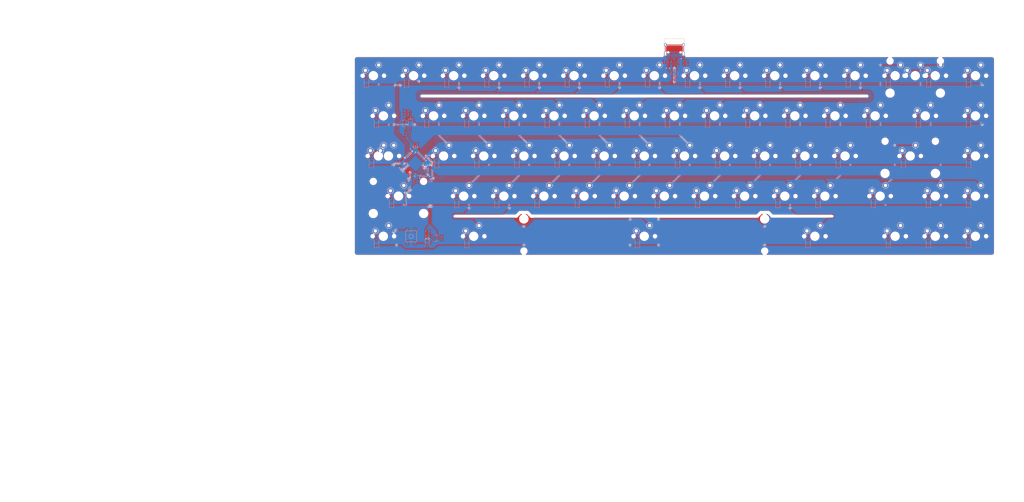
<source format=kicad_pcb>
(kicad_pcb (version 20171130) (host pcbnew "(5.1.6)-1")
  (title_block (title "Panda PCB One") (rev 01))
  (layers (0 F.Cu signal) (31 B.Cu signal) (34 B.Paste user) (35 F.Paste user) (36 B.SilkS user) (37 F.SilkS user) (38 B.Mask user) (39 F.Mask user) (44 Edge.Cuts user))
  (net 0 "")
  (net 1 GND)
  (net 2 "Net-(D1-Pad2)")
  (net 3 Row1)
  (net 4 "Net-(D2-Pad2)")
  (net 5 "Net-(D3-Pad2)")
  (net 6 "Net-(D4-Pad2)")
  (net 7 "Net-(D5-Pad2)")
  (net 8 "Net-(D6-Pad2)")
  (net 9 "Net-(D7-Pad2)")
  (net 10 "Net-(D8-Pad2)")
  (net 11 "Net-(D9-Pad2)")
  (net 12 "Net-(D10-Pad2)")
  (net 13 "Net-(D11-Pad2)")
  (net 14 "Net-(D12-Pad2)")
  (net 15 "Net-(D13-Pad2)")
  (net 16 "Net-(D14-Pad2)")
  (net 17 "Net-(D15-Pad2)")
  (net 18 "Net-(D16-Pad2)")
  (net 19 "Net-(D17-Pad2)")
  (net 20 Row2)
  (net 21 "Net-(D18-Pad2)")
  (net 22 "Net-(D19-Pad2)")
  (net 23 "Net-(D20-Pad2)")
  (net 24 "Net-(D21-Pad2)")
  (net 25 "Net-(D22-Pad2)")
  (net 26 "Net-(D23-Pad2)")
  (net 27 "Net-(D24-Pad2)")
  (net 28 "Net-(D25-Pad2)")
  (net 29 "Net-(D26-Pad2)")
  (net 30 "Net-(D27-Pad2)")
  (net 31 "Net-(D28-Pad2)")
  (net 32 "Net-(D29-Pad2)")
  (net 33 "Net-(D30-Pad2)")
  (net 34 "Net-(D31-Pad2)")
  (net 35 "Net-(D32-Pad2)")
  (net 36 Row3)
  (net 37 "Net-(D33-Pad2)")
  (net 38 "Net-(D34-Pad2)")
  (net 39 "Net-(D35-Pad2)")
  (net 40 "Net-(D36-Pad2)")
  (net 41 "Net-(D37-Pad2)")
  (net 42 "Net-(D38-Pad2)")
  (net 43 "Net-(D39-Pad2)")
  (net 44 "Net-(D40-Pad2)")
  (net 45 "Net-(D41-Pad2)")
  (net 46 "Net-(D42-Pad2)")
  (net 47 "Net-(D43-Pad2)")
  (net 48 "Net-(D44-Pad2)")
  (net 49 "Net-(D45-Pad2)")
  (net 50 "Net-(D46-Pad2)")
  (net 51 Row4)
  (net 52 "Net-(D47-Pad2)")
  (net 53 "Net-(D48-Pad2)")
  (net 54 "Net-(D49-Pad2)")
  (net 55 "Net-(D50-Pad2)")
  (net 56 "Net-(D51-Pad2)")
  (net 57 "Net-(D52-Pad2)")
  (net 58 "Net-(D53-Pad2)")
  (net 59 "Net-(D54-Pad2)")
  (net 60 "Net-(D55-Pad2)")
  (net 61 "Net-(D56-Pad2)")
  (net 62 "Net-(D57-Pad2)")
  (net 63 "Net-(D58-Pad2)")
  (net 64 "Net-(D59-Pad2)")
  (net 65 "Net-(D60-Pad2)")
  (net 66 Row5)
  (net 67 "Net-(D61-Pad2)")
  (net 68 "Net-(D62-Pad2)")
  (net 69 "Net-(D63-Pad2)")
  (net 70 "Net-(D64-Pad2)")
  (net 71 "Net-(D65-Pad2)")
  (net 72 "Net-(D66-Pad2)")
  (net 73 D+)
  (net 74 D-)
  (net 75 Col1)
  (net 76 Col2)
  (net 77 Col3)
  (net 78 Col4)
  (net 79 Col5)
  (net 80 Col6)
  (net 81 Col7)
  (net 82 Col8)
  (net 83 Col9)
  (net 84 Col10)
  (net 85 Col11)
  (net 86 Col12)
  (net 87 Col13)
  (net 88 Col14)
  (net 89 Col15)
  (net 90 Col16)
  (net 91 "Net-(C9-Pad1)")
  (net 92 "Net-(J1-PadA5)")
  (net 93 "Net-(J1-PadB5)")
  (net 94 "Net-(J1-PadB8)")
  (net 95 "Net-(J1-PadA8)")
  (net 96 D+BUS)
  (net 97 +3V3)
  (net 98 BOOT0)
  (net 99 NRST)
  (net 100 "Net-(D68-Pad2)")
  (net 101 D-BUS)
  (net 102 "Net-(U3-Pad46)")
  (net 103 "Net-(U3-Pad45)")
  (net 104 "Net-(U3-Pad34)")
  (net 105 "Net-(U3-Pad27)")
  (net 106 "Net-(U3-Pad26)")
  (net 107 "Net-(U3-Pad25)")
  (net 108 "Net-(U3-Pad20)")
  (net 109 "Net-(U3-Pad19)")
  (net 110 "Net-(U3-Pad18)")
  (net 111 "Net-(U3-Pad17)")
  (net 112 "Net-(U3-Pad15)")
  (net 113 "Net-(U3-Pad4)")
  (net 114 "Net-(U3-Pad3)")
  (net 115 "Net-(U3-Pad2)")
  (net 116 VBUS)
  (module logos:tagw (layer B.Cu) (at 193.828088 138.968866 180)
    (fp_text reference G*** hide)
    (fp_text value LOGO hide)
  )
  (module logos:tagw (layer F.Cu) (at 131.678088 138.968866)
    (fp_text reference G*** hide)
    (fp_text value LOGO hide)
  )
  (module logos:panda-logo (layer B.Cu) (at 131.578088 138.968866 180)
    (fp_text reference G*** hide)
    (fp_text value LOGO hide)
  )
  (module logos:panda-logo (layer F.Cu) (at 194.028088 138.968866)
    (fp_text reference G*** hide)
    (fp_text value LOGO hide)
  )
  (module random-keyboard-parts:SKQG-1155865 (layer B.Cu) (at 51.941044 138.85675 90)
    (fp_text reference SW67 hide)
    (fp_text value SW_Push)
    (pad 4 smd rect (at -3.1 -1.85 90) (size 1.8 1.1) (layers B.Cu B.Paste B.Mask))
    (pad 3 smd rect (at 3.1 1.85 90) (size 1.8 1.1) (layers B.Cu B.Paste B.Mask))
    (pad 2 smd rect (at -3.1 1.85 90) (size 1.8 1.1) (layers B.Cu B.Paste B.Mask) (net 100 "Net-(D68-Pad2)"))
    (pad 1 smd rect (at 3.1 -1.85 90) (size 1.8 1.1) (layers B.Cu B.Paste B.Mask) (net 97 +3V3))
  )
  (module Package_DFN_QFN:QFN-48-1EP_7x7mm_P0.5mm_EP5.6x5.6mm (layer B.Cu) (at 53.950224 104.25424 135)
    (fp_text reference U3 hide)
    (fp_text value STM32F072CBTx)
    (pad 48 smd roundrect (at -2.75 3.4375 135) (size 0.25 0.875) (layers B.Cu B.Paste B.Mask) (net 97 +3V3))
    (pad 47 smd roundrect (at -2.25 3.4375 135) (size 0.25 0.875) (layers B.Cu B.Paste B.Mask) (net 1 GND))
    (pad 46 smd roundrect (at -1.75 3.4375 135) (size 0.25 0.875) (layers B.Cu B.Paste B.Mask) (net 102 "Net-(U3-Pad46)"))
    (pad 45 smd roundrect (at -1.25 3.4375 135) (size 0.25 0.875) (layers B.Cu B.Paste B.Mask) (net 103 "Net-(U3-Pad45)"))
    (pad 44 smd roundrect (at -0.75 3.4375 135) (size 0.25 0.875) (layers B.Cu B.Paste B.Mask) (net 98 BOOT0))
    (pad 43 smd roundrect (at -0.25 3.4375 135) (size 0.25 0.875) (layers B.Cu B.Paste B.Mask) (net 77 Col3))
    (pad 42 smd roundrect (at 0.25 3.4375 135) (size 0.25 0.875) (layers B.Cu B.Paste B.Mask) (net 78 Col4))
    (pad 41 smd roundrect (at 0.75 3.4375 135) (size 0.25 0.875) (layers B.Cu B.Paste B.Mask) (net 79 Col5))
    (pad 40 smd roundrect (at 1.25 3.4375 135) (size 0.25 0.875) (layers B.Cu B.Paste B.Mask) (net 80 Col6))
    (pad 39 smd roundrect (at 1.75 3.4375 135) (size 0.25 0.875) (layers B.Cu B.Paste B.Mask) (net 81 Col7))
    (pad 38 smd roundrect (at 2.25 3.4375 135) (size 0.25 0.875) (layers B.Cu B.Paste B.Mask) (net 82 Col8))
    (pad 37 smd roundrect (at 2.75 3.4375 135) (size 0.25 0.875) (layers B.Cu B.Paste B.Mask) (net 83 Col9))
    (pad 36 smd roundrect (at 3.4375 2.75 135) (size 0.875 0.25) (layers B.Cu B.Paste B.Mask) (net 97 +3V3))
    (pad 35 smd roundrect (at 3.4375 2.25 135) (size 0.875 0.25) (layers B.Cu B.Paste B.Mask) (net 1 GND))
    (pad 34 smd roundrect (at 3.4375 1.75 135) (size 0.875 0.25) (layers B.Cu B.Paste B.Mask) (net 104 "Net-(U3-Pad34)"))
    (pad 33 smd roundrect (at 3.4375 1.25 135) (size 0.875 0.25) (layers B.Cu B.Paste B.Mask) (net 73 D+))
    (pad 32 smd roundrect (at 3.4375 0.75 135) (size 0.875 0.25) (layers B.Cu B.Paste B.Mask) (net 74 D-))
    (pad 31 smd roundrect (at 3.4375 0.25 135) (size 0.875 0.25) (layers B.Cu B.Paste B.Mask) (net 76 Col2))
    (pad 30 smd roundrect (at 3.4375 -0.25 135) (size 0.875 0.25) (layers B.Cu B.Paste B.Mask) (net 3 Row1))
    (pad 29 smd roundrect (at 3.4375 -0.75 135) (size 0.875 0.25) (layers B.Cu B.Paste B.Mask) (net 20 Row2))
    (pad 28 smd roundrect (at 3.4375 -1.25 135) (size 0.875 0.25) (layers B.Cu B.Paste B.Mask) (net 36 Row3))
    (pad 27 smd roundrect (at 3.4375 -1.75 135) (size 0.875 0.25) (layers B.Cu B.Paste B.Mask) (net 105 "Net-(U3-Pad27)"))
    (pad 26 smd roundrect (at 3.4375 -2.25 135) (size 0.875 0.25) (layers B.Cu B.Paste B.Mask) (net 106 "Net-(U3-Pad26)"))
    (pad 25 smd roundrect (at 3.4375 -2.75 135) (size 0.875 0.25) (layers B.Cu B.Paste B.Mask) (net 107 "Net-(U3-Pad25)"))
    (pad 24 smd roundrect (at 2.75 -3.4375 135) (size 0.25 0.875) (layers B.Cu B.Paste B.Mask) (net 97 +3V3))
    (pad 23 smd roundrect (at 2.25 -3.4375 135) (size 0.25 0.875) (layers B.Cu B.Paste B.Mask) (net 1 GND))
    (pad 22 smd roundrect (at 1.75 -3.4375 135) (size 0.25 0.875) (layers B.Cu B.Paste B.Mask) (net 90 Col16))
    (pad 21 smd roundrect (at 1.25 -3.4375 135) (size 0.25 0.875) (layers B.Cu B.Paste B.Mask) (net 89 Col15))
    (pad 20 smd roundrect (at 0.75 -3.4375 135) (size 0.25 0.875) (layers B.Cu B.Paste B.Mask) (net 108 "Net-(U3-Pad20)"))
    (pad 19 smd roundrect (at 0.25 -3.4375 135) (size 0.25 0.875) (layers B.Cu B.Paste B.Mask) (net 109 "Net-(U3-Pad19)"))
    (pad 18 smd roundrect (at -0.25 -3.4375 135) (size 0.25 0.875) (layers B.Cu B.Paste B.Mask) (net 110 "Net-(U3-Pad18)"))
    (pad 17 smd roundrect (at -0.75 -3.4375 135) (size 0.25 0.875) (layers B.Cu B.Paste B.Mask) (net 111 "Net-(U3-Pad17)"))
    (pad 16 smd roundrect (at -1.25 -3.4375 135) (size 0.25 0.875) (layers B.Cu B.Paste B.Mask) (net 51 Row4))
    (pad 15 smd roundrect (at -1.75 -3.4375 135) (size 0.25 0.875) (layers B.Cu B.Paste B.Mask) (net 112 "Net-(U3-Pad15)"))
    (pad 14 smd roundrect (at -2.25 -3.4375 135) (size 0.25 0.875) (layers B.Cu B.Paste B.Mask) (net 66 Row5))
    (pad 13 smd roundrect (at -2.75 -3.4375 135) (size 0.25 0.875) (layers B.Cu B.Paste B.Mask) (net 75 Col1))
    (pad 12 smd roundrect (at -3.4375 -2.75 135) (size 0.875 0.25) (layers B.Cu B.Paste B.Mask) (net 84 Col10))
    (pad 11 smd roundrect (at -3.4375 -2.25 135) (size 0.875 0.25) (layers B.Cu B.Paste B.Mask) (net 85 Col11))
    (pad 10 smd roundrect (at -3.4375 -1.75 135) (size 0.875 0.25) (layers B.Cu B.Paste B.Mask) (net 86 Col12))
    (pad 9 smd roundrect (at -3.4375 -1.25 135) (size 0.875 0.25) (layers B.Cu B.Paste B.Mask) (net 97 +3V3))
    (pad 8 smd roundrect (at -3.4375 -0.75 135) (size 0.875 0.25) (layers B.Cu B.Paste B.Mask) (net 1 GND))
    (pad 7 smd roundrect (at -3.4375 -0.25 135) (size 0.875 0.25) (layers B.Cu B.Paste B.Mask) (net 99 NRST))
    (pad 6 smd roundrect (at -3.4375 0.25 135) (size 0.875 0.25) (layers B.Cu B.Paste B.Mask) (net 87 Col13))
    (pad 5 smd roundrect (at -3.4375 0.75 135) (size 0.875 0.25) (layers B.Cu B.Paste B.Mask) (net 88 Col14))
    (pad 4 smd roundrect (at -3.4375 1.25 135) (size 0.875 0.25) (layers B.Cu B.Paste B.Mask) (net 113 "Net-(U3-Pad4)"))
    (pad 3 smd roundrect (at -3.4375 1.75 135) (size 0.875 0.25) (layers B.Cu B.Paste B.Mask) (net 114 "Net-(U3-Pad3)"))
    (pad 2 smd roundrect (at -3.4375 2.25 135) (size 0.875 0.25) (layers B.Cu B.Paste B.Mask) (net 115 "Net-(U3-Pad2)"))
    (pad 1 smd roundrect (at -3.4375 2.75 135) (size 0.875 0.25) (layers B.Cu B.Paste B.Mask) (net 97 +3V3))
    (pad 49 smd roundrect (at 0 0 135) (size 5.6 5.6) (layers B.Cu B.Mask) (roundrect_rratio 0.044643) (net 1 GND))
  )
  (module Capacitor_SMD:C_0603_1608Metric (layer B.Cu) (at 59.605665 138.484557)
    (fp_text reference C4 (at 0 1.43) (layer B.SilkS) (effects (justify mirror)))
    (fp_text value 10uF)
    (pad 2 smd roundrect (at 0.7875 0) (size 0.875 0.95) (layers B.Cu B.Paste B.Mask) (net 1 GND))
    (pad 1 smd roundrect (at -0.7875 0) (size 0.875 0.95) (layers B.Cu B.Paste B.Mask) (net 98 BOOT0))
  )
  (module acheron_MX:MX100 (layer B.Cu) (at 53.057254 62.5824 180)
    (fp_text reference SW2)
    (fp_text value 1)
    (pad 2 thru_hole circle (at 3.81 2.54 90) (size 2.54 2.54) (drill 1.525) (layers *.Cu *.Mask) (net 4 "Net-(D2-Pad2)"))
    (pad 1 thru_hole circle (at -2.54 5.08 180) (size 2.54 2.54) (drill 1.525) (layers *.Cu *.Mask) (net 76 Col2))
    (pad "" np_thru_hole circle (at -5.08 0 180) (size 1.7018 1.7018) (drill 1.7018) (layers *.Cu *.Mask))
    (pad "" np_thru_hole circle (at 5.08 0 180) (size 1.7018 1.7018) (drill 1.7018) (layers *.Cu *.Mask))
    (pad "" np_thru_hole circle (at 0 0 180) (size 3.9878 3.9878) (drill 3.9878) (layers *.Cu *.Mask))
  )
  (module Connector_USB:USB_C_Receptacle_HRO_TYPE-C-31-M-12 (layer B.Cu) (at 176.881326 48.890596)
    (fp_text reference J1 hide)
    (fp_text value TYPE-C-31-M12_13)
    (pad B1 smd rect (at 3.25 4.045) (size 0.6 1.45) (layers B.Cu B.Paste B.Mask) (net 1 GND))
    (pad A1 smd rect (at -3.25 4.045) (size 0.6 1.45) (layers B.Cu B.Paste B.Mask) (net 1 GND))
    (pad A4 smd rect (at -2.45 4.045) (size 0.6 1.45) (layers B.Cu B.Paste B.Mask) (net 116 VBUS))
    (pad B4 smd rect (at 2.45 4.045) (size 0.6 1.45) (layers B.Cu B.Paste B.Mask) (net 116 VBUS))
    (pad B8 smd rect (at -1.75 4.045) (size 0.3 1.45) (layers B.Cu B.Paste B.Mask) (net 94 "Net-(J1-PadB8)"))
    (pad A5 smd rect (at -1.25 4.045) (size 0.3 1.45) (layers B.Cu B.Paste B.Mask) (net 92 "Net-(J1-PadA5)"))
    (pad B7 smd rect (at -0.75 4.045) (size 0.3 1.45) (layers B.Cu B.Paste B.Mask) (net 101 D-BUS))
    (pad A7 smd rect (at 0.25 4.045) (size 0.3 1.45) (layers B.Cu B.Paste B.Mask) (net 101 D-BUS))
    (pad B6 smd rect (at 0.75 4.045) (size 0.3 1.45) (layers B.Cu B.Paste B.Mask) (net 96 D+BUS))
    (pad A8 smd rect (at 1.25 4.045) (size 0.3 1.45) (layers B.Cu B.Paste B.Mask) (net 95 "Net-(J1-PadA8)"))
    (pad B5 smd rect (at 1.75 4.045) (size 0.3 1.45) (layers B.Cu B.Paste B.Mask) (net 93 "Net-(J1-PadB5)"))
    (pad A6 smd rect (at -0.25 4.045) (size 0.3 1.45) (layers B.Cu B.Paste B.Mask) (net 96 D+BUS))
    (pad S thru_hole oval (at 4.32 3.13) (size 1 2.1) (drill oval 0.6 1.7) (layers *.Cu *.Mask) (net 91 "Net-(C9-Pad1)"))
    (pad S thru_hole oval (at -4.32 3.13) (size 1 2.1) (drill oval 0.6 1.7) (layers *.Cu *.Mask) (net 91 "Net-(C9-Pad1)"))
    (pad "" np_thru_hole circle (at -2.89 2.6) (size 0.67 0.67) (drill 0.67) (layers *.Cu *.Mask))
    (pad S thru_hole oval (at -4.32 -1.05) (size 1 1.6) (drill oval 0.6 1.2) (layers *.Cu *.Mask) (net 91 "Net-(C9-Pad1)"))
    (pad "" np_thru_hole circle (at 2.89 2.6) (size 0.67 0.67) (drill 0.67) (layers *.Cu *.Mask))
    (pad S thru_hole oval (at 4.32 -1.05) (size 1 1.6) (drill oval 0.6 1.2) (layers *.Cu *.Mask) (net 91 "Net-(C9-Pad1)"))
  )
  (module acheron_MX:MX225 (layer B.Cu) (at 288.801003 100.682365 180)
    (fp_text reference SW44)
    (fp_text value Enter_225)
    (pad "" np_thru_hole circle (at -11.938 -8.255 180) (size 3.9878 3.9878) (drill 3.9878) (layers *.Cu *.Mask))
    (pad "" np_thru_hole circle (at 11.938 -8.255 180) (size 3.9878 3.9878) (drill 3.9878) (layers *.Cu *.Mask))
    (pad "" np_thru_hole circle (at 11.938 6.985 180) (size 3.048 3.048) (drill 3.048) (layers *.Cu *.Mask))
    (pad "" np_thru_hole circle (at -11.938 6.985 180) (size 3.048 3.048) (drill 3.048) (layers *.Cu *.Mask))
    (pad "" np_thru_hole circle (at -5.08 0 180) (size 1.7018 1.7018) (drill 1.7018) (layers *.Cu *.Mask))
    (pad "" np_thru_hole circle (at 5.08 0 180) (size 1.7018 1.7018) (drill 1.7018) (layers *.Cu *.Mask))
    (pad 1 thru_hole circle (at -2.54 5.08 180) (size 2.54 2.54) (drill 1.524) (layers *.Cu *.Mask) (net 88 Col14))
    (pad 2 thru_hole circle (at 3.81 2.54 180) (size 2.54 2.54) (drill 1.524) (layers *.Cu *.Mask) (net 48 "Net-(D44-Pad2)"))
    (pad "" np_thru_hole circle (at 0 0 180) (size 3.9878 3.9878) (drill 3.9878) (layers *.Cu *.Mask))
  )
  (module acheron_MX:MX100 (layer B.Cu) (at 162.594753 100.682365 180)
    (fp_text reference SW38)
    (fp_text value H)
    (pad 2 thru_hole circle (at 3.81 2.54 90) (size 2.54 2.54) (drill 1.525) (layers *.Cu *.Mask) (net 42 "Net-(D38-Pad2)"))
    (pad 1 thru_hole circle (at -2.54 5.08 180) (size 2.54 2.54) (drill 1.525) (layers *.Cu *.Mask) (net 82 Col8))
    (pad "" np_thru_hole circle (at -5.08 0 180) (size 1.7018 1.7018) (drill 1.7018) (layers *.Cu *.Mask))
    (pad "" np_thru_hole circle (at 5.08 0 180) (size 1.7018 1.7018) (drill 1.7018) (layers *.Cu *.Mask))
    (pad "" np_thru_hole circle (at 0 0 180) (size 3.9878 3.9878) (drill 3.9878) (layers *.Cu *.Mask))
  )
  (module acheron_MX:MX100 (layer B.Cu) (at 234.032253 81.632365 180)
    (fp_text reference SW27)
    (fp_text value P)
    (pad 2 thru_hole circle (at 3.81 2.54 90) (size 2.54 2.54) (drill 1.525) (layers *.Cu *.Mask) (net 30 "Net-(D27-Pad2)"))
    (pad 1 thru_hole circle (at -2.54 5.08 180) (size 2.54 2.54) (drill 1.525) (layers *.Cu *.Mask) (net 86 Col12))
    (pad "" np_thru_hole circle (at -5.08 0 180) (size 1.7018 1.7018) (drill 1.7018) (layers *.Cu *.Mask))
    (pad "" np_thru_hole circle (at 5.08 0 180) (size 1.7018 1.7018) (drill 1.7018) (layers *.Cu *.Mask))
    (pad "" np_thru_hole circle (at 0 0 180) (size 3.9878 3.9878) (drill 3.9878) (layers *.Cu *.Mask))
  )
  (module acheron_MX:MX150 (layer B.Cu) (at 295.944753 81.632365 180)
    (fp_text reference SW30)
    (fp_text value Bkspc_150)
    (pad "" np_thru_hole circle (at -5.08 0 180) (size 1.7018 1.7018) (drill 1.7018) (layers *.Cu *.Mask))
    (pad "" np_thru_hole circle (at 5.08 0 180) (size 1.7018 1.7018) (drill 1.7018) (layers *.Cu *.Mask))
    (pad 1 thru_hole circle (at -2.54 5.08 180) (size 2.54 2.54) (drill 1.524) (layers *.Cu *.Mask) (net 89 Col15))
    (pad 2 thru_hole circle (at 3.81 2.54 180) (size 2.54 2.54) (drill 1.524) (layers *.Cu *.Mask) (net 33 "Net-(D30-Pad2)"))
    (pad "" np_thru_hole circle (at 0 0 180) (size 3.9878 3.9878) (drill 3.9878) (layers *.Cu *.Mask))
  )
  (module acheron_MX:MX150 (layer B.Cu) (at 38.769753 81.632365 180)
    (fp_text reference SW17)
    (fp_text value Tab_150)
    (pad "" np_thru_hole circle (at -5.08 0 180) (size 1.7018 1.7018) (drill 1.7018) (layers *.Cu *.Mask))
    (pad "" np_thru_hole circle (at 5.08 0 180) (size 1.7018 1.7018) (drill 1.7018) (layers *.Cu *.Mask))
    (pad 1 thru_hole circle (at -2.54 5.08 180) (size 2.54 2.54) (drill 1.524) (layers *.Cu *.Mask) (net 75 Col1))
    (pad 2 thru_hole circle (at 3.81 2.54 180) (size 2.54 2.54) (drill 1.524) (layers *.Cu *.Mask) (net 19 "Net-(D17-Pad2)"))
    (pad "" np_thru_hole circle (at 0 0 180) (size 3.9878 3.9878) (drill 3.9878) (layers *.Cu *.Mask))
  )
  (module acheron_MX:MX175 (layer B.Cu) (at 41.151102 100.682392 180)
    (fp_text reference SW32)
    (fp_text value Caps_175)
    (pad "" np_thru_hole circle (at -5.08 0 180) (size 1.7018 1.7018) (drill 1.7018) (layers *.Cu *.Mask))
    (pad "" np_thru_hole circle (at 5.08 0 180) (size 1.7018 1.7018) (drill 1.7018) (layers *.Cu *.Mask))
    (pad 1 thru_hole circle (at -2.54 5.08 180) (size 2.54 2.54) (drill 1.524) (layers *.Cu *.Mask) (net 75 Col1))
    (pad 2 thru_hole circle (at 3.81 2.54 180) (size 2.54 2.54) (drill 1.524) (layers *.Cu *.Mask) (net 35 "Net-(D32-Pad2)"))
    (pad "" np_thru_hole circle (at 0 0 180) (size 3.9878 3.9878) (drill 3.9878) (layers *.Cu *.Mask))
  )
  (module Capacitor_SMD:C_0603_1608Metric (layer B.Cu) (at 181.94223 55.736086)
    (fp_text reference C9 hide)
    (fp_text value 4.7nF)
    (pad 2 smd roundrect (at 0.7875 0) (size 0.875 0.95) (layers B.Cu B.Paste B.Mask) (net 1 GND))
    (pad 1 smd roundrect (at -0.7875 0) (size 0.875 0.95) (layers B.Cu B.Paste B.Mask) (net 91 "Net-(C9-Pad1)"))
  )
  (module acheron_MX:MX100 (layer B.Cu) (at 186.407253 62.582365 180)
    (fp_text reference SW9)
    (fp_text value 8)
    (pad 2 thru_hole circle (at 3.81 2.54 90) (size 2.54 2.54) (drill 1.525) (layers *.Cu *.Mask) (net 11 "Net-(D9-Pad2)"))
    (pad 1 thru_hole circle (at -2.54 5.08 180) (size 2.54 2.54) (drill 1.525) (layers *.Cu *.Mask) (net 83 Col9))
    (pad "" np_thru_hole circle (at -5.08 0 180) (size 1.7018 1.7018) (drill 1.7018) (layers *.Cu *.Mask))
    (pad "" np_thru_hole circle (at 5.08 0 180) (size 1.7018 1.7018) (drill 1.7018) (layers *.Cu *.Mask))
    (pad "" np_thru_hole circle (at 0 0 180) (size 3.9878 3.9878) (drill 3.9878) (layers *.Cu *.Mask))
  )
  (module acheron_MX:MX100 (layer B.Cu) (at 167.357253 62.582365 180)
    (fp_text reference SW8)
    (fp_text value 7)
    (pad 2 thru_hole circle (at 3.81 2.54 90) (size 2.54 2.54) (drill 1.525) (layers *.Cu *.Mask) (net 10 "Net-(D8-Pad2)"))
    (pad 1 thru_hole circle (at -2.54 5.08 180) (size 2.54 2.54) (drill 1.525) (layers *.Cu *.Mask) (net 82 Col8))
    (pad "" np_thru_hole circle (at -5.08 0 180) (size 1.7018 1.7018) (drill 1.7018) (layers *.Cu *.Mask))
    (pad "" np_thru_hole circle (at 5.08 0 180) (size 1.7018 1.7018) (drill 1.7018) (layers *.Cu *.Mask))
    (pad "" np_thru_hole circle (at 0 0 180) (size 3.9878 3.9878) (drill 3.9878) (layers *.Cu *.Mask))
  )
  (module acheron_MX:MX200 (layer B.Cu) (at 291.181982 62.582174 180)
    (fp_text reference SW68)
    (fp_text value Bkspc_200)
    (pad "" np_thru_hole circle (at -11.938 -8.255 180) (size 3.9878 3.9878) (drill 3.9878) (layers *.Cu *.Mask))
    (pad "" np_thru_hole circle (at 11.938 -8.255 180) (size 3.9878 3.9878) (drill 3.9878) (layers *.Cu *.Mask))
    (pad "" np_thru_hole circle (at 11.938 6.985 180) (size 3.048 3.048) (drill 3.048) (layers *.Cu *.Mask))
    (pad "" np_thru_hole circle (at -11.938 6.985 180) (size 3.048 3.048) (drill 3.048) (layers *.Cu *.Mask))
    (pad "" np_thru_hole circle (at -5.08 0 180) (size 1.7018 1.7018) (drill 1.7018) (layers *.Cu *.Mask))
    (pad "" np_thru_hole circle (at 5.08 0 180) (size 1.7018 1.7018) (drill 1.7018) (layers *.Cu *.Mask))
    (pad 1 thru_hole circle (at -2.54 5.08 180) (size 2.54 2.54) (drill 1.524) (layers *.Cu *.Mask) (net 89 Col15))
    (pad 2 thru_hole circle (at 3.81 2.54 180) (size 2.54 2.54) (drill 1.524) (layers *.Cu *.Mask) (net 17 "Net-(D15-Pad2)"))
    (pad "" np_thru_hole circle (at 0 0 180) (size 3.9878 3.9878) (drill 3.9878) (layers *.Cu *.Mask))
  )
  (module acheron_MX:MX100 (layer B.Cu) (at 281.657253 62.582365 180)
    (fp_text reference SW14)
    (fp_text value \)
    (pad 2 thru_hole circle (at 3.81 2.54 90) (size 2.54 2.54) (drill 1.525) (layers *.Cu *.Mask) (net 16 "Net-(D14-Pad2)"))
    (pad 1 thru_hole circle (at -2.54 5.08 180) (size 2.54 2.54) (drill 1.525) (layers *.Cu *.Mask) (net 88 Col14))
    (pad "" np_thru_hole circle (at -5.08 0 180) (size 1.7018 1.7018) (drill 1.7018) (layers *.Cu *.Mask))
    (pad "" np_thru_hole circle (at 5.08 0 180) (size 1.7018 1.7018) (drill 1.7018) (layers *.Cu *.Mask))
    (pad "" np_thru_hole circle (at 0 0 180) (size 3.9878 3.9878) (drill 3.9878) (layers *.Cu *.Mask))
  )
  (module acheron_MX:MX225 (layer B.Cu) (at 45.913503 119.732365 180)
    (fp_text reference SW46)
    (fp_text value LShift_225)
    (pad "" np_thru_hole circle (at -11.938 -8.255 180) (size 3.9878 3.9878) (drill 3.9878) (layers *.Cu *.Mask))
    (pad "" np_thru_hole circle (at 11.938 -8.255 180) (size 3.9878 3.9878) (drill 3.9878) (layers *.Cu *.Mask))
    (pad "" np_thru_hole circle (at 11.938 6.985 180) (size 3.048 3.048) (drill 3.048) (layers *.Cu *.Mask))
    (pad "" np_thru_hole circle (at -11.938 6.985 180) (size 3.048 3.048) (drill 3.048) (layers *.Cu *.Mask))
    (pad "" np_thru_hole circle (at -5.08 0 180) (size 1.7018 1.7018) (drill 1.7018) (layers *.Cu *.Mask))
    (pad "" np_thru_hole circle (at 5.08 0 180) (size 1.7018 1.7018) (drill 1.7018) (layers *.Cu *.Mask))
    (pad 1 thru_hole circle (at -2.54 5.08 180) (size 2.54 2.54) (drill 1.524) (layers *.Cu *.Mask) (net 75 Col1))
    (pad 2 thru_hole circle (at 3.81 2.54 180) (size 2.54 2.54) (drill 1.524) (layers *.Cu *.Mask) (net 50 "Net-(D46-Pad2)"))
    (pad "" np_thru_hole circle (at 0 0 180) (size 3.9878 3.9878) (drill 3.9878) (layers *.Cu *.Mask))
  )
  (module Package_TO_SOT_SMD:SOT-23 (layer B.Cu) (at 63.47518 139.675177)
    (fp_text reference Q1 hide)
    (fp_text value DTC123J)
    (pad 1 smd rect (at -1 0.95) (size 0.9 0.8) (layers B.Cu B.Paste B.Mask) (net 100 "Net-(D68-Pad2)"))
    (pad 2 smd rect (at -1 -0.95) (size 0.9 0.8) (layers B.Cu B.Paste B.Mask) (net 1 GND))
    (pad 3 smd rect (at 1 0) (size 0.9 0.8) (layers B.Cu B.Paste B.Mask) (net 99 NRST))
  )
  (module Package_TO_SOT_SMD:SOT-23 (layer B.Cu) (at 48.592433 85.20432 180)
    (fp_text reference U2 hide)
    (fp_text value MCP1700-3002E_SOT23)
    (pad 3 smd rect (at 1 0 180) (size 0.9 0.8) (layers B.Cu B.Paste B.Mask) (net 116 VBUS))
    (pad 2 smd rect (at -1 -0.95 180) (size 0.9 0.8) (layers B.Cu B.Paste B.Mask) (net 97 +3V3))
    (pad 1 smd rect (at -1 0.95 180) (size 0.9 0.8) (layers B.Cu B.Paste B.Mask) (net 1 GND))
  )
  (module Package_TO_SOT_SMD:SOT-23-6 (layer B.Cu) (at 176.882562 61.392064 90)
    (fp_text reference U1 hide)
    (fp_text value USBLC6-2SC6)
    (pad 5 smd rect (at 1.1 0 90) (size 1.06 0.65) (layers B.Cu B.Paste B.Mask) (net 116 VBUS))
    (pad 6 smd rect (at 1.1 0.95 90) (size 1.06 0.65) (layers B.Cu B.Paste B.Mask) (net 96 D+BUS))
    (pad 4 smd rect (at 1.1 -0.95 90) (size 1.06 0.65) (layers B.Cu B.Paste B.Mask) (net 101 D-BUS))
    (pad 3 smd rect (at -1.1 -0.95 90) (size 1.06 0.65) (layers B.Cu B.Paste B.Mask) (net 74 D-))
    (pad 2 smd rect (at -1.1 0 90) (size 1.06 0.65) (layers B.Cu B.Paste B.Mask) (net 1 GND))
    (pad 1 smd rect (at -1.1 0.95 90) (size 1.06 0.65) (layers B.Cu B.Paste B.Mask) (net 73 D+))
  )
  (module acheron_MX:MX125 (layer B.Cu) (at 36.388446 100.682142 180)
    (fp_text reference SW69)
    (fp_text value Caps_125)
    (pad "" np_thru_hole circle (at -5.08 0 180) (size 1.7018 1.7018) (drill 1.7018) (layers *.Cu *.Mask))
    (pad "" np_thru_hole circle (at 5.08 0 180) (size 1.7018 1.7018) (drill 1.7018) (layers *.Cu *.Mask))
    (pad 1 thru_hole circle (at -2.54 5.08 180) (size 2.54 2.54) (drill 1.524) (layers *.Cu *.Mask) (net 35 "Net-(D32-Pad2)"))
    (pad 2 thru_hole circle (at 3.81 2.54 180) (size 2.54 2.54) (drill 1.524) (layers *.Cu *.Mask) (net 75 Col1))
    (pad "" np_thru_hole circle (at 0 0 180) (size 3.9878 3.9878) (drill 3.9878) (layers *.Cu *.Mask))
  )
  (module Resistor_SMD:R_0603_1608Metric (layer B.Cu) (at 178.370358 56.92671 270)
    (fp_text reference R6 hide)
    (fp_text value 5.1k)
    (pad 2 smd roundrect (at 0.7875 0 270) (size 0.875 0.95) (layers B.Cu B.Paste B.Mask) (net 1 GND))
    (pad 1 smd roundrect (at -0.7875 0 270) (size 0.875 0.95) (layers B.Cu B.Paste B.Mask) (net 93 "Net-(J1-PadB5)"))
  )
  (module Resistor_SMD:R_0603_1608Metric (layer B.Cu) (at 59.605665 136.400972)
    (fp_text reference R5 hide)
    (fp_text value 100k)
    (pad 1 smd roundrect (at -0.7875 0) (size 0.875 0.95) (layers B.Cu B.Paste B.Mask) (net 98 BOOT0))
    (pad 2 smd roundrect (at 0.7875 0) (size 0.875 0.95) (layers B.Cu B.Paste B.Mask) (net 1 GND))
  )
  (module Resistor_SMD:R_0603_1608Metric (layer B.Cu) (at 50.378363 90.859765 180)
    (fp_text reference R4 hide)
    (fp_text value 100k)
    (pad 1 smd roundrect (at -0.7875 0 180) (size 0.875 0.95) (layers B.Cu B.Paste B.Mask) (net 97 +3V3))
    (pad 2 smd roundrect (at 0.7875 0 180) (size 0.875 0.95) (layers B.Cu B.Paste B.Mask) (net 1 GND))
  )
  (module Resistor_SMD:R_0603_1608Metric (layer B.Cu) (at 49.783049 79.25122 180)
    (fp_text reference R3 hide)
    (fp_text value 100k)
    (pad 1 smd roundrect (at -0.7875 0 180) (size 0.875 0.95) (layers B.Cu B.Paste B.Mask) (net 116 VBUS))
    (pad 2 smd roundrect (at 0.7875 0 180) (size 0.875 0.95) (layers B.Cu B.Paste B.Mask) (net 1 GND))
  )
  (module Resistor_SMD:R_0603_1608Metric (layer B.Cu) (at 175.393798 56.92671 270)
    (fp_text reference R2 hide)
    (fp_text value 5.1k)
    (pad 2 smd roundrect (at 0.7875 0 270) (size 0.875 0.95) (layers B.Cu B.Paste B.Mask) (net 1 GND))
    (pad 1 smd roundrect (at -0.7875 0 270) (size 0.875 0.95) (layers B.Cu B.Paste B.Mask) (net 92 "Net-(J1-PadA5)"))
  )
  (module Resistor_SMD:R_0603_1608Metric (layer B.Cu) (at 181.94223 57.224366)
    (fp_text reference R1 hide)
    (fp_text value 1M)
    (pad 2 smd roundrect (at 0.7875 0) (size 0.875 0.95) (layers B.Cu B.Paste B.Mask) (net 1 GND))
    (pad 1 smd roundrect (at -0.7875 0) (size 0.875 0.95) (layers B.Cu B.Paste B.Mask) (net 91 "Net-(C9-Pad1)"))
  )
  (module Diode_SMD:D_SOD-123 (layer B.Cu) (at 59.605665 142.056417 270)
    (fp_text reference D68 hide)
    (fp_text value 1N4148W)
    (pad 1 smd rect (at -1.65 0 270) (size 0.9 1.2) (layers B.Cu B.Paste B.Mask) (net 98 BOOT0))
    (pad 2 smd rect (at 1.65 0 270) (size 0.9 1.2) (layers B.Cu B.Paste B.Mask) (net 100 "Net-(D68-Pad2)"))
  )
  (module Diode_SMD:D_SOD-123 (layer B.Cu) (at 51.568983 85.20432 270)
    (fp_text reference D67 hide)
    (fp_text value RB060M-60TR)
    (pad 2 smd rect (at 1.65 0 270) (size 0.9 1.2) (layers B.Cu B.Paste B.Mask) (net 97 +3V3))
    (pad 1 smd rect (at -1.65 0 270) (size 0.9 1.2) (layers B.Cu B.Paste B.Mask) (net 116 VBUS))
  )
  (module Capacitor_SMD:C_0603_1608Metric (layer B.Cu) (at 53.950224 111.397936)
    (fp_text reference C13 hide)
    (fp_text value 10uF)
    (pad 2 smd roundrect (at 0.7875 0) (size 0.875 0.95) (layers B.Cu B.Paste B.Mask) (net 1 GND))
    (pad 1 smd roundrect (at -0.7875 0) (size 0.875 0.95) (layers B.Cu B.Paste B.Mask) (net 97 +3V3))
  )
  (module Capacitor_SMD:C_0603_1608Metric (layer B.Cu) (at 53.950224 95.026966)
    (fp_text reference C12 (at 0 1.43 180) (layer B.SilkS) (effects (justify mirror)))
    (fp_text value 4.7uF)
    (pad 2 smd roundrect (at 0.7875 0) (size 0.875 0.95) (layers B.Cu B.Paste B.Mask) (net 1 GND))
    (pad 1 smd roundrect (at -0.7875 0) (size 0.875 0.95) (layers B.Cu B.Paste B.Mask) (net 97 +3V3))
  )
  (module Capacitor_SMD:C_0603_1608Metric (layer B.Cu) (at 53.950224 112.886206)
    (fp_text reference C11 hide)
    (fp_text value 1uF)
    (pad 2 smd roundrect (at 0.7875 0) (size 0.875 0.95) (layers B.Cu B.Paste B.Mask) (net 1 GND))
    (pad 1 smd roundrect (at -0.7875 0) (size 0.875 0.95) (layers B.Cu B.Paste B.Mask) (net 97 +3V3))
  )
  (module Capacitor_SMD:C_0603_1608Metric (layer B.Cu) (at 46.508843 104.25424 90)
    (fp_text reference C10 hide)
    (fp_text value 0.1uF)
    (pad 2 smd roundrect (at 0.7875 0 90) (size 0.875 0.95) (layers B.Cu B.Paste B.Mask) (net 1 GND))
    (pad 1 smd roundrect (at -0.7875 0 90) (size 0.875 0.95) (layers B.Cu B.Paste B.Mask) (net 97 +3V3))
  )
  (module Capacitor_SMD:C_0603_1608Metric (layer B.Cu) (at 45.020568 104.25424 90)
    (fp_text reference C8 hide)
    (fp_text value 4.7uF)
    (pad 2 smd roundrect (at 0.7875 0 90) (size 0.875 0.95) (layers B.Cu B.Paste B.Mask) (net 1 GND))
    (pad 1 smd roundrect (at -0.7875 0 90) (size 0.875 0.95) (layers B.Cu B.Paste B.Mask) (net 97 +3V3))
  )
  (module Capacitor_SMD:C_0603_1608Metric (layer B.Cu) (at 60.796266 102.914797 45)
    (fp_text reference C7 hide)
    (fp_text value 0.1uF)
    (pad 1 smd roundrect (at -0.7875 0 45) (size 0.875 0.95) (layers B.Cu B.Paste B.Mask) (net 97 +3V3))
    (pad 2 smd roundrect (at 0.7875 0 45) (size 0.875 0.95) (layers B.Cu B.Paste B.Mask) (net 1 GND))
  )
  (module Capacitor_SMD:C_0603_1608Metric (layer B.Cu) (at 53.950224 96.515236)
    (fp_text reference C6 hide)
    (fp_text value 0.1uF)
    (pad 2 smd roundrect (at 0.7875 0) (size 0.875 0.95) (layers B.Cu B.Paste B.Mask) (net 1 GND))
    (pad 1 smd roundrect (at -0.7875 0) (size 0.875 0.95) (layers B.Cu B.Paste B.Mask) (net 97 +3V3))
  )
  (module Capacitor_SMD:C_0603_1608Metric (layer B.Cu) (at 66.45173 139.675177 90)
    (fp_text reference C5 hide)
    (fp_text value 4.7nF)
    (pad 1 smd roundrect (at -0.7875 0 90) (size 0.875 0.95) (layers B.Cu B.Paste B.Mask) (net 99 NRST))
    (pad 2 smd roundrect (at 0.7875 0 90) (size 0.875 0.95) (layers B.Cu B.Paste B.Mask) (net 1 GND))
  )
  (module Capacitor_SMD:C_0603_1608Metric (layer B.Cu) (at 50.378363 89.37149 180)
    (fp_text reference C3 hide)
    (fp_text value 1uF)
    (pad 1 smd roundrect (at -0.7875 0 180) (size 0.875 0.95) (layers B.Cu B.Paste B.Mask) (net 97 +3V3))
    (pad 2 smd roundrect (at 0.7875 0 180) (size 0.875 0.95) (layers B.Cu B.Paste B.Mask) (net 1 GND))
  )
  (module Capacitor_SMD:C_0603_1608Metric (layer B.Cu) (at 173.01255 56.033742 180)
    (fp_text reference C2 hide)
    (fp_text value 4.7nF)
    (pad 2 smd roundrect (at 0.7875 0 180) (size 0.875 0.95) (layers B.Cu B.Paste B.Mask) (net 1 GND))
    (pad 1 smd roundrect (at -0.7875 0 180) (size 0.875 0.95) (layers B.Cu B.Paste B.Mask) (net 116 VBUS))
  )
  (module Capacitor_SMD:C_0603_1608Metric (layer B.Cu) (at 49.783049 80.739495 180)
    (fp_text reference C1 hide)
    (fp_text value 1uF)
    (pad 1 smd roundrect (at -0.7875 0 180) (size 0.875 0.95) (layers B.Cu B.Paste B.Mask) (net 116 VBUS))
    (pad 2 smd roundrect (at 0.7875 0 180) (size 0.875 0.95) (layers B.Cu B.Paste B.Mask) (net 1 GND))
  )
  (module acheron_MX:MX700R (layer B.Cu) (at 162.594753 138.782365 180)
    (fp_text reference SW62)
    (fp_text value Space_7)
    (pad "" np_thru_hole circle (at -57.15 8.255 180) (size 3.9878 3.9878) (drill 3.9878) (layers *.Cu *.Mask))
    (pad "" np_thru_hole circle (at 57.15 8.255 180) (size 3.9878 3.9878) (drill 3.9878) (layers *.Cu *.Mask))
    (pad "" np_thru_hole circle (at 57.15 -6.985 180) (size 3.048 3.048) (drill 3.048) (layers *.Cu *.Mask))
    (pad "" np_thru_hole circle (at -57.15 -6.985 180) (size 3.048 3.048) (drill 3.048) (layers *.Cu *.Mask))
    (pad "" np_thru_hole circle (at -5.08 0 180) (size 1.7018 1.7018) (drill 1.7018) (layers *.Cu *.Mask))
    (pad "" np_thru_hole circle (at 5.08 0 180) (size 1.7018 1.7018) (drill 1.7018) (layers *.Cu *.Mask))
    (pad 1 thru_hole circle (at -2.54 5.08 180) (size 2.54 2.54) (drill 1.524) (layers *.Cu *.Mask) (net 79 Col5))
    (pad 2 thru_hole circle (at 3.81 2.54 180) (size 2.54 2.54) (drill 1.524) (layers *.Cu *.Mask) (net 68 "Net-(D62-Pad2)"))
    (pad "" np_thru_hole circle (at 0 0 180) (size 3.9878 3.9878) (drill 3.9878) (layers *.Cu *.Mask))
  )
  (module Diode_SMD:D_SOD-123 (layer B.Cu) (at 230.757886 84.9066 90)
    (fp_text reference D27 hide)
    (fp_text value 1N4148W)
    (pad 2 smd rect (at 1.65 0 90) (size 0.9 1.2) (layers B.Cu B.Paste B.Mask) (net 30 "Net-(D27-Pad2)"))
    (pad 1 smd rect (at -1.65 0 90) (size 0.9 1.2) (layers B.Cu B.Paste B.Mask) (net 20 Row2))
  )
  (module acheron_MX:MX100 (layer B.Cu) (at 210.219753 119.732365 180)
    (fp_text reference SW54)
    (fp_text value <)
    (pad 2 thru_hole circle (at 3.81 2.54 90) (size 2.54 2.54) (drill 1.525) (layers *.Cu *.Mask) (net 59 "Net-(D54-Pad2)"))
    (pad 1 thru_hole circle (at -2.54 5.08 180) (size 2.54 2.54) (drill 1.525) (layers *.Cu *.Mask) (net 85 Col11))
    (pad "" np_thru_hole circle (at -5.08 0 180) (size 1.7018 1.7018) (drill 1.7018) (layers *.Cu *.Mask))
    (pad "" np_thru_hole circle (at 5.08 0 180) (size 1.7018 1.7018) (drill 1.7018) (layers *.Cu *.Mask))
    (pad "" np_thru_hole circle (at 0 0 180) (size 3.9878 3.9878) (drill 3.9878) (layers *.Cu *.Mask))
  )
  (module acheron_MX:MX100 (layer B.Cu) (at 114.969753 119.732365 180)
    (fp_text reference SW49)
    (fp_text value C)
    (pad 2 thru_hole circle (at 3.81 2.54 90) (size 2.54 2.54) (drill 1.525) (layers *.Cu *.Mask) (net 54 "Net-(D49-Pad2)"))
    (pad 1 thru_hole circle (at -2.54 5.08 180) (size 2.54 2.54) (drill 1.525) (layers *.Cu *.Mask) (net 80 Col6))
    (pad "" np_thru_hole circle (at -5.08 0 180) (size 1.7018 1.7018) (drill 1.7018) (layers *.Cu *.Mask))
    (pad "" np_thru_hole circle (at 5.08 0 180) (size 1.7018 1.7018) (drill 1.7018) (layers *.Cu *.Mask))
    (pad "" np_thru_hole circle (at 0 0 180) (size 3.9878 3.9878) (drill 3.9878) (layers *.Cu *.Mask))
  )
  (module acheron_MX:MX100 (layer B.Cu) (at 300.707253 62.582365 180)
    (fp_text reference SW15)
    (fp_text value `)
    (pad 2 thru_hole circle (at 3.81 2.54 90) (size 2.54 2.54) (drill 1.525) (layers *.Cu *.Mask) (net 17 "Net-(D15-Pad2)"))
    (pad 1 thru_hole circle (at -2.54 5.08 180) (size 2.54 2.54) (drill 1.525) (layers *.Cu *.Mask) (net 89 Col15))
    (pad "" np_thru_hole circle (at -5.08 0 180) (size 1.7018 1.7018) (drill 1.7018) (layers *.Cu *.Mask))
    (pad "" np_thru_hole circle (at 5.08 0 180) (size 1.7018 1.7018) (drill 1.7018) (layers *.Cu *.Mask))
    (pad "" np_thru_hole circle (at 0 0 180) (size 3.9878 3.9878) (drill 3.9878) (layers *.Cu *.Mask))
  )
  (module acheron_MX:MX100 (layer B.Cu) (at 319.757253 138.782365 180)
    (fp_text reference SW66)
    (fp_text value Right)
    (pad 2 thru_hole circle (at 3.81 2.54 90) (size 2.54 2.54) (drill 1.525) (layers *.Cu *.Mask) (net 72 "Net-(D66-Pad2)"))
    (pad 1 thru_hole circle (at -2.54 5.08 180) (size 2.54 2.54) (drill 1.525) (layers *.Cu *.Mask) (net 90 Col16))
    (pad "" np_thru_hole circle (at -5.08 0 180) (size 1.7018 1.7018) (drill 1.7018) (layers *.Cu *.Mask))
    (pad "" np_thru_hole circle (at 5.08 0 180) (size 1.7018 1.7018) (drill 1.7018) (layers *.Cu *.Mask))
    (pad "" np_thru_hole circle (at 0 0 180) (size 3.9878 3.9878) (drill 3.9878) (layers *.Cu *.Mask))
  )
  (module acheron_MX:MX100 (layer B.Cu) (at 300.707253 138.782365 180)
    (fp_text reference SW65)
    (fp_text value Down)
    (pad 2 thru_hole circle (at 3.81 2.54 90) (size 2.54 2.54) (drill 1.525) (layers *.Cu *.Mask) (net 71 "Net-(D65-Pad2)"))
    (pad 1 thru_hole circle (at -2.54 5.08 180) (size 2.54 2.54) (drill 1.525) (layers *.Cu *.Mask) (net 89 Col15))
    (pad "" np_thru_hole circle (at -5.08 0 180) (size 1.7018 1.7018) (drill 1.7018) (layers *.Cu *.Mask))
    (pad "" np_thru_hole circle (at 5.08 0 180) (size 1.7018 1.7018) (drill 1.7018) (layers *.Cu *.Mask))
    (pad "" np_thru_hole circle (at 0 0 180) (size 3.9878 3.9878) (drill 3.9878) (layers *.Cu *.Mask))
  )
  (module acheron_MX:MX100 (layer B.Cu) (at 281.657253 138.782365 180)
    (fp_text reference SW64)
    (fp_text value Left)
    (pad 2 thru_hole circle (at 3.81 2.54 90) (size 2.54 2.54) (drill 1.525) (layers *.Cu *.Mask) (net 70 "Net-(D64-Pad2)"))
    (pad 1 thru_hole circle (at -2.54 5.08 180) (size 2.54 2.54) (drill 1.525) (layers *.Cu *.Mask) (net 88 Col14))
    (pad "" np_thru_hole circle (at -5.08 0 180) (size 1.7018 1.7018) (drill 1.7018) (layers *.Cu *.Mask))
    (pad "" np_thru_hole circle (at 5.08 0 180) (size 1.7018 1.7018) (drill 1.7018) (layers *.Cu *.Mask))
    (pad "" np_thru_hole circle (at 0 0 180) (size 3.9878 3.9878) (drill 3.9878) (layers *.Cu *.Mask))
  )
  (module acheron_MX:MX150 (layer B.Cu) (at 243.557253 138.782365 180)
    (fp_text reference SW63)
    (fp_text value RAlt_150)
    (pad "" np_thru_hole circle (at -5.08 0 180) (size 1.7018 1.7018) (drill 1.7018) (layers *.Cu *.Mask))
    (pad "" np_thru_hole circle (at 5.08 0 180) (size 1.7018 1.7018) (drill 1.7018) (layers *.Cu *.Mask))
    (pad 1 thru_hole circle (at -2.54 5.08 180) (size 2.54 2.54) (drill 1.524) (layers *.Cu *.Mask) (net 86 Col12))
    (pad 2 thru_hole circle (at 3.81 2.54 180) (size 2.54 2.54) (drill 1.524) (layers *.Cu *.Mask) (net 69 "Net-(D63-Pad2)"))
    (pad "" np_thru_hole circle (at 0 0 180) (size 3.9878 3.9878) (drill 3.9878) (layers *.Cu *.Mask))
  )
  (module acheron_MX:MX150 (layer B.Cu) (at 81.632253 138.782365 180)
    (fp_text reference SW61)
    (fp_text value LAlt_150)
    (pad "" np_thru_hole circle (at -5.08 0 180) (size 1.7018 1.7018) (drill 1.7018) (layers *.Cu *.Mask))
    (pad "" np_thru_hole circle (at 5.08 0 180) (size 1.7018 1.7018) (drill 1.7018) (layers *.Cu *.Mask))
    (pad 1 thru_hole circle (at -2.54 5.08 180) (size 2.54 2.54) (drill 1.524) (layers *.Cu *.Mask) (net 78 Col4))
    (pad 2 thru_hole circle (at 3.81 2.54 180) (size 2.54 2.54) (drill 1.524) (layers *.Cu *.Mask) (net 67 "Net-(D61-Pad2)"))
    (pad "" np_thru_hole circle (at 0 0 180) (size 3.9878 3.9878) (drill 3.9878) (layers *.Cu *.Mask))
  )
  (module acheron_MX:MX150 (layer B.Cu) (at 38.769753 138.782365 180)
    (fp_text reference SW60)
    (fp_text value LCtrl_150)
    (pad "" np_thru_hole circle (at -5.08 0 180) (size 1.7018 1.7018) (drill 1.7018) (layers *.Cu *.Mask))
    (pad "" np_thru_hole circle (at 5.08 0 180) (size 1.7018 1.7018) (drill 1.7018) (layers *.Cu *.Mask))
    (pad 1 thru_hole circle (at -2.54 5.08 180) (size 2.54 2.54) (drill 1.524) (layers *.Cu *.Mask) (net 75 Col1))
    (pad 2 thru_hole circle (at 3.81 2.54 180) (size 2.54 2.54) (drill 1.524) (layers *.Cu *.Mask) (net 65 "Net-(D60-Pad2)"))
    (pad "" np_thru_hole circle (at 0 0 180) (size 3.9878 3.9878) (drill 3.9878) (layers *.Cu *.Mask))
  )
  (module acheron_MX:MX100 (layer B.Cu) (at 319.757253 119.732365 180)
    (fp_text reference SW59)
    (fp_text value Fn)
    (pad 2 thru_hole circle (at 3.81 2.54 90) (size 2.54 2.54) (drill 1.525) (layers *.Cu *.Mask) (net 64 "Net-(D59-Pad2)"))
    (pad 1 thru_hole circle (at -2.54 5.08 180) (size 2.54 2.54) (drill 1.525) (layers *.Cu *.Mask) (net 90 Col16))
    (pad "" np_thru_hole circle (at -5.08 0 180) (size 1.7018 1.7018) (drill 1.7018) (layers *.Cu *.Mask))
    (pad "" np_thru_hole circle (at 5.08 0 180) (size 1.7018 1.7018) (drill 1.7018) (layers *.Cu *.Mask))
    (pad "" np_thru_hole circle (at 0 0 180) (size 3.9878 3.9878) (drill 3.9878) (layers *.Cu *.Mask))
  )
  (module acheron_MX:MX100 (layer B.Cu) (at 300.707253 119.732365 180)
    (fp_text reference SW58)
    (fp_text value Up)
    (pad 2 thru_hole circle (at 3.81 2.54 90) (size 2.54 2.54) (drill 1.525) (layers *.Cu *.Mask) (net 63 "Net-(D58-Pad2)"))
    (pad 1 thru_hole circle (at -2.54 5.08 180) (size 2.54 2.54) (drill 1.525) (layers *.Cu *.Mask) (net 89 Col15))
    (pad "" np_thru_hole circle (at -5.08 0 180) (size 1.7018 1.7018) (drill 1.7018) (layers *.Cu *.Mask))
    (pad "" np_thru_hole circle (at 5.08 0 180) (size 1.7018 1.7018) (drill 1.7018) (layers *.Cu *.Mask))
    (pad "" np_thru_hole circle (at 0 0 180) (size 3.9878 3.9878) (drill 3.9878) (layers *.Cu *.Mask))
  )
  (module acheron_MX:MX175 (layer B.Cu) (at 274.513503 119.732365 180)
    (fp_text reference SW57)
    (fp_text value RShift_175)
    (pad "" np_thru_hole circle (at -5.08 0 180) (size 1.7018 1.7018) (drill 1.7018) (layers *.Cu *.Mask))
    (pad "" np_thru_hole circle (at 5.08 0 180) (size 1.7018 1.7018) (drill 1.7018) (layers *.Cu *.Mask))
    (pad 1 thru_hole circle (at -2.54 5.08 180) (size 2.54 2.54) (drill 1.524) (layers *.Cu *.Mask) (net 88 Col14))
    (pad 2 thru_hole circle (at 3.81 2.54 180) (size 2.54 2.54) (drill 1.524) (layers *.Cu *.Mask) (net 62 "Net-(D57-Pad2)"))
    (pad "" np_thru_hole circle (at 0 0 180) (size 3.9878 3.9878) (drill 3.9878) (layers *.Cu *.Mask))
  )
  (module acheron_MX:MX100 (layer B.Cu) (at 248.319753 119.732365 180)
    (fp_text reference SW56)
    (fp_text value ?)
    (pad 2 thru_hole circle (at 3.81 2.54 90) (size 2.54 2.54) (drill 1.525) (layers *.Cu *.Mask) (net 61 "Net-(D56-Pad2)"))
    (pad 1 thru_hole circle (at -2.54 5.08 180) (size 2.54 2.54) (drill 1.525) (layers *.Cu *.Mask) (net 87 Col13))
    (pad "" np_thru_hole circle (at -5.08 0 180) (size 1.7018 1.7018) (drill 1.7018) (layers *.Cu *.Mask))
    (pad "" np_thru_hole circle (at 5.08 0 180) (size 1.7018 1.7018) (drill 1.7018) (layers *.Cu *.Mask))
    (pad "" np_thru_hole circle (at 0 0 180) (size 3.9878 3.9878) (drill 3.9878) (layers *.Cu *.Mask))
  )
  (module acheron_MX:MX100 (layer B.Cu) (at 229.269753 119.732365 180)
    (fp_text reference SW55)
    (fp_text value >)
    (pad 2 thru_hole circle (at 3.81 2.54 90) (size 2.54 2.54) (drill 1.525) (layers *.Cu *.Mask) (net 60 "Net-(D55-Pad2)"))
    (pad 1 thru_hole circle (at -2.54 5.08 180) (size 2.54 2.54) (drill 1.525) (layers *.Cu *.Mask) (net 86 Col12))
    (pad "" np_thru_hole circle (at -5.08 0 180) (size 1.7018 1.7018) (drill 1.7018) (layers *.Cu *.Mask))
    (pad "" np_thru_hole circle (at 5.08 0 180) (size 1.7018 1.7018) (drill 1.7018) (layers *.Cu *.Mask))
    (pad "" np_thru_hole circle (at 0 0 180) (size 3.9878 3.9878) (drill 3.9878) (layers *.Cu *.Mask))
  )
  (module acheron_MX:MX100 (layer B.Cu) (at 191.169753 119.732365 180)
    (fp_text reference SW53)
    (fp_text value M)
    (pad 2 thru_hole circle (at 3.81 2.54 90) (size 2.54 2.54) (drill 1.525) (layers *.Cu *.Mask) (net 58 "Net-(D53-Pad2)"))
    (pad 1 thru_hole circle (at -2.54 5.08 180) (size 2.54 2.54) (drill 1.525) (layers *.Cu *.Mask) (net 84 Col10))
    (pad "" np_thru_hole circle (at -5.08 0 180) (size 1.7018 1.7018) (drill 1.7018) (layers *.Cu *.Mask))
    (pad "" np_thru_hole circle (at 5.08 0 180) (size 1.7018 1.7018) (drill 1.7018) (layers *.Cu *.Mask))
    (pad "" np_thru_hole circle (at 0 0 180) (size 3.9878 3.9878) (drill 3.9878) (layers *.Cu *.Mask))
  )
  (module acheron_MX:MX100 (layer B.Cu) (at 172.119753 119.732365 180)
    (fp_text reference SW52)
    (fp_text value N)
    (pad 2 thru_hole circle (at 3.81 2.54 90) (size 2.54 2.54) (drill 1.525) (layers *.Cu *.Mask) (net 57 "Net-(D52-Pad2)"))
    (pad 1 thru_hole circle (at -2.54 5.08 180) (size 2.54 2.54) (drill 1.525) (layers *.Cu *.Mask) (net 83 Col9))
    (pad "" np_thru_hole circle (at -5.08 0 180) (size 1.7018 1.7018) (drill 1.7018) (layers *.Cu *.Mask))
    (pad "" np_thru_hole circle (at 5.08 0 180) (size 1.7018 1.7018) (drill 1.7018) (layers *.Cu *.Mask))
    (pad "" np_thru_hole circle (at 0 0 180) (size 3.9878 3.9878) (drill 3.9878) (layers *.Cu *.Mask))
  )
  (module acheron_MX:MX100 (layer B.Cu) (at 153.069753 119.732365 180)
    (fp_text reference SW51)
    (fp_text value B)
    (pad 2 thru_hole circle (at 3.81 2.54 90) (size 2.54 2.54) (drill 1.525) (layers *.Cu *.Mask) (net 56 "Net-(D51-Pad2)"))
    (pad 1 thru_hole circle (at -2.54 5.08 180) (size 2.54 2.54) (drill 1.525) (layers *.Cu *.Mask) (net 82 Col8))
    (pad "" np_thru_hole circle (at -5.08 0 180) (size 1.7018 1.7018) (drill 1.7018) (layers *.Cu *.Mask))
    (pad "" np_thru_hole circle (at 5.08 0 180) (size 1.7018 1.7018) (drill 1.7018) (layers *.Cu *.Mask))
    (pad "" np_thru_hole circle (at 0 0 180) (size 3.9878 3.9878) (drill 3.9878) (layers *.Cu *.Mask))
  )
  (module acheron_MX:MX100 (layer B.Cu) (at 134.019753 119.732365 180)
    (fp_text reference SW50)
    (fp_text value V)
    (pad 2 thru_hole circle (at 3.81 2.54 90) (size 2.54 2.54) (drill 1.525) (layers *.Cu *.Mask) (net 55 "Net-(D50-Pad2)"))
    (pad 1 thru_hole circle (at -2.54 5.08 180) (size 2.54 2.54) (drill 1.525) (layers *.Cu *.Mask) (net 81 Col7))
    (pad "" np_thru_hole circle (at -5.08 0 180) (size 1.7018 1.7018) (drill 1.7018) (layers *.Cu *.Mask))
    (pad "" np_thru_hole circle (at 5.08 0 180) (size 1.7018 1.7018) (drill 1.7018) (layers *.Cu *.Mask))
    (pad "" np_thru_hole circle (at 0 0 180) (size 3.9878 3.9878) (drill 3.9878) (layers *.Cu *.Mask))
  )
  (module acheron_MX:MX100 (layer B.Cu) (at 95.919753 119.732365 180)
    (fp_text reference SW48)
    (fp_text value X)
    (pad 2 thru_hole circle (at 3.81 2.54 90) (size 2.54 2.54) (drill 1.525) (layers *.Cu *.Mask) (net 53 "Net-(D48-Pad2)"))
    (pad 1 thru_hole circle (at -2.54 5.08 180) (size 2.54 2.54) (drill 1.525) (layers *.Cu *.Mask) (net 79 Col5))
    (pad "" np_thru_hole circle (at -5.08 0 180) (size 1.7018 1.7018) (drill 1.7018) (layers *.Cu *.Mask))
    (pad "" np_thru_hole circle (at 5.08 0 180) (size 1.7018 1.7018) (drill 1.7018) (layers *.Cu *.Mask))
    (pad "" np_thru_hole circle (at 0 0 180) (size 3.9878 3.9878) (drill 3.9878) (layers *.Cu *.Mask))
  )
  (module acheron_MX:MX100 (layer B.Cu) (at 76.869753 119.732365 180)
    (fp_text reference SW47)
    (fp_text value Z)
    (pad 2 thru_hole circle (at 3.81 2.54 90) (size 2.54 2.54) (drill 1.525) (layers *.Cu *.Mask) (net 52 "Net-(D47-Pad2)"))
    (pad 1 thru_hole circle (at -2.54 5.08 180) (size 2.54 2.54) (drill 1.525) (layers *.Cu *.Mask) (net 78 Col4))
    (pad "" np_thru_hole circle (at -5.08 0 180) (size 1.7018 1.7018) (drill 1.7018) (layers *.Cu *.Mask))
    (pad "" np_thru_hole circle (at 5.08 0 180) (size 1.7018 1.7018) (drill 1.7018) (layers *.Cu *.Mask))
    (pad "" np_thru_hole circle (at 0 0 180) (size 3.9878 3.9878) (drill 3.9878) (layers *.Cu *.Mask))
  )
  (module acheron_MX:MX100 (layer B.Cu) (at 319.757253 100.682365 180)
    (fp_text reference SW45)
    (fp_text value Pgdwn)
    (pad 2 thru_hole circle (at 3.81 2.54 90) (size 2.54 2.54) (drill 1.525) (layers *.Cu *.Mask) (net 49 "Net-(D45-Pad2)"))
    (pad 1 thru_hole circle (at -2.54 5.08 180) (size 2.54 2.54) (drill 1.525) (layers *.Cu *.Mask) (net 90 Col16))
    (pad "" np_thru_hole circle (at -5.08 0 180) (size 1.7018 1.7018) (drill 1.7018) (layers *.Cu *.Mask))
    (pad "" np_thru_hole circle (at 5.08 0 180) (size 1.7018 1.7018) (drill 1.7018) (layers *.Cu *.Mask))
    (pad "" np_thru_hole circle (at 0 0 180) (size 3.9878 3.9878) (drill 3.9878) (layers *.Cu *.Mask))
  )
  (module acheron_MX:MX100 (layer B.Cu) (at 257.844753 100.682365 180)
    (fp_text reference SW43)
    (fp_text value ')
    (pad 2 thru_hole circle (at 3.81 2.54 90) (size 2.54 2.54) (drill 1.525) (layers *.Cu *.Mask) (net 47 "Net-(D43-Pad2)"))
    (pad 1 thru_hole circle (at -2.54 5.08 180) (size 2.54 2.54) (drill 1.525) (layers *.Cu *.Mask) (net 87 Col13))
    (pad "" np_thru_hole circle (at -5.08 0 180) (size 1.7018 1.7018) (drill 1.7018) (layers *.Cu *.Mask))
    (pad "" np_thru_hole circle (at 5.08 0 180) (size 1.7018 1.7018) (drill 1.7018) (layers *.Cu *.Mask))
    (pad "" np_thru_hole circle (at 0 0 180) (size 3.9878 3.9878) (drill 3.9878) (layers *.Cu *.Mask))
  )
  (module acheron_MX:MX100 (layer B.Cu) (at 238.794753 100.682365 180)
    (fp_text reference SW42)
    (fp_text value ;)
    (pad 2 thru_hole circle (at 3.81 2.54 90) (size 2.54 2.54) (drill 1.525) (layers *.Cu *.Mask) (net 46 "Net-(D42-Pad2)"))
    (pad 1 thru_hole circle (at -2.54 5.08 180) (size 2.54 2.54) (drill 1.525) (layers *.Cu *.Mask) (net 86 Col12))
    (pad "" np_thru_hole circle (at -5.08 0 180) (size 1.7018 1.7018) (drill 1.7018) (layers *.Cu *.Mask))
    (pad "" np_thru_hole circle (at 5.08 0 180) (size 1.7018 1.7018) (drill 1.7018) (layers *.Cu *.Mask))
    (pad "" np_thru_hole circle (at 0 0 180) (size 3.9878 3.9878) (drill 3.9878) (layers *.Cu *.Mask))
  )
  (module acheron_MX:MX100 (layer B.Cu) (at 219.744753 100.682365 180)
    (fp_text reference SW41)
    (fp_text value L)
    (pad 2 thru_hole circle (at 3.81 2.54 90) (size 2.54 2.54) (drill 1.525) (layers *.Cu *.Mask) (net 45 "Net-(D41-Pad2)"))
    (pad 1 thru_hole circle (at -2.54 5.08 180) (size 2.54 2.54) (drill 1.525) (layers *.Cu *.Mask) (net 85 Col11))
    (pad "" np_thru_hole circle (at -5.08 0 180) (size 1.7018 1.7018) (drill 1.7018) (layers *.Cu *.Mask))
    (pad "" np_thru_hole circle (at 5.08 0 180) (size 1.7018 1.7018) (drill 1.7018) (layers *.Cu *.Mask))
    (pad "" np_thru_hole circle (at 0 0 180) (size 3.9878 3.9878) (drill 3.9878) (layers *.Cu *.Mask))
  )
  (module acheron_MX:MX100 (layer B.Cu) (at 200.694753 100.682365 180)
    (fp_text reference SW40)
    (fp_text value K)
    (pad 2 thru_hole circle (at 3.81 2.54 90) (size 2.54 2.54) (drill 1.525) (layers *.Cu *.Mask) (net 44 "Net-(D40-Pad2)"))
    (pad 1 thru_hole circle (at -2.54 5.08 180) (size 2.54 2.54) (drill 1.525) (layers *.Cu *.Mask) (net 84 Col10))
    (pad "" np_thru_hole circle (at -5.08 0 180) (size 1.7018 1.7018) (drill 1.7018) (layers *.Cu *.Mask))
    (pad "" np_thru_hole circle (at 5.08 0 180) (size 1.7018 1.7018) (drill 1.7018) (layers *.Cu *.Mask))
    (pad "" np_thru_hole circle (at 0 0 180) (size 3.9878 3.9878) (drill 3.9878) (layers *.Cu *.Mask))
  )
  (module acheron_MX:MX100 (layer B.Cu) (at 181.644753 100.682365 180)
    (fp_text reference SW39)
    (fp_text value J)
    (pad 2 thru_hole circle (at 3.81 2.54 90) (size 2.54 2.54) (drill 1.525) (layers *.Cu *.Mask) (net 43 "Net-(D39-Pad2)"))
    (pad 1 thru_hole circle (at -2.54 5.08 180) (size 2.54 2.54) (drill 1.525) (layers *.Cu *.Mask) (net 83 Col9))
    (pad "" np_thru_hole circle (at -5.08 0 180) (size 1.7018 1.7018) (drill 1.7018) (layers *.Cu *.Mask))
    (pad "" np_thru_hole circle (at 5.08 0 180) (size 1.7018 1.7018) (drill 1.7018) (layers *.Cu *.Mask))
    (pad "" np_thru_hole circle (at 0 0 180) (size 3.9878 3.9878) (drill 3.9878) (layers *.Cu *.Mask))
  )
  (module acheron_MX:MX100 (layer B.Cu) (at 143.544753 100.682365 180)
    (fp_text reference SW37)
    (fp_text value G)
    (pad 2 thru_hole circle (at 3.81 2.54 90) (size 2.54 2.54) (drill 1.525) (layers *.Cu *.Mask) (net 41 "Net-(D37-Pad2)"))
    (pad 1 thru_hole circle (at -2.54 5.08 180) (size 2.54 2.54) (drill 1.525) (layers *.Cu *.Mask) (net 81 Col7))
    (pad "" np_thru_hole circle (at -5.08 0 180) (size 1.7018 1.7018) (drill 1.7018) (layers *.Cu *.Mask))
    (pad "" np_thru_hole circle (at 5.08 0 180) (size 1.7018 1.7018) (drill 1.7018) (layers *.Cu *.Mask))
    (pad "" np_thru_hole circle (at 0 0 180) (size 3.9878 3.9878) (drill 3.9878) (layers *.Cu *.Mask))
  )
  (module acheron_MX:MX100 (layer B.Cu) (at 124.494753 100.682365 180)
    (fp_text reference SW36)
    (fp_text value F)
    (pad 2 thru_hole circle (at 3.81 2.54 90) (size 2.54 2.54) (drill 1.525) (layers *.Cu *.Mask) (net 40 "Net-(D36-Pad2)"))
    (pad 1 thru_hole circle (at -2.54 5.08 180) (size 2.54 2.54) (drill 1.525) (layers *.Cu *.Mask) (net 80 Col6))
    (pad "" np_thru_hole circle (at -5.08 0 180) (size 1.7018 1.7018) (drill 1.7018) (layers *.Cu *.Mask))
    (pad "" np_thru_hole circle (at 5.08 0 180) (size 1.7018 1.7018) (drill 1.7018) (layers *.Cu *.Mask))
    (pad "" np_thru_hole circle (at 0 0 180) (size 3.9878 3.9878) (drill 3.9878) (layers *.Cu *.Mask))
  )
  (module acheron_MX:MX100 (layer B.Cu) (at 105.444753 100.682365 180)
    (fp_text reference SW35)
    (fp_text value D)
    (pad 2 thru_hole circle (at 3.81 2.54 90) (size 2.54 2.54) (drill 1.525) (layers *.Cu *.Mask) (net 39 "Net-(D35-Pad2)"))
    (pad 1 thru_hole circle (at -2.54 5.08 180) (size 2.54 2.54) (drill 1.525) (layers *.Cu *.Mask) (net 79 Col5))
    (pad "" np_thru_hole circle (at -5.08 0 180) (size 1.7018 1.7018) (drill 1.7018) (layers *.Cu *.Mask))
    (pad "" np_thru_hole circle (at 5.08 0 180) (size 1.7018 1.7018) (drill 1.7018) (layers *.Cu *.Mask))
    (pad "" np_thru_hole circle (at 0 0 180) (size 3.9878 3.9878) (drill 3.9878) (layers *.Cu *.Mask))
  )
  (module acheron_MX:MX100 (layer B.Cu) (at 86.394753 100.682365 180)
    (fp_text reference SW34)
    (fp_text value S)
    (pad 2 thru_hole circle (at 3.81 2.54 90) (size 2.54 2.54) (drill 1.525) (layers *.Cu *.Mask) (net 38 "Net-(D34-Pad2)"))
    (pad 1 thru_hole circle (at -2.54 5.08 180) (size 2.54 2.54) (drill 1.525) (layers *.Cu *.Mask) (net 78 Col4))
    (pad "" np_thru_hole circle (at -5.08 0 180) (size 1.7018 1.7018) (drill 1.7018) (layers *.Cu *.Mask))
    (pad "" np_thru_hole circle (at 5.08 0 180) (size 1.7018 1.7018) (drill 1.7018) (layers *.Cu *.Mask))
    (pad "" np_thru_hole circle (at 0 0 180) (size 3.9878 3.9878) (drill 3.9878) (layers *.Cu *.Mask))
  )
  (module acheron_MX:MX100 (layer B.Cu) (at 67.344753 100.682365 180)
    (fp_text reference SW33)
    (fp_text value A)
    (pad 2 thru_hole circle (at 3.81 2.54 90) (size 2.54 2.54) (drill 1.525) (layers *.Cu *.Mask) (net 37 "Net-(D33-Pad2)"))
    (pad 1 thru_hole circle (at -2.54 5.08 180) (size 2.54 2.54) (drill 1.525) (layers *.Cu *.Mask) (net 77 Col3))
    (pad "" np_thru_hole circle (at -5.08 0 180) (size 1.7018 1.7018) (drill 1.7018) (layers *.Cu *.Mask))
    (pad "" np_thru_hole circle (at 5.08 0 180) (size 1.7018 1.7018) (drill 1.7018) (layers *.Cu *.Mask))
    (pad "" np_thru_hole circle (at 0 0 180) (size 3.9878 3.9878) (drill 3.9878) (layers *.Cu *.Mask))
  )
  (module acheron_MX:MX100 (layer B.Cu) (at 319.757253 81.632365 180)
    (fp_text reference SW31)
    (fp_text value Pgup)
    (pad 2 thru_hole circle (at 3.81 2.54 90) (size 2.54 2.54) (drill 1.525) (layers *.Cu *.Mask) (net 34 "Net-(D31-Pad2)"))
    (pad 1 thru_hole circle (at -2.54 5.08 180) (size 2.54 2.54) (drill 1.525) (layers *.Cu *.Mask) (net 90 Col16))
    (pad "" np_thru_hole circle (at -5.08 0 180) (size 1.7018 1.7018) (drill 1.7018) (layers *.Cu *.Mask))
    (pad "" np_thru_hole circle (at 5.08 0 180) (size 1.7018 1.7018) (drill 1.7018) (layers *.Cu *.Mask))
    (pad "" np_thru_hole circle (at 0 0 180) (size 3.9878 3.9878) (drill 3.9878) (layers *.Cu *.Mask))
  )
  (module acheron_MX:MX100 (layer B.Cu) (at 272.132253 81.632365 180)
    (fp_text reference SW29)
    (fp_text value ])
    (pad 2 thru_hole circle (at 3.81 2.54 90) (size 2.54 2.54) (drill 1.525) (layers *.Cu *.Mask) (net 32 "Net-(D29-Pad2)"))
    (pad 1 thru_hole circle (at -2.54 5.08 180) (size 2.54 2.54) (drill 1.525) (layers *.Cu *.Mask) (net 88 Col14))
    (pad "" np_thru_hole circle (at -5.08 0 180) (size 1.7018 1.7018) (drill 1.7018) (layers *.Cu *.Mask))
    (pad "" np_thru_hole circle (at 5.08 0 180) (size 1.7018 1.7018) (drill 1.7018) (layers *.Cu *.Mask))
    (pad "" np_thru_hole circle (at 0 0 180) (size 3.9878 3.9878) (drill 3.9878) (layers *.Cu *.Mask))
  )
  (module acheron_MX:MX100 (layer B.Cu) (at 253.082253 81.632365 180)
    (fp_text reference SW28)
    (fp_text value [)
    (pad 2 thru_hole circle (at 3.81 2.54 90) (size 2.54 2.54) (drill 1.525) (layers *.Cu *.Mask) (net 31 "Net-(D28-Pad2)"))
    (pad 1 thru_hole circle (at -2.54 5.08 180) (size 2.54 2.54) (drill 1.525) (layers *.Cu *.Mask) (net 87 Col13))
    (pad "" np_thru_hole circle (at -5.08 0 180) (size 1.7018 1.7018) (drill 1.7018) (layers *.Cu *.Mask))
    (pad "" np_thru_hole circle (at 5.08 0 180) (size 1.7018 1.7018) (drill 1.7018) (layers *.Cu *.Mask))
    (pad "" np_thru_hole circle (at 0 0 180) (size 3.9878 3.9878) (drill 3.9878) (layers *.Cu *.Mask))
  )
  (module acheron_MX:MX100 (layer B.Cu) (at 214.982253 81.632365 180)
    (fp_text reference SW26)
    (fp_text value O)
    (pad 2 thru_hole circle (at 3.81 2.54 90) (size 2.54 2.54) (drill 1.525) (layers *.Cu *.Mask) (net 29 "Net-(D26-Pad2)"))
    (pad 1 thru_hole circle (at -2.54 5.08 180) (size 2.54 2.54) (drill 1.525) (layers *.Cu *.Mask) (net 85 Col11))
    (pad "" np_thru_hole circle (at -5.08 0 180) (size 1.7018 1.7018) (drill 1.7018) (layers *.Cu *.Mask))
    (pad "" np_thru_hole circle (at 5.08 0 180) (size 1.7018 1.7018) (drill 1.7018) (layers *.Cu *.Mask))
    (pad "" np_thru_hole circle (at 0 0 180) (size 3.9878 3.9878) (drill 3.9878) (layers *.Cu *.Mask))
  )
  (module acheron_MX:MX100 (layer B.Cu) (at 195.932253 81.632365 180)
    (fp_text reference SW25)
    (fp_text value I)
    (pad 2 thru_hole circle (at 3.81 2.54 90) (size 2.54 2.54) (drill 1.525) (layers *.Cu *.Mask) (net 28 "Net-(D25-Pad2)"))
    (pad 1 thru_hole circle (at -2.54 5.08 180) (size 2.54 2.54) (drill 1.525) (layers *.Cu *.Mask) (net 84 Col10))
    (pad "" np_thru_hole circle (at -5.08 0 180) (size 1.7018 1.7018) (drill 1.7018) (layers *.Cu *.Mask))
    (pad "" np_thru_hole circle (at 5.08 0 180) (size 1.7018 1.7018) (drill 1.7018) (layers *.Cu *.Mask))
    (pad "" np_thru_hole circle (at 0 0 180) (size 3.9878 3.9878) (drill 3.9878) (layers *.Cu *.Mask))
  )
  (module acheron_MX:MX100 (layer B.Cu) (at 176.882253 81.632365 180)
    (fp_text reference SW24)
    (fp_text value U)
    (pad 2 thru_hole circle (at 3.81 2.54 90) (size 2.54 2.54) (drill 1.525) (layers *.Cu *.Mask) (net 27 "Net-(D24-Pad2)"))
    (pad 1 thru_hole circle (at -2.54 5.08 180) (size 2.54 2.54) (drill 1.525) (layers *.Cu *.Mask) (net 83 Col9))
    (pad "" np_thru_hole circle (at -5.08 0 180) (size 1.7018 1.7018) (drill 1.7018) (layers *.Cu *.Mask))
    (pad "" np_thru_hole circle (at 5.08 0 180) (size 1.7018 1.7018) (drill 1.7018) (layers *.Cu *.Mask))
    (pad "" np_thru_hole circle (at 0 0 180) (size 3.9878 3.9878) (drill 3.9878) (layers *.Cu *.Mask))
  )
  (module acheron_MX:MX100 (layer B.Cu) (at 157.832253 81.632365 180)
    (fp_text reference SW23)
    (fp_text value Y)
    (pad 2 thru_hole circle (at 3.81 2.54 90) (size 2.54 2.54) (drill 1.525) (layers *.Cu *.Mask) (net 26 "Net-(D23-Pad2)"))
    (pad 1 thru_hole circle (at -2.54 5.08 180) (size 2.54 2.54) (drill 1.525) (layers *.Cu *.Mask) (net 82 Col8))
    (pad "" np_thru_hole circle (at -5.08 0 180) (size 1.7018 1.7018) (drill 1.7018) (layers *.Cu *.Mask))
    (pad "" np_thru_hole circle (at 5.08 0 180) (size 1.7018 1.7018) (drill 1.7018) (layers *.Cu *.Mask))
    (pad "" np_thru_hole circle (at 0 0 180) (size 3.9878 3.9878) (drill 3.9878) (layers *.Cu *.Mask))
  )
  (module acheron_MX:MX100 (layer B.Cu) (at 138.782253 81.632365 180)
    (fp_text reference SW22)
    (fp_text value T)
    (pad 2 thru_hole circle (at 3.81 2.54 90) (size 2.54 2.54) (drill 1.525) (layers *.Cu *.Mask) (net 25 "Net-(D22-Pad2)"))
    (pad 1 thru_hole circle (at -2.54 5.08 180) (size 2.54 2.54) (drill 1.525) (layers *.Cu *.Mask) (net 81 Col7))
    (pad "" np_thru_hole circle (at -5.08 0 180) (size 1.7018 1.7018) (drill 1.7018) (layers *.Cu *.Mask))
    (pad "" np_thru_hole circle (at 5.08 0 180) (size 1.7018 1.7018) (drill 1.7018) (layers *.Cu *.Mask))
    (pad "" np_thru_hole circle (at 0 0 180) (size 3.9878 3.9878) (drill 3.9878) (layers *.Cu *.Mask))
  )
  (module acheron_MX:MX100 (layer B.Cu) (at 119.732253 81.632365 180)
    (fp_text reference SW21)
    (fp_text value R)
    (pad 2 thru_hole circle (at 3.81 2.54 90) (size 2.54 2.54) (drill 1.525) (layers *.Cu *.Mask) (net 24 "Net-(D21-Pad2)"))
    (pad 1 thru_hole circle (at -2.54 5.08 180) (size 2.54 2.54) (drill 1.525) (layers *.Cu *.Mask) (net 80 Col6))
    (pad "" np_thru_hole circle (at -5.08 0 180) (size 1.7018 1.7018) (drill 1.7018) (layers *.Cu *.Mask))
    (pad "" np_thru_hole circle (at 5.08 0 180) (size 1.7018 1.7018) (drill 1.7018) (layers *.Cu *.Mask))
    (pad "" np_thru_hole circle (at 0 0 180) (size 3.9878 3.9878) (drill 3.9878) (layers *.Cu *.Mask))
  )
  (module acheron_MX:MX100 (layer B.Cu) (at 100.682253 81.632365 180)
    (fp_text reference SW20)
    (fp_text value E)
    (pad 2 thru_hole circle (at 3.81 2.54 90) (size 2.54 2.54) (drill 1.525) (layers *.Cu *.Mask) (net 23 "Net-(D20-Pad2)"))
    (pad 1 thru_hole circle (at -2.54 5.08 180) (size 2.54 2.54) (drill 1.525) (layers *.Cu *.Mask) (net 79 Col5))
    (pad "" np_thru_hole circle (at -5.08 0 180) (size 1.7018 1.7018) (drill 1.7018) (layers *.Cu *.Mask))
    (pad "" np_thru_hole circle (at 5.08 0 180) (size 1.7018 1.7018) (drill 1.7018) (layers *.Cu *.Mask))
    (pad "" np_thru_hole circle (at 0 0 180) (size 3.9878 3.9878) (drill 3.9878) (layers *.Cu *.Mask))
  )
  (module acheron_MX:MX100 (layer B.Cu) (at 81.632253 81.632365 180)
    (fp_text reference SW19)
    (fp_text value W)
    (pad 2 thru_hole circle (at 3.81 2.54 90) (size 2.54 2.54) (drill 1.525) (layers *.Cu *.Mask) (net 22 "Net-(D19-Pad2)"))
    (pad 1 thru_hole circle (at -2.54 5.08 180) (size 2.54 2.54) (drill 1.525) (layers *.Cu *.Mask) (net 78 Col4))
    (pad "" np_thru_hole circle (at -5.08 0 180) (size 1.7018 1.7018) (drill 1.7018) (layers *.Cu *.Mask))
    (pad "" np_thru_hole circle (at 5.08 0 180) (size 1.7018 1.7018) (drill 1.7018) (layers *.Cu *.Mask))
    (pad "" np_thru_hole circle (at 0 0 180) (size 3.9878 3.9878) (drill 3.9878) (layers *.Cu *.Mask))
  )
  (module acheron_MX:MX100 (layer B.Cu) (at 62.582253 81.632365 180)
    (fp_text reference SW18)
    (fp_text value Q)
    (pad 2 thru_hole circle (at 3.81 2.54 90) (size 2.54 2.54) (drill 1.525) (layers *.Cu *.Mask) (net 21 "Net-(D18-Pad2)"))
    (pad 1 thru_hole circle (at -2.54 5.08 180) (size 2.54 2.54) (drill 1.525) (layers *.Cu *.Mask) (net 77 Col3))
    (pad "" np_thru_hole circle (at -5.08 0 180) (size 1.7018 1.7018) (drill 1.7018) (layers *.Cu *.Mask))
    (pad "" np_thru_hole circle (at 5.08 0 180) (size 1.7018 1.7018) (drill 1.7018) (layers *.Cu *.Mask))
    (pad "" np_thru_hole circle (at 0 0 180) (size 3.9878 3.9878) (drill 3.9878) (layers *.Cu *.Mask))
  )
  (module acheron_MX:MX100 (layer B.Cu) (at 319.757253 62.582365 180)
    (fp_text reference SW16)
    (fp_text value Home)
    (pad 2 thru_hole circle (at 3.81 2.54 90) (size 2.54 2.54) (drill 1.525) (layers *.Cu *.Mask) (net 18 "Net-(D16-Pad2)"))
    (pad 1 thru_hole circle (at -2.54 5.08 180) (size 2.54 2.54) (drill 1.525) (layers *.Cu *.Mask) (net 90 Col16))
    (pad "" np_thru_hole circle (at -5.08 0 180) (size 1.7018 1.7018) (drill 1.7018) (layers *.Cu *.Mask))
    (pad "" np_thru_hole circle (at 5.08 0 180) (size 1.7018 1.7018) (drill 1.7018) (layers *.Cu *.Mask))
    (pad "" np_thru_hole circle (at 0 0 180) (size 3.9878 3.9878) (drill 3.9878) (layers *.Cu *.Mask))
  )
  (module acheron_MX:MX100 (layer B.Cu) (at 262.607253 62.582365 180)
    (fp_text reference SW13)
    (fp_text value =)
    (pad 2 thru_hole circle (at 3.81 2.54 90) (size 2.54 2.54) (drill 1.525) (layers *.Cu *.Mask) (net 15 "Net-(D13-Pad2)"))
    (pad 1 thru_hole circle (at -2.54 5.08 180) (size 2.54 2.54) (drill 1.525) (layers *.Cu *.Mask) (net 87 Col13))
    (pad "" np_thru_hole circle (at -5.08 0 180) (size 1.7018 1.7018) (drill 1.7018) (layers *.Cu *.Mask))
    (pad "" np_thru_hole circle (at 5.08 0 180) (size 1.7018 1.7018) (drill 1.7018) (layers *.Cu *.Mask))
    (pad "" np_thru_hole circle (at 0 0 180) (size 3.9878 3.9878) (drill 3.9878) (layers *.Cu *.Mask))
  )
  (module acheron_MX:MX100 (layer B.Cu) (at 243.557253 62.582365 180)
    (fp_text reference SW12)
    (fp_text value -)
    (pad 2 thru_hole circle (at 3.81 2.54 90) (size 2.54 2.54) (drill 1.525) (layers *.Cu *.Mask) (net 14 "Net-(D12-Pad2)"))
    (pad 1 thru_hole circle (at -2.54 5.08 180) (size 2.54 2.54) (drill 1.525) (layers *.Cu *.Mask) (net 86 Col12))
    (pad "" np_thru_hole circle (at -5.08 0 180) (size 1.7018 1.7018) (drill 1.7018) (layers *.Cu *.Mask))
    (pad "" np_thru_hole circle (at 5.08 0 180) (size 1.7018 1.7018) (drill 1.7018) (layers *.Cu *.Mask))
    (pad "" np_thru_hole circle (at 0 0 180) (size 3.9878 3.9878) (drill 3.9878) (layers *.Cu *.Mask))
  )
  (module acheron_MX:MX100 (layer B.Cu) (at 224.507253 62.582365 180)
    (fp_text reference SW11)
    (fp_text value 0)
    (pad 2 thru_hole circle (at 3.81 2.54 90) (size 2.54 2.54) (drill 1.525) (layers *.Cu *.Mask) (net 13 "Net-(D11-Pad2)"))
    (pad 1 thru_hole circle (at -2.54 5.08 180) (size 2.54 2.54) (drill 1.525) (layers *.Cu *.Mask) (net 85 Col11))
    (pad "" np_thru_hole circle (at -5.08 0 180) (size 1.7018 1.7018) (drill 1.7018) (layers *.Cu *.Mask))
    (pad "" np_thru_hole circle (at 5.08 0 180) (size 1.7018 1.7018) (drill 1.7018) (layers *.Cu *.Mask))
    (pad "" np_thru_hole circle (at 0 0 180) (size 3.9878 3.9878) (drill 3.9878) (layers *.Cu *.Mask))
  )
  (module acheron_MX:MX100 (layer B.Cu) (at 205.457253 62.582365 180)
    (fp_text reference SW10)
    (fp_text value 9)
    (pad 2 thru_hole circle (at 3.81 2.54 90) (size 2.54 2.54) (drill 1.525) (layers *.Cu *.Mask) (net 12 "Net-(D10-Pad2)"))
    (pad 1 thru_hole circle (at -2.54 5.08 180) (size 2.54 2.54) (drill 1.525) (layers *.Cu *.Mask) (net 84 Col10))
    (pad "" np_thru_hole circle (at -5.08 0 180) (size 1.7018 1.7018) (drill 1.7018) (layers *.Cu *.Mask))
    (pad "" np_thru_hole circle (at 5.08 0 180) (size 1.7018 1.7018) (drill 1.7018) (layers *.Cu *.Mask))
    (pad "" np_thru_hole circle (at 0 0 180) (size 3.9878 3.9878) (drill 3.9878) (layers *.Cu *.Mask))
  )
  (module acheron_MX:MX100 (layer B.Cu) (at 148.307253 62.582365 180)
    (fp_text reference SW7)
    (fp_text value 6)
    (pad 2 thru_hole circle (at 3.81 2.54 90) (size 2.54 2.54) (drill 1.525) (layers *.Cu *.Mask) (net 9 "Net-(D7-Pad2)"))
    (pad 1 thru_hole circle (at -2.54 5.08 180) (size 2.54 2.54) (drill 1.525) (layers *.Cu *.Mask) (net 81 Col7))
    (pad "" np_thru_hole circle (at -5.08 0 180) (size 1.7018 1.7018) (drill 1.7018) (layers *.Cu *.Mask))
    (pad "" np_thru_hole circle (at 5.08 0 180) (size 1.7018 1.7018) (drill 1.7018) (layers *.Cu *.Mask))
    (pad "" np_thru_hole circle (at 0 0 180) (size 3.9878 3.9878) (drill 3.9878) (layers *.Cu *.Mask))
  )
  (module acheron_MX:MX100 (layer B.Cu) (at 129.257253 62.582365 180)
    (fp_text reference SW6)
    (fp_text value 5)
    (pad 2 thru_hole circle (at 3.81 2.54 90) (size 2.54 2.54) (drill 1.525) (layers *.Cu *.Mask) (net 8 "Net-(D6-Pad2)"))
    (pad 1 thru_hole circle (at -2.54 5.08 180) (size 2.54 2.54) (drill 1.525) (layers *.Cu *.Mask) (net 80 Col6))
    (pad "" np_thru_hole circle (at -5.08 0 180) (size 1.7018 1.7018) (drill 1.7018) (layers *.Cu *.Mask))
    (pad "" np_thru_hole circle (at 5.08 0 180) (size 1.7018 1.7018) (drill 1.7018) (layers *.Cu *.Mask))
    (pad "" np_thru_hole circle (at 0 0 180) (size 3.9878 3.9878) (drill 3.9878) (layers *.Cu *.Mask))
  )
  (module acheron_MX:MX100 (layer B.Cu) (at 110.207253 62.582365 180)
    (fp_text reference SW5)
    (fp_text value 4)
    (pad 2 thru_hole circle (at 3.81 2.54 90) (size 2.54 2.54) (drill 1.525) (layers *.Cu *.Mask) (net 7 "Net-(D5-Pad2)"))
    (pad 1 thru_hole circle (at -2.54 5.08 180) (size 2.54 2.54) (drill 1.525) (layers *.Cu *.Mask) (net 79 Col5))
    (pad "" np_thru_hole circle (at -5.08 0 180) (size 1.7018 1.7018) (drill 1.7018) (layers *.Cu *.Mask))
    (pad "" np_thru_hole circle (at 5.08 0 180) (size 1.7018 1.7018) (drill 1.7018) (layers *.Cu *.Mask))
    (pad "" np_thru_hole circle (at 0 0 180) (size 3.9878 3.9878) (drill 3.9878) (layers *.Cu *.Mask))
  )
  (module acheron_MX:MX100 (layer B.Cu) (at 91.157253 62.582365 180)
    (fp_text reference SW4)
    (fp_text value 3)
    (pad 2 thru_hole circle (at 3.81 2.54 90) (size 2.54 2.54) (drill 1.525) (layers *.Cu *.Mask) (net 6 "Net-(D4-Pad2)"))
    (pad 1 thru_hole circle (at -2.54 5.08 180) (size 2.54 2.54) (drill 1.525) (layers *.Cu *.Mask) (net 78 Col4))
    (pad "" np_thru_hole circle (at -5.08 0 180) (size 1.7018 1.7018) (drill 1.7018) (layers *.Cu *.Mask))
    (pad "" np_thru_hole circle (at 5.08 0 180) (size 1.7018 1.7018) (drill 1.7018) (layers *.Cu *.Mask))
    (pad "" np_thru_hole circle (at 0 0 180) (size 3.9878 3.9878) (drill 3.9878) (layers *.Cu *.Mask))
  )
  (module acheron_MX:MX100 (layer B.Cu) (at 72.107253 62.582365 180)
    (fp_text reference SW3)
    (fp_text value 2)
    (pad 2 thru_hole circle (at 3.81 2.54 90) (size 2.54 2.54) (drill 1.525) (layers *.Cu *.Mask) (net 5 "Net-(D3-Pad2)"))
    (pad 1 thru_hole circle (at -2.54 5.08 180) (size 2.54 2.54) (drill 1.525) (layers *.Cu *.Mask) (net 77 Col3))
    (pad "" np_thru_hole circle (at -5.08 0 180) (size 1.7018 1.7018) (drill 1.7018) (layers *.Cu *.Mask))
    (pad "" np_thru_hole circle (at 5.08 0 180) (size 1.7018 1.7018) (drill 1.7018) (layers *.Cu *.Mask))
    (pad "" np_thru_hole circle (at 0 0 180) (size 3.9878 3.9878) (drill 3.9878) (layers *.Cu *.Mask))
  )
  (module acheron_MX:MX100 (layer B.Cu) (at 34.007338 62.58254 180)
    (fp_text reference SW1)
    (fp_text value Esc)
    (pad 2 thru_hole circle (at 3.81 2.54 90) (size 2.54 2.54) (drill 1.525) (layers *.Cu *.Mask) (net 2 "Net-(D1-Pad2)"))
    (pad 1 thru_hole circle (at -2.54 5.08 180) (size 2.54 2.54) (drill 1.525) (layers *.Cu *.Mask) (net 75 Col1))
    (pad "" np_thru_hole circle (at -5.08 0 180) (size 1.7018 1.7018) (drill 1.7018) (layers *.Cu *.Mask))
    (pad "" np_thru_hole circle (at 5.08 0 180) (size 1.7018 1.7018) (drill 1.7018) (layers *.Cu *.Mask))
    (pad "" np_thru_hole circle (at 0 0 180) (size 3.9878 3.9878) (drill 3.9878) (layers *.Cu *.Mask))
  )
  (module Diode_SMD:D_SOD-123 (layer B.Cu) (at 316.482814 142.056552 90)
    (fp_text reference D66 hide)
    (fp_text value 1N4148W)
    (pad 2 smd rect (at 1.65 0 90) (size 0.9 1.2) (layers B.Cu B.Paste B.Mask) (net 72 "Net-(D66-Pad2)"))
    (pad 1 smd rect (at -1.65 0 90) (size 0.9 1.2) (layers B.Cu B.Paste B.Mask) (net 66 Row5))
  )
  (module Diode_SMD:D_SOD-123 (layer B.Cu) (at 297.43283 142.056552 90)
    (fp_text reference D65 hide)
    (fp_text value 1N4148W)
    (pad 2 smd rect (at 1.65 0 90) (size 0.9 1.2) (layers B.Cu B.Paste B.Mask) (net 71 "Net-(D65-Pad2)"))
    (pad 1 smd rect (at -1.65 0 90) (size 0.9 1.2) (layers B.Cu B.Paste B.Mask) (net 66 Row5))
  )
  (module Diode_SMD:D_SOD-123 (layer B.Cu) (at 278.382846 142.056552 90)
    (fp_text reference D64 hide)
    (fp_text value 1N4148W)
    (pad 2 smd rect (at 1.65 0 90) (size 0.9 1.2) (layers B.Cu B.Paste B.Mask) (net 70 "Net-(D64-Pad2)"))
    (pad 1 smd rect (at -1.65 0 90) (size 0.9 1.2) (layers B.Cu B.Paste B.Mask) (net 66 Row5))
  )
  (module Diode_SMD:D_SOD-123 (layer B.Cu) (at 240.282878 142.056552 90)
    (fp_text reference D63 hide)
    (fp_text value 1N4148W)
    (pad 2 smd rect (at 1.65 0 90) (size 0.9 1.2) (layers B.Cu B.Paste B.Mask) (net 69 "Net-(D63-Pad2)"))
    (pad 1 smd rect (at -1.65 0 90) (size 0.9 1.2) (layers B.Cu B.Paste B.Mask) (net 66 Row5))
  )
  (module Diode_SMD:D_SOD-123 (layer B.Cu) (at 159.320446 142.056552 90)
    (fp_text reference D62 hide)
    (fp_text value 1N4148W)
    (pad 2 smd rect (at 1.65 0 90) (size 0.9 1.2) (layers B.Cu B.Paste B.Mask) (net 68 "Net-(D62-Pad2)"))
    (pad 1 smd rect (at -1.65 0 90) (size 0.9 1.2) (layers B.Cu B.Paste B.Mask) (net 66 Row5))
  )
  (module Diode_SMD:D_SOD-123 (layer B.Cu) (at 78.358014 142.056552 90)
    (fp_text reference D61 hide)
    (fp_text value 1N4148W)
    (pad 2 smd rect (at 1.65 0 90) (size 0.9 1.2) (layers B.Cu B.Paste B.Mask) (net 67 "Net-(D61-Pad2)"))
    (pad 1 smd rect (at -1.65 0 90) (size 0.9 1.2) (layers B.Cu B.Paste B.Mask) (net 66 Row5))
  )
  (module Diode_SMD:D_SOD-123 (layer B.Cu) (at 35.49555 142.04366 90)
    (fp_text reference D60 hide)
    (fp_text value 1N4148W)
    (pad 2 smd rect (at 1.65 0 90) (size 0.9 1.2) (layers B.Cu B.Paste B.Mask) (net 65 "Net-(D60-Pad2)"))
    (pad 1 smd rect (at -1.65 0 90) (size 0.9 1.2) (layers B.Cu B.Paste B.Mask) (net 66 Row5))
  )
  (module Diode_SMD:D_SOD-123 (layer B.Cu) (at 316.482814 123.006568 90)
    (fp_text reference D59 hide)
    (fp_text value 1N4148W)
    (pad 2 smd rect (at 1.65 0 90) (size 0.9 1.2) (layers B.Cu B.Paste B.Mask) (net 64 "Net-(D59-Pad2)"))
    (pad 1 smd rect (at -1.65 0 90) (size 0.9 1.2) (layers B.Cu B.Paste B.Mask) (net 51 Row4))
  )
  (module Diode_SMD:D_SOD-123 (layer B.Cu) (at 297.43283 123.006568 90)
    (fp_text reference D58 hide)
    (fp_text value 1N4148W)
    (pad 2 smd rect (at 1.65 0 90) (size 0.9 1.2) (layers B.Cu B.Paste B.Mask) (net 63 "Net-(D58-Pad2)"))
    (pad 1 smd rect (at -1.65 0 90) (size 0.9 1.2) (layers B.Cu B.Paste B.Mask) (net 51 Row4))
  )
  (module Diode_SMD:D_SOD-123 (layer B.Cu) (at 271.239102 123.006568 90)
    (fp_text reference D57 hide)
    (fp_text value 1N4148W)
    (pad 2 smd rect (at 1.65 0 90) (size 0.9 1.2) (layers B.Cu B.Paste B.Mask) (net 62 "Net-(D57-Pad2)"))
    (pad 1 smd rect (at -1.65 0 90) (size 0.9 1.2) (layers B.Cu B.Paste B.Mask) (net 51 Row4))
  )
  (module Diode_SMD:D_SOD-123 (layer B.Cu) (at 245.045374 123.006568 90)
    (fp_text reference D56 hide)
    (fp_text value 1N4148W)
    (pad 2 smd rect (at 1.65 0 90) (size 0.9 1.2) (layers B.Cu B.Paste B.Mask) (net 61 "Net-(D56-Pad2)"))
    (pad 1 smd rect (at -1.65 0 90) (size 0.9 1.2) (layers B.Cu B.Paste B.Mask) (net 51 Row4))
  )
  (module Diode_SMD:D_SOD-123 (layer B.Cu) (at 225.99539 123.006568 90)
    (fp_text reference D55 hide)
    (fp_text value 1N4148W)
    (pad 2 smd rect (at 1.65 0 90) (size 0.9 1.2) (layers B.Cu B.Paste B.Mask) (net 60 "Net-(D55-Pad2)"))
    (pad 1 smd rect (at -1.65 0 90) (size 0.9 1.2) (layers B.Cu B.Paste B.Mask) (net 51 Row4))
  )
  (module Diode_SMD:D_SOD-123 (layer B.Cu) (at 206.945406 123.006568 90)
    (fp_text reference D54 hide)
    (fp_text value 1N4148W)
    (pad 2 smd rect (at 1.65 0 90) (size 0.9 1.2) (layers B.Cu B.Paste B.Mask) (net 59 "Net-(D54-Pad2)"))
    (pad 1 smd rect (at -1.65 0 90) (size 0.9 1.2) (layers B.Cu B.Paste B.Mask) (net 51 Row4))
  )
  (module Diode_SMD:D_SOD-123 (layer B.Cu) (at 187.895422 123.006568 90)
    (fp_text reference D53 hide)
    (fp_text value 1N4148W)
    (pad 2 smd rect (at 1.65 0 90) (size 0.9 1.2) (layers B.Cu B.Paste B.Mask) (net 58 "Net-(D53-Pad2)"))
    (pad 1 smd rect (at -1.65 0 90) (size 0.9 1.2) (layers B.Cu B.Paste B.Mask) (net 51 Row4))
  )
  (module Diode_SMD:D_SOD-123 (layer B.Cu) (at 168.845438 123.006568 90)
    (fp_text reference D52 hide)
    (fp_text value 1N4148W)
    (pad 2 smd rect (at 1.65 0 90) (size 0.9 1.2) (layers B.Cu B.Paste B.Mask) (net 57 "Net-(D52-Pad2)"))
    (pad 1 smd rect (at -1.65 0 90) (size 0.9 1.2) (layers B.Cu B.Paste B.Mask) (net 51 Row4))
  )
  (module Diode_SMD:D_SOD-123 (layer B.Cu) (at 149.795454 123.006568 90)
    (fp_text reference D51 hide)
    (fp_text value 1N4148W)
    (pad 2 smd rect (at 1.65 0 90) (size 0.9 1.2) (layers B.Cu B.Paste B.Mask) (net 56 "Net-(D51-Pad2)"))
    (pad 1 smd rect (at -1.65 0 90) (size 0.9 1.2) (layers B.Cu B.Paste B.Mask) (net 51 Row4))
  )
  (module Diode_SMD:D_SOD-123 (layer B.Cu) (at 130.74547 123.006568 90)
    (fp_text reference D50 hide)
    (fp_text value 1N4148W)
    (pad 2 smd rect (at 1.65 0 90) (size 0.9 1.2) (layers B.Cu B.Paste B.Mask) (net 55 "Net-(D50-Pad2)"))
    (pad 1 smd rect (at -1.65 0 90) (size 0.9 1.2) (layers B.Cu B.Paste B.Mask) (net 51 Row4))
  )
  (module Diode_SMD:D_SOD-123 (layer B.Cu) (at 111.695486 123.006568 90)
    (fp_text reference D49 hide)
    (fp_text value 1N4148W)
    (pad 2 smd rect (at 1.65 0 90) (size 0.9 1.2) (layers B.Cu B.Paste B.Mask) (net 54 "Net-(D49-Pad2)"))
    (pad 1 smd rect (at -1.65 0 90) (size 0.9 1.2) (layers B.Cu B.Paste B.Mask) (net 51 Row4))
  )
  (module Diode_SMD:D_SOD-123 (layer B.Cu) (at 92.645502 123.006568 90)
    (fp_text reference D48 hide)
    (fp_text value 1N4148W)
    (pad 2 smd rect (at 1.65 0 90) (size 0.9 1.2) (layers B.Cu B.Paste B.Mask) (net 53 "Net-(D48-Pad2)"))
    (pad 1 smd rect (at -1.65 0 90) (size 0.9 1.2) (layers B.Cu B.Paste B.Mask) (net 51 Row4))
  )
  (module Diode_SMD:D_SOD-123 (layer B.Cu) (at 73.595518 123.006568 90)
    (fp_text reference D47 hide)
    (fp_text value 1N4148W)
    (pad 2 smd rect (at 1.65 0 90) (size 0.9 1.2) (layers B.Cu B.Paste B.Mask) (net 52 "Net-(D47-Pad2)"))
    (pad 1 smd rect (at -1.65 0 90) (size 0.9 1.2) (layers B.Cu B.Paste B.Mask) (net 51 Row4))
  )
  (module Diode_SMD:D_SOD-123 (layer B.Cu) (at 42.639294 123.006568 90)
    (fp_text reference D46 hide)
    (fp_text value 1N4148W)
    (pad 2 smd rect (at 1.65 0 90) (size 0.9 1.2) (layers B.Cu B.Paste B.Mask) (net 50 "Net-(D46-Pad2)"))
    (pad 1 smd rect (at -1.65 0 90) (size 0.9 1.2) (layers B.Cu B.Paste B.Mask) (net 51 Row4))
  )
  (module Diode_SMD:D_SOD-123 (layer B.Cu) (at 316.482814 103.956584 90)
    (fp_text reference D45 hide)
    (fp_text value 1N4148W)
    (pad 2 smd rect (at 1.65 0 90) (size 0.9 1.2) (layers B.Cu B.Paste B.Mask) (net 49 "Net-(D45-Pad2)"))
    (pad 1 smd rect (at -1.65 0 90) (size 0.9 1.2) (layers B.Cu B.Paste B.Mask) (net 36 Row3))
  )
  (module Diode_SMD:D_SOD-123 (layer B.Cu) (at 285.52659 103.956584 90)
    (fp_text reference D44 hide)
    (fp_text value 1N4148W)
    (pad 2 smd rect (at 1.65 0 90) (size 0.9 1.2) (layers B.Cu B.Paste B.Mask) (net 48 "Net-(D44-Pad2)"))
    (pad 1 smd rect (at -1.65 0 90) (size 0.9 1.2) (layers B.Cu B.Paste B.Mask) (net 36 Row3))
  )
  (module Diode_SMD:D_SOD-123 (layer B.Cu) (at 254.570366 103.956584 90)
    (fp_text reference D43 hide)
    (fp_text value 1N4148W)
    (pad 2 smd rect (at 1.65 0 90) (size 0.9 1.2) (layers B.Cu B.Paste B.Mask) (net 47 "Net-(D43-Pad2)"))
    (pad 1 smd rect (at -1.65 0 90) (size 0.9 1.2) (layers B.Cu B.Paste B.Mask) (net 36 Row3))
  )
  (module Diode_SMD:D_SOD-123 (layer B.Cu) (at 235.520382 103.956584 90)
    (fp_text reference D42 hide)
    (fp_text value 1N4148W)
    (pad 2 smd rect (at 1.65 0 90) (size 0.9 1.2) (layers B.Cu B.Paste B.Mask) (net 46 "Net-(D42-Pad2)"))
    (pad 1 smd rect (at -1.65 0 90) (size 0.9 1.2) (layers B.Cu B.Paste B.Mask) (net 36 Row3))
  )
  (module Diode_SMD:D_SOD-123 (layer B.Cu) (at 216.470398 103.956584 90)
    (fp_text reference D41 hide)
    (fp_text value 1N4148W)
    (pad 2 smd rect (at 1.65 0 90) (size 0.9 1.2) (layers B.Cu B.Paste B.Mask) (net 45 "Net-(D41-Pad2)"))
    (pad 1 smd rect (at -1.65 0 90) (size 0.9 1.2) (layers B.Cu B.Paste B.Mask) (net 36 Row3))
  )
  (module Diode_SMD:D_SOD-123 (layer B.Cu) (at 197.420414 103.956584 90)
    (fp_text reference D40 hide)
    (fp_text value 1N4148W)
    (pad 2 smd rect (at 1.65 0 90) (size 0.9 1.2) (layers B.Cu B.Paste B.Mask) (net 44 "Net-(D40-Pad2)"))
    (pad 1 smd rect (at -1.65 0 90) (size 0.9 1.2) (layers B.Cu B.Paste B.Mask) (net 36 Row3))
  )
  (module Diode_SMD:D_SOD-123 (layer B.Cu) (at 178.37043 103.956584 90)
    (fp_text reference D39 hide)
    (fp_text value 1N4148W)
    (pad 2 smd rect (at 1.65 0 90) (size 0.9 1.2) (layers B.Cu B.Paste B.Mask) (net 43 "Net-(D39-Pad2)"))
    (pad 1 smd rect (at -1.65 0 90) (size 0.9 1.2) (layers B.Cu B.Paste B.Mask) (net 36 Row3))
  )
  (module Diode_SMD:D_SOD-123 (layer B.Cu) (at 159.320446 103.956584 90)
    (fp_text reference D38 hide)
    (fp_text value 1N4148W)
    (pad 2 smd rect (at 1.65 0 90) (size 0.9 1.2) (layers B.Cu B.Paste B.Mask) (net 42 "Net-(D38-Pad2)"))
    (pad 1 smd rect (at -1.65 0 90) (size 0.9 1.2) (layers B.Cu B.Paste B.Mask) (net 36 Row3))
  )
  (module Diode_SMD:D_SOD-123 (layer B.Cu) (at 140.270462 103.956584 90)
    (fp_text reference D37 hide)
    (fp_text value 1N4148W)
    (pad 2 smd rect (at 1.65 0 90) (size 0.9 1.2) (layers B.Cu B.Paste B.Mask) (net 41 "Net-(D37-Pad2)"))
    (pad 1 smd rect (at -1.65 0 90) (size 0.9 1.2) (layers B.Cu B.Paste B.Mask) (net 36 Row3))
  )
  (module Diode_SMD:D_SOD-123 (layer B.Cu) (at 121.220478 103.956584 90)
    (fp_text reference D36 hide)
    (fp_text value 1N4148W)
    (pad 2 smd rect (at 1.65 0 90) (size 0.9 1.2) (layers B.Cu B.Paste B.Mask) (net 40 "Net-(D36-Pad2)"))
    (pad 1 smd rect (at -1.65 0 90) (size 0.9 1.2) (layers B.Cu B.Paste B.Mask) (net 36 Row3))
  )
  (module Diode_SMD:D_SOD-123 (layer B.Cu) (at 102.170494 103.956584 90)
    (fp_text reference D35 hide)
    (fp_text value 1N4148W)
    (pad 2 smd rect (at 1.65 0 90) (size 0.9 1.2) (layers B.Cu B.Paste B.Mask) (net 39 "Net-(D35-Pad2)"))
    (pad 1 smd rect (at -1.65 0 90) (size 0.9 1.2) (layers B.Cu B.Paste B.Mask) (net 36 Row3))
  )
  (module Diode_SMD:D_SOD-123 (layer B.Cu) (at 83.12051 103.956584 90)
    (fp_text reference D34 hide)
    (fp_text value 1N4148W)
    (pad 2 smd rect (at 1.65 0 90) (size 0.9 1.2) (layers B.Cu B.Paste B.Mask) (net 38 "Net-(D34-Pad2)"))
    (pad 1 smd rect (at -1.65 0 90) (size 0.9 1.2) (layers B.Cu B.Paste B.Mask) (net 36 Row3))
  )
  (module Diode_SMD:D_SOD-123 (layer B.Cu) (at 64.07046 103.956586 90)
    (fp_text reference D33 hide)
    (fp_text value 1N4148W)
    (pad 2 smd rect (at 1.65 0 90) (size 0.9 1.2) (layers B.Cu B.Paste B.Mask) (net 37 "Net-(D33-Pad2)"))
    (pad 1 smd rect (at -1.65 0 90) (size 0.9 1.2) (layers B.Cu B.Paste B.Mask) (net 36 Row3))
  )
  (module Diode_SMD:D_SOD-123 (layer B.Cu) (at 33.114302 103.956584 90)
    (fp_text reference D32 hide)
    (fp_text value 1N4148W)
    (pad 2 smd rect (at 1.65 0 90) (size 0.9 1.2) (layers B.Cu B.Paste B.Mask) (net 35 "Net-(D32-Pad2)"))
    (pad 1 smd rect (at -1.65 0 90) (size 0.9 1.2) (layers B.Cu B.Paste B.Mask) (net 36 Row3))
  )
  (module Diode_SMD:D_SOD-123 (layer B.Cu) (at 316.482814 84.9066 90)
    (fp_text reference D31 hide)
    (fp_text value 1N4148W)
    (pad 2 smd rect (at 1.65 0 90) (size 0.9 1.2) (layers B.Cu B.Paste B.Mask) (net 34 "Net-(D31-Pad2)"))
    (pad 1 smd rect (at -1.65 0 90) (size 0.9 1.2) (layers B.Cu B.Paste B.Mask) (net 20 Row2))
  )
  (module Diode_SMD:D_SOD-123 (layer B.Cu) (at 292.670334 84.9066 90)
    (fp_text reference D30 hide)
    (fp_text value 1N4148W)
    (pad 2 smd rect (at 1.65 0 90) (size 0.9 1.2) (layers B.Cu B.Paste B.Mask) (net 33 "Net-(D30-Pad2)"))
    (pad 1 smd rect (at -1.65 0 90) (size 0.9 1.2) (layers B.Cu B.Paste B.Mask) (net 20 Row2))
  )
  (module Diode_SMD:D_SOD-123 (layer B.Cu) (at 268.857854 84.9066 90)
    (fp_text reference D29 hide)
    (fp_text value 1N4148W)
    (pad 2 smd rect (at 1.65 0 90) (size 0.9 1.2) (layers B.Cu B.Paste B.Mask) (net 32 "Net-(D29-Pad2)"))
    (pad 1 smd rect (at -1.65 0 90) (size 0.9 1.2) (layers B.Cu B.Paste B.Mask) (net 20 Row2))
  )
  (module Diode_SMD:D_SOD-123 (layer B.Cu) (at 249.80787 84.9066 90)
    (fp_text reference D28 hide)
    (fp_text value 1N4148W)
    (pad 2 smd rect (at 1.65 0 90) (size 0.9 1.2) (layers B.Cu B.Paste B.Mask) (net 31 "Net-(D28-Pad2)"))
    (pad 1 smd rect (at -1.65 0 90) (size 0.9 1.2) (layers B.Cu B.Paste B.Mask) (net 20 Row2))
  )
  (module Diode_SMD:D_SOD-123 (layer B.Cu) (at 211.707902 84.9066 90)
    (fp_text reference D26 hide)
    (fp_text value 1N4148W)
    (pad 2 smd rect (at 1.65 0 90) (size 0.9 1.2) (layers B.Cu B.Paste B.Mask) (net 29 "Net-(D26-Pad2)"))
    (pad 1 smd rect (at -1.65 0 90) (size 0.9 1.2) (layers B.Cu B.Paste B.Mask) (net 20 Row2))
  )
  (module Diode_SMD:D_SOD-123 (layer B.Cu) (at 192.657918 84.9066 90)
    (fp_text reference D25 hide)
    (fp_text value 1N4148W)
    (pad 2 smd rect (at 1.65 0 90) (size 0.9 1.2) (layers B.Cu B.Paste B.Mask) (net 28 "Net-(D25-Pad2)"))
    (pad 1 smd rect (at -1.65 0 90) (size 0.9 1.2) (layers B.Cu B.Paste B.Mask) (net 20 Row2))
  )
  (module Diode_SMD:D_SOD-123 (layer B.Cu) (at 173.607934 84.9066 90)
    (fp_text reference D24 hide)
    (fp_text value 1N4148W)
    (pad 2 smd rect (at 1.65 0 90) (size 0.9 1.2) (layers B.Cu B.Paste B.Mask) (net 27 "Net-(D24-Pad2)"))
    (pad 1 smd rect (at -1.65 0 90) (size 0.9 1.2) (layers B.Cu B.Paste B.Mask) (net 20 Row2))
  )
  (module Diode_SMD:D_SOD-123 (layer B.Cu) (at 154.55795 84.9066 90)
    (fp_text reference D23 hide)
    (fp_text value 1N4148W)
    (pad 2 smd rect (at 1.65 0 90) (size 0.9 1.2) (layers B.Cu B.Paste B.Mask) (net 26 "Net-(D23-Pad2)"))
    (pad 1 smd rect (at -1.65 0 90) (size 0.9 1.2) (layers B.Cu B.Paste B.Mask) (net 20 Row2))
  )
  (module Diode_SMD:D_SOD-123 (layer B.Cu) (at 135.507966 84.9066 90)
    (fp_text reference D22 hide)
    (fp_text value 1N4148W)
    (pad 2 smd rect (at 1.65 0 90) (size 0.9 1.2) (layers B.Cu B.Paste B.Mask) (net 25 "Net-(D22-Pad2)"))
    (pad 1 smd rect (at -1.65 0 90) (size 0.9 1.2) (layers B.Cu B.Paste B.Mask) (net 20 Row2))
  )
  (module Diode_SMD:D_SOD-123 (layer B.Cu) (at 116.457982 84.9066 90)
    (fp_text reference D21 hide)
    (fp_text value 1N4148W)
    (pad 2 smd rect (at 1.65 0 90) (size 0.9 1.2) (layers B.Cu B.Paste B.Mask) (net 24 "Net-(D21-Pad2)"))
    (pad 1 smd rect (at -1.65 0 90) (size 0.9 1.2) (layers B.Cu B.Paste B.Mask) (net 20 Row2))
  )
  (module Diode_SMD:D_SOD-123 (layer B.Cu) (at 97.407998 84.9066 90)
    (fp_text reference D20 hide)
    (fp_text value 1N4148W)
    (pad 2 smd rect (at 1.65 0 90) (size 0.9 1.2) (layers B.Cu B.Paste B.Mask) (net 23 "Net-(D20-Pad2)"))
    (pad 1 smd rect (at -1.65 0 90) (size 0.9 1.2) (layers B.Cu B.Paste B.Mask) (net 20 Row2))
  )
  (module Diode_SMD:D_SOD-123 (layer B.Cu) (at 78.358014 84.9066 90)
    (fp_text reference D19 hide)
    (fp_text value 1N4148W)
    (pad 2 smd rect (at 1.65 0 90) (size 0.9 1.2) (layers B.Cu B.Paste B.Mask) (net 22 "Net-(D19-Pad2)"))
    (pad 1 smd rect (at -1.65 0 90) (size 0.9 1.2) (layers B.Cu B.Paste B.Mask) (net 20 Row2))
  )
  (module Diode_SMD:D_SOD-123 (layer B.Cu) (at 59.30803 84.9066 90)
    (fp_text reference D18 hide)
    (fp_text value 1N4148W)
    (pad 2 smd rect (at 1.65 0 90) (size 0.9 1.2) (layers B.Cu B.Paste B.Mask) (net 21 "Net-(D18-Pad2)"))
    (pad 1 smd rect (at -1.65 0 90) (size 0.9 1.2) (layers B.Cu B.Paste B.Mask) (net 20 Row2))
  )
  (module Diode_SMD:D_SOD-123 (layer B.Cu) (at 35.49555 84.9066 90)
    (fp_text reference D17 hide)
    (fp_text value 1N4148W)
    (pad 2 smd rect (at 1.65 0 90) (size 0.9 1.2) (layers B.Cu B.Paste B.Mask) (net 19 "Net-(D17-Pad2)"))
    (pad 1 smd rect (at -1.65 0 90) (size 0.9 1.2) (layers B.Cu B.Paste B.Mask) (net 20 Row2))
  )
  (module Diode_SMD:D_SOD-123 (layer B.Cu) (at 316.482814 65.856616 90)
    (fp_text reference D16 hide)
    (fp_text value 1N4148W)
    (pad 2 smd rect (at 1.65 0 90) (size 0.9 1.2) (layers B.Cu B.Paste B.Mask) (net 18 "Net-(D16-Pad2)"))
    (pad 1 smd rect (at -1.65 0 90) (size 0.9 1.2) (layers B.Cu B.Paste B.Mask) (net 3 Row1))
  )
  (module Diode_SMD:D_SOD-123 (layer B.Cu) (at 297.581658 65.856616 90)
    (fp_text reference D15 hide)
    (fp_text value 1N4148W)
    (pad 2 smd rect (at 1.65 0 90) (size 0.9 1.2) (layers B.Cu B.Paste B.Mask) (net 17 "Net-(D15-Pad2)"))
    (pad 1 smd rect (at -1.65 0 90) (size 0.9 1.2) (layers B.Cu B.Paste B.Mask) (net 3 Row1))
  )
  (module Diode_SMD:D_SOD-123 (layer B.Cu) (at 278.382846 65.856616 90)
    (fp_text reference D14 hide)
    (fp_text value 1N4148W)
    (pad 2 smd rect (at 1.65 0 90) (size 0.9 1.2) (layers B.Cu B.Paste B.Mask) (net 16 "Net-(D14-Pad2)"))
    (pad 1 smd rect (at -1.65 0 90) (size 0.9 1.2) (layers B.Cu B.Paste B.Mask) (net 3 Row1))
  )
  (module Diode_SMD:D_SOD-123 (layer B.Cu) (at 259.332862 65.856616 90)
    (fp_text reference D13 hide)
    (fp_text value 1N4148W)
    (pad 2 smd rect (at 1.65 0 90) (size 0.9 1.2) (layers B.Cu B.Paste B.Mask) (net 15 "Net-(D13-Pad2)"))
    (pad 1 smd rect (at -1.65 0 90) (size 0.9 1.2) (layers B.Cu B.Paste B.Mask) (net 3 Row1))
  )
  (module Diode_SMD:D_SOD-123 (layer B.Cu) (at 240.282878 65.856616 90)
    (fp_text reference D12 hide)
    (fp_text value 1N4148W)
    (pad 2 smd rect (at 1.65 0 90) (size 0.9 1.2) (layers B.Cu B.Paste B.Mask) (net 14 "Net-(D12-Pad2)"))
    (pad 1 smd rect (at -1.65 0 90) (size 0.9 1.2) (layers B.Cu B.Paste B.Mask) (net 3 Row1))
  )
  (module Diode_SMD:D_SOD-123 (layer B.Cu) (at 221.232894 65.856616 90)
    (fp_text reference D11 hide)
    (fp_text value 1N4148W)
    (pad 2 smd rect (at 1.65 0 90) (size 0.9 1.2) (layers B.Cu B.Paste B.Mask) (net 13 "Net-(D11-Pad2)"))
    (pad 1 smd rect (at -1.65 0 90) (size 0.9 1.2) (layers B.Cu B.Paste B.Mask) (net 3 Row1))
  )
  (module Diode_SMD:D_SOD-123 (layer B.Cu) (at 202.18291 65.856616 90)
    (fp_text reference D10 hide)
    (fp_text value 1N4148W)
    (pad 2 smd rect (at 1.65 0 90) (size 0.9 1.2) (layers B.Cu B.Paste B.Mask) (net 12 "Net-(D10-Pad2)"))
    (pad 1 smd rect (at -1.65 0 90) (size 0.9 1.2) (layers B.Cu B.Paste B.Mask) (net 3 Row1))
  )
  (module Diode_SMD:D_SOD-123 (layer B.Cu) (at 183.132926 65.856616 90)
    (fp_text reference D9 hide)
    (fp_text value 1N4148W)
    (pad 2 smd rect (at 1.65 0 90) (size 0.9 1.2) (layers B.Cu B.Paste B.Mask) (net 11 "Net-(D9-Pad2)"))
    (pad 1 smd rect (at -1.65 0 90) (size 0.9 1.2) (layers B.Cu B.Paste B.Mask) (net 3 Row1))
  )
  (module Diode_SMD:D_SOD-123 (layer B.Cu) (at 164.082942 65.856616 90)
    (fp_text reference D8 hide)
    (fp_text value 1N4148W)
    (pad 2 smd rect (at 1.65 0 90) (size 0.9 1.2) (layers B.Cu B.Paste B.Mask) (net 10 "Net-(D8-Pad2)"))
    (pad 1 smd rect (at -1.65 0 90) (size 0.9 1.2) (layers B.Cu B.Paste B.Mask) (net 3 Row1))
  )
  (module Diode_SMD:D_SOD-123 (layer B.Cu) (at 145.032958 65.856616 90)
    (fp_text reference D7 hide)
    (fp_text value 1N4148W)
    (pad 2 smd rect (at 1.65 0 90) (size 0.9 1.2) (layers B.Cu B.Paste B.Mask) (net 9 "Net-(D7-Pad2)"))
    (pad 1 smd rect (at -1.65 0 90) (size 0.9 1.2) (layers B.Cu B.Paste B.Mask) (net 3 Row1))
  )
  (module Diode_SMD:D_SOD-123 (layer B.Cu) (at 125.982974 65.856616 90)
    (fp_text reference D6 hide)
    (fp_text value 1N4148W)
    (pad 2 smd rect (at 1.65 0 90) (size 0.9 1.2) (layers B.Cu B.Paste B.Mask) (net 8 "Net-(D6-Pad2)"))
    (pad 1 smd rect (at -1.65 0 90) (size 0.9 1.2) (layers B.Cu B.Paste B.Mask) (net 3 Row1))
  )
  (module Diode_SMD:D_SOD-123 (layer B.Cu) (at 106.93299 65.856616 90)
    (fp_text reference D5 hide)
    (fp_text value 1N4148W)
    (pad 2 smd rect (at 1.65 0 90) (size 0.9 1.2) (layers B.Cu B.Paste B.Mask) (net 7 "Net-(D5-Pad2)"))
    (pad 1 smd rect (at -1.65 0 90) (size 0.9 1.2) (layers B.Cu B.Paste B.Mask) (net 3 Row1))
  )
  (module Diode_SMD:D_SOD-123 (layer B.Cu) (at 87.883006 65.856616 90)
    (fp_text reference D4 hide)
    (fp_text value 1N4148W)
    (pad 2 smd rect (at 1.65 0 90) (size 0.9 1.2) (layers B.Cu B.Paste B.Mask) (net 6 "Net-(D4-Pad2)"))
    (pad 1 smd rect (at -1.65 0 90) (size 0.9 1.2) (layers B.Cu B.Paste B.Mask) (net 3 Row1))
  )
  (module Diode_SMD:D_SOD-123 (layer B.Cu) (at 68.833022 65.856616 90)
    (fp_text reference D3 hide)
    (fp_text value 1N4148W)
    (pad 2 smd rect (at 1.65 0 90) (size 0.9 1.2) (layers B.Cu B.Paste B.Mask) (net 5 "Net-(D3-Pad2)"))
    (pad 1 smd rect (at -1.65 0 90) (size 0.9 1.2) (layers B.Cu B.Paste B.Mask) (net 3 Row1))
  )
  (module Diode_SMD:D_SOD-123 (layer B.Cu) (at 49.783038 65.856616 90)
    (fp_text reference D2 hide)
    (fp_text value 1N4148W)
    (pad 2 smd rect (at 1.65 0 90) (size 0.9 1.2) (layers B.Cu B.Paste B.Mask) (net 4 "Net-(D2-Pad2)"))
    (pad 1 smd rect (at -1.65 0 90) (size 0.9 1.2) (layers B.Cu B.Paste B.Mask) (net 3 Row1))
  )
  (module Diode_SMD:D_SOD-123 (layer B.Cu) (at 30.733054 65.856616 90)
    (fp_text reference D1 hide)
    (fp_text value 1N4148W)
    (pad 2 smd rect (at 1.65 0 90) (size 0.9 1.2) (layers B.Cu B.Paste B.Mask) (net 2 "Net-(D1-Pad2)"))
    (pad 1 smd rect (at -1.65 0 90) (size 0.9 1.2) (layers B.Cu B.Paste B.Mask) (net 3 Row1))
  )
  (gr_arc (start 171.778088 46.758866) (end 171.788088 46.510908) (angle -90) (layer Edge.Cuts) (width 0.05))
  (gr_arc (start 181.986046 46.758866) (end 182.236046 46.768866) (angle -90) (layer Edge.Cuts) (width 0.05))
  (gr_arc (start 182.49013 53.308866) (end 182.24013 53.298866) (angle -90) (layer Edge.Cuts) (width 0.05))
  (gr_arc (start 171.278088 53.308866) (end 171.278088 53.558866) (angle -90) (layer Edge.Cuts) (width 0.05))
  (gr_line (start 215.947184 128.736506) (end 217.735436 126.950618) (layer Edge.Cuts) (width 0.05))
  (gr_line (start 221.247878 127.95518) (end 223.048088 129.75424) (layer Edge.Cuts) (width 0.05))
  (gr_line (start 216.448088 129.75424) (end 218.247878 127.95518) (layer Edge.Cuts) (width 0.05))
  (gr_arc (start 327.591815 146.616411) (end 327.591815 147.807037) (angle -90) (layer Edge.Cuts) (width 0.05))
  (gr_arc (start 26.172811 54.747583) (end 26.172811 53.556957) (angle -90) (layer Edge.Cuts) (width 0.05))
  (gr_arc (start 26.172811 146.616411) (end 24.982185 146.616411) (angle -90) (layer Edge.Cuts) (width 0.05))
  (gr_line (start 57.001196 72.75424) (end 268.336956 72.75424) (layer Edge.Cuts) (width 0.05))
  (gr_line (start 268.336956 71.75424) (end 57.001196 71.75424) (layer Edge.Cuts) (width 0.05))
  (gr_line (start 101.613146 128.736506) (end 72.747878 128.75424) (layer Edge.Cuts) (width 0.05))
  (gr_line (start 103.399034 126.950618) (end 101.613146 128.736506) (layer Edge.Cuts) (width 0.05))
  (gr_line (start 107.380076 126.950618) (end 103.399034 126.950618) (layer Edge.Cuts) (width 0.05))
  (gr_line (start 109.165964 128.736506) (end 107.380076 126.950618) (layer Edge.Cuts) (width 0.05))
  (gr_line (start 215.947184 128.736506) (end 109.165964 128.736506) (layer Edge.Cuts) (width 0.05))
  (gr_line (start 221.747878 126.950618) (end 217.735436 126.950618) (layer Edge.Cuts) (width 0.05))
  (gr_line (start 223.548088 128.748866) (end 221.747878 126.950618) (layer Edge.Cuts) (width 0.05))
  (gr_line (start 251.747878 128.75424) (end 223.548088 128.748866) (layer Edge.Cuts) (width 0.05))
  (gr_line (start 223.048088 129.75424) (end 251.747878 129.75424) (layer Edge.Cuts) (width 0.05))
  (gr_line (start 218.247878 127.95518) (end 221.247878 127.95518) (layer Edge.Cuts) (width 0.05))
  (gr_line (start 108.719492 129.778274) (end 216.448088 129.75424) (layer Edge.Cuts) (width 0.05))
  (gr_line (start 106.896398 127.95518) (end 108.719492 129.778274) (layer Edge.Cuts) (width 0.05))
  (gr_line (start 103.882712 127.95518) (end 106.896398 127.95518) (layer Edge.Cuts) (width 0.05))
  (gr_line (start 102.096824 129.741068) (end 103.882712 127.95518) (layer Edge.Cuts) (width 0.05))
  (gr_line (start 72.747878 129.75424) (end 102.096824 129.741068) (layer Edge.Cuts) (width 0.05))
  (gr_arc (start 72.747878 129.25424) (end 72.747878 128.75424) (angle -180) (layer Edge.Cuts) (width 0.05))
  (gr_arc (start 251.747878 129.25424) (end 251.747878 129.75424) (angle -180) (layer Edge.Cuts) (width 0.05))
  (gr_arc (start 268.336956 72.25424) (end 268.336956 72.75424) (angle -180) (layer Edge.Cuts) (width 0.05))
  (gr_arc (start 57.001196 72.25424) (end 57.001196 71.75424) (angle -180) (layer Edge.Cuts) (width 0.05))
  (gr_line (start 171.278088 53.558866) (end 26.172811 53.556957) (layer Edge.Cuts) (width 0.05))
  (gr_line (start 171.53013 46.748866) (end 171.528088 53.308866) (layer Edge.Cuts) (width 0.05))
  (gr_line (start 181.996046 46.508866) (end 171.788088 46.510908) (layer Edge.Cuts) (width 0.05))
  (gr_line (start 182.24013 53.298866) (end 182.236046 46.768866) (layer Edge.Cuts) (width 0.05))
  (gr_line (start 327.591815 53.556957) (end 182.48013 53.558866) (layer Edge.Cuts) (width 0.05))
  (gr_line (start 328.782441 146.616411) (end 328.782441 54.747583) (layer Edge.Cuts) (width 0.05))
  (gr_line (start 26.172811 147.807037) (end 327.591815 147.807037) (layer Edge.Cuts) (width 0.05))
  (gr_line (start 24.982185 54.747583) (end 24.982185 146.616411) (layer Edge.Cuts) (width 0.05))
  (gr_arc (start 327.591815 54.747583) (end 328.782441 54.747583) (angle -90) (layer Edge.Cuts) (width 0.05))
  (segment (start 172.22505 55.558742) (end 172.22505 56.033742) (width 0.381) (layer B.Cu) (net 1))
  (segment (start 173.632313 54.151479) (end 172.22505 55.558742) (width 0.381) (layer B.Cu) (net 1))
  (via (at 180.156294 54.545462) (size 0.8) (drill 0.4) (layers F.Cu B.Cu) (net 1))
  (segment (start 180.132313 54.521481) (end 180.156294 54.545462) (width 0.381) (layer B.Cu) (net 1))
  (segment (start 182.72973 55.736086) (end 182.72973 57.224366) (width 0.381) (layer B.Cu) (net 1))
  (segment (start 62.23456 138.484557) (end 62.47518 138.725177) (width 0.254) (layer B.Cu) (net 1))
  (segment (start 54.737748 112.886238) (end 54.73866 112.88715) (width 0.381) (layer B.Cu) (net 1))
  (segment (start 46.508843 103.46674) (end 45.020568 103.46674) (width 0.254) (layer B.Cu) (net 1))
  (via (at 51.568992 97.408198) (size 0.8) (drill 0.4) (layers F.Cu B.Cu) (net 1))
  (segment (start 51.568992 98.691028) (end 51.568992 97.408198) (width 0.254) (layer B.Cu) (net 1))
  (segment (start 54.737724 111.397936) (end 54.737724 112.886206) (width 0.381) (layer B.Cu) (net 1))
  (segment (start 54.737724 96.515236) (end 54.737724 95.026966) (width 0.381) (layer B.Cu) (net 1))
  (segment (start 178.370358 57.71421) (end 178.370358 57.91894) (width 0.381) (layer B.Cu) (net 1))
  (segment (start 178.866942 58.210794) (end 178.370358 57.71421) (width 0.381) (layer B.Cu) (net 1))
  (segment (start 176.882562 61.884162) (end 177.37466 61.392064) (width 0.381) (layer B.Cu) (net 1))
  (segment (start 176.882562 62.492064) (end 176.882562 61.884162) (width 0.381) (layer B.Cu) (net 1))
  (segment (start 177.37466 61.392064) (end 178.290464 61.392064) (width 0.381) (layer B.Cu) (net 1))
  (segment (start 178.290464 61.392064) (end 178.866942 60.815586) (width 0.381) (layer B.Cu) (net 1))
  (segment (start 178.866942 60.815586) (end 178.866942 58.210794) (width 0.381) (layer B.Cu) (net 1))
  (via (at 174.59055 59.010832) (size 0.8) (drill 0.4) (layers F.Cu B.Cu) (net 1))
  (segment (start 175.393798 57.71421) (end 175.393798 58.207584) (width 0.381) (layer B.Cu) (net 1))
  (segment (start 175.393798 58.207584) (end 174.59055 59.010832) (width 0.381) (layer B.Cu) (net 1))
  (via (at 173.00955 59.010832) (size 0.8) (drill 0.4) (layers F.Cu B.Cu) (net 1))
  (segment (start 174.59055 59.010832) (end 173.00955 59.010832) (width 0.381) (layer F.Cu) (net 1))
  (segment (start 60.783785 138.725177) (end 60.543165 138.484557) (width 0.381) (layer B.Cu) (net 1))
  (segment (start 62.47518 138.725177) (end 60.783785 138.725177) (width 0.381) (layer B.Cu) (net 1))
  (segment (start 49.415902 105.606582) (end 48.684666 106.337818) (width 0.254) (layer B.Cu) (net 1))
  (segment (start 48.684666 106.337818) (end 46.508874 106.337818) (width 0.254) (layer B.Cu) (net 1))
  (via (at 46.508874 106.337818) (size 0.8) (drill 0.4) (layers F.Cu B.Cu) (net 1))
  (segment (start 173.632313 52.936583) (end 173.631326 52.935596) (width 0.381) (layer B.Cu) (net 1))
  (segment (start 173.632313 54.151479) (end 173.632313 52.936583) (width 0.381) (layer B.Cu) (net 1))
  (segment (start 180.156294 52.960564) (end 180.131326 52.935596) (width 0.381) (layer B.Cu) (net 1))
  (segment (start 180.156294 54.545462) (end 180.156294 52.960564) (width 0.381) (layer B.Cu) (net 1))
  (segment (start 48.684665 106.337818) (end 46.508874 106.337818) (width 0.254) (layer B.Cu) (net 1))
  (segment (start 49.928554 105.093929) (end 48.684665 106.337818) (width 0.254) (layer B.Cu) (net 1))
  (segment (start 51.568992 98.691027) (end 53.110535 100.23257) (width 0.254) (layer B.Cu) (net 1))
  (via (at 60.42424 100.384712) (size 0.8) (drill 0.4) (layers F.Cu B.Cu) (net 1))
  (segment (start 60.42424 101.429077) (end 61.353113 102.35795) (width 0.254) (layer B.Cu) (net 1))
  (segment (start 60.42424 100.384712) (end 60.42424 101.429077) (width 0.254) (layer B.Cu) (net 1))
  (segment (start 58.332978 103.053467) (end 58.332978 102.475974) (width 0.254) (layer B.Cu) (net 1))
  (segment (start 58.332978 102.475974) (end 60.42424 100.384712) (width 0.254) (layer B.Cu) (net 1))
  (segment (start 58.332978 103.053467) (end 57.971894 103.414551) (width 0.254) (layer B.Cu) (net 1))
  (segment (start 55.850573 107.21525) (end 53.950224 105.314901) (width 0.254) (layer B.Cu) (net 1))
  (via (at 60.573068 110.356188) (size 0.8) (drill 0.4) (layers F.Cu B.Cu) (net 1))
  (segment (start 57.331314 108.761032) (end 55.850573 107.28029) (width 0.254) (layer B.Cu) (net 1))
  (segment (start 60.028542 108.761031) (end 57.331314 108.761032) (width 0.254) (layer B.Cu) (net 1))
  (segment (start 60.573068 109.305557) (end 60.028542 108.761031) (width 0.254) (layer B.Cu) (net 1))
  (segment (start 55.850573 107.28029) (end 55.850573 107.21525) (width 0.254) (layer B.Cu) (net 1))
  (segment (start 60.573068 110.356188) (end 60.573068 109.305557) (width 0.254) (layer B.Cu) (net 1))
  (via (at 56.033814 111.249156) (size 0.8) (drill 0.4) (layers F.Cu B.Cu) (net 1))
  (segment (start 56.526783 110.756187) (end 56.033814 111.249156) (width 0.254) (layer F.Cu) (net 1))
  (segment (start 60.573068 110.356188) (end 60.173069 110.756187) (width 0.254) (layer F.Cu) (net 1))
  (segment (start 60.173069 110.756187) (end 56.526783 110.756187) (width 0.254) (layer F.Cu) (net 1))
  (segment (start 54.886504 111.249156) (end 54.737724 111.397936) (width 0.254) (layer B.Cu) (net 1))
  (segment (start 56.033814 111.249156) (end 54.886504 111.249156) (width 0.254) (layer B.Cu) (net 1))
  (segment (start 30.733054 60.578256) (end 30.197338 60.04254) (width 0.2032) (layer B.Cu) (net 2))
  (segment (start 30.733054 64.206616) (end 30.733054 60.578256) (width 0.2032) (layer B.Cu) (net 2))
  (segment (start 163.326162 66.749836) (end 164.082942 67.506616) (width 0.2032) (layer B.Cu) (net 3))
  (segment (start 145.789738 66.749836) (end 145.032958 67.506616) (width 0.2032) (layer B.Cu) (net 3))
  (segment (start 147.116862 66.749836) (end 145.789738 66.749836) (width 0.2032) (layer B.Cu) (net 3))
  (segment (start 147.116862 66.749836) (end 163.326162 66.749836) (width 0.2032) (layer B.Cu) (net 3))
  (segment (start 144.276178 66.749836) (end 145.032958 67.506616) (width 0.2032) (layer B.Cu) (net 3))
  (segment (start 142.751226 66.749836) (end 144.276178 66.749836) (width 0.2032) (layer B.Cu) (net 3))
  (segment (start 126.739754 66.749836) (end 125.982974 67.506616) (width 0.2032) (layer B.Cu) (net 3))
  (segment (start 127.4715 66.749836) (end 126.739754 66.749836) (width 0.2032) (layer B.Cu) (net 3))
  (segment (start 127.4715 66.749836) (end 142.751226 66.749836) (width 0.2032) (layer B.Cu) (net 3))
  (segment (start 125.226194 66.749836) (end 125.982974 67.506616) (width 0.2032) (layer B.Cu) (net 3))
  (segment (start 122.708988 66.749836) (end 125.226194 66.749836) (width 0.2032) (layer B.Cu) (net 3))
  (segment (start 107.68977 66.749836) (end 106.93299 67.506616) (width 0.2032) (layer B.Cu) (net 3))
  (segment (start 108.818328 66.749836) (end 122.708988 66.749836) (width 0.2032) (layer B.Cu) (net 3))
  (segment (start 108.818328 66.749836) (end 107.68977 66.749836) (width 0.2032) (layer B.Cu) (net 3))
  (segment (start 104.055816 66.749836) (end 106.17621 66.749836) (width 0.2032) (layer B.Cu) (net 3))
  (segment (start 106.17621 66.749836) (end 106.93299 67.506616) (width 0.2032) (layer B.Cu) (net 3))
  (segment (start 89.76828 66.749836) (end 88.639786 66.749836) (width 0.2032) (layer B.Cu) (net 3))
  (segment (start 88.639786 66.749836) (end 87.883006 67.506616) (width 0.2032) (layer B.Cu) (net 3))
  (segment (start 89.76828 66.749836) (end 104.055816 66.749836) (width 0.2032) (layer B.Cu) (net 3))
  (segment (start 85.997958 66.749836) (end 87.126226 66.749836) (width 0.2032) (layer B.Cu) (net 3))
  (segment (start 87.126226 66.749836) (end 87.883006 67.506616) (width 0.2032) (layer B.Cu) (net 3))
  (segment (start 70.718232 66.749836) (end 69.589802 66.749836) (width 0.2032) (layer B.Cu) (net 3))
  (segment (start 70.718232 66.749836) (end 85.997958 66.749836) (width 0.2032) (layer B.Cu) (net 3))
  (segment (start 69.589802 66.749836) (end 68.833022 67.506616) (width 0.2032) (layer B.Cu) (net 3))
  (segment (start 68.076242 66.749836) (end 68.833022 67.506616) (width 0.2032) (layer B.Cu) (net 3))
  (segment (start 66.352596 66.749836) (end 68.076242 66.749836) (width 0.2032) (layer B.Cu) (net 3))
  (segment (start 51.866622 66.749836) (end 50.539818 66.749836) (width 0.2032) (layer B.Cu) (net 3))
  (segment (start 50.539818 66.749836) (end 49.783038 67.506616) (width 0.2032) (layer B.Cu) (net 3))
  (segment (start 51.866622 66.749836) (end 66.352596 66.749836) (width 0.2032) (layer B.Cu) (net 3))
  (segment (start 49.026258 66.749836) (end 49.783038 67.506616) (width 0.2032) (layer B.Cu) (net 3))
  (segment (start 173.310678 66.749836) (end 173.399062 66.749836) (width 0.2032) (layer B.Cu) (net 3))
  (segment (start 182.376146 66.749836) (end 183.132926 67.506616) (width 0.2032) (layer B.Cu) (net 3))
  (segment (start 173.310678 66.749836) (end 182.376146 66.749836) (width 0.2032) (layer B.Cu) (net 3))
  (segment (start 164.839722 66.749836) (end 164.082942 67.506616) (width 0.2032) (layer B.Cu) (net 3))
  (segment (start 166.365348 66.749836) (end 164.839722 66.749836) (width 0.2032) (layer B.Cu) (net 3))
  (segment (start 166.365348 66.749836) (end 173.310678 66.749836) (width 0.2032) (layer B.Cu) (net 3))
  (segment (start 201.42613 66.749836) (end 202.18291 67.506616) (width 0.2032) (layer B.Cu) (net 3))
  (segment (start 220.476114 66.749836) (end 221.232894 67.506616) (width 0.2032) (layer B.Cu) (net 3))
  (segment (start 239.526098 66.749836) (end 240.282878 67.506616) (width 0.2032) (layer B.Cu) (net 3))
  (segment (start 258.576082 66.749836) (end 259.332862 67.506616) (width 0.2032) (layer B.Cu) (net 3))
  (segment (start 277.626066 66.749836) (end 278.382846 67.506616) (width 0.2032) (layer B.Cu) (net 3))
  (segment (start 296.824878 66.749836) (end 297.581658 67.506616) (width 0.2032) (layer B.Cu) (net 3))
  (segment (start 315.726034 66.749836) (end 316.482814 67.506616) (width 0.2032) (layer B.Cu) (net 3))
  (segment (start 298.338438 66.749836) (end 297.581658 67.506616) (width 0.2032) (layer B.Cu) (net 3))
  (segment (start 299.12037 66.749836) (end 315.726034 66.749836) (width 0.2032) (layer B.Cu) (net 3))
  (segment (start 299.12037 66.749836) (end 298.338438 66.749836) (width 0.2032) (layer B.Cu) (net 3))
  (segment (start 279.139626 66.749836) (end 278.382846 67.506616) (width 0.2032) (layer B.Cu) (net 3))
  (segment (start 280.467198 66.749836) (end 279.139626 66.749836) (width 0.2032) (layer B.Cu) (net 3))
  (segment (start 280.467198 66.749836) (end 296.824878 66.749836) (width 0.2032) (layer B.Cu) (net 3))
  (segment (start 260.089642 66.749836) (end 259.332862 67.506616) (width 0.2032) (layer B.Cu) (net 3))
  (segment (start 261.218712 66.749836) (end 260.089642 66.749836) (width 0.2032) (layer B.Cu) (net 3))
  (segment (start 261.218712 66.749836) (end 277.626066 66.749836) (width 0.2032) (layer B.Cu) (net 3))
  (segment (start 241.039658 66.749836) (end 240.282878 67.506616) (width 0.2032) (layer B.Cu) (net 3))
  (segment (start 242.56554 66.749836) (end 241.039658 66.749836) (width 0.2032) (layer B.Cu) (net 3))
  (segment (start 242.56554 66.749836) (end 258.576082 66.749836) (width 0.2032) (layer B.Cu) (net 3))
  (segment (start 221.989674 66.749836) (end 221.232894 67.506616) (width 0.2032) (layer B.Cu) (net 3))
  (segment (start 223.515492 66.749836) (end 221.989674 66.749836) (width 0.2032) (layer B.Cu) (net 3))
  (segment (start 223.515492 66.749836) (end 239.526098 66.749836) (width 0.2032) (layer B.Cu) (net 3))
  (segment (start 202.93969 66.749836) (end 202.18291 67.506616) (width 0.2032) (layer B.Cu) (net 3))
  (segment (start 204.86232 66.749836) (end 202.93969 66.749836) (width 0.2032) (layer B.Cu) (net 3))
  (segment (start 204.86232 66.749836) (end 220.476114 66.749836) (width 0.2032) (layer B.Cu) (net 3))
  (segment (start 183.889706 66.749836) (end 183.132926 67.506616) (width 0.2032) (layer B.Cu) (net 3))
  (segment (start 185.415396 66.749836) (end 201.42613 66.749836) (width 0.2032) (layer B.Cu) (net 3))
  (segment (start 185.415396 66.749836) (end 183.889706 66.749836) (width 0.2032) (layer B.Cu) (net 3))
  (segment (start 49.026258 66.749836) (end 47.055247 66.749836) (width 0.2032) (layer B.Cu) (net 3))
  (via (at 46.756857 67.048226) (size 0.8) (drill 0.4) (layers F.Cu B.Cu) (net 3))
  (segment (start 47.055247 66.749836) (end 46.756857 67.048226) (width 0.2032) (layer B.Cu) (net 3))
  (segment (start 44.812394 67.048226) (end 44.808672 67.051948) (width 0.2032) (layer F.Cu) (net 3))
  (segment (start 31.489834 66.749836) (end 30.733054 67.506616) (width 0.2032) (layer B.Cu) (net 3))
  (segment (start 44.703852 89.99689) (end 44.703852 87.913312) (width 0.2032) (layer B.Cu) (net 3))
  (segment (start 49.657761 94.950798) (end 44.703852 89.99689) (width 0.2032) (layer B.Cu) (net 3))
  (segment (start 44.703852 87.913312) (end 44.703852 86.990308) (width 0.2032) (layer B.Cu) (net 3))
  (segment (start 44.703852 86.990308) (end 44.703852 84.311422) (width 0.2032) (layer B.Cu) (net 3))
  (segment (start 44.703852 84.311422) (end 44.703852 83.288731) (width 0.2032) (layer B.Cu) (net 3))
  (segment (start 44.703852 83.288731) (end 45.318258 82.674325) (width 0.2032) (layer B.Cu) (net 3))
  (segment (start 45.318258 81.037228) (end 45.318258 80.739574) (width 0.2032) (layer B.Cu) (net 3))
  (segment (start 45.318258 82.674325) (end 45.318258 81.037228) (width 0.2032) (layer B.Cu) (net 3))
  (segment (start 46.756121 67.04749) (end 46.756857 67.048226) (width 0.2032) (layer F.Cu) (net 3))
  (segment (start 45.16852 67.04774) (end 45.169006 67.048226) (width 0.2032) (layer F.Cu) (net 3))
  (segment (start 45.169006 67.048226) (end 44.812394 67.048226) (width 0.2032) (layer F.Cu) (net 3))
  (segment (start 30.733212 67.506458) (end 30.733054 67.506616) (width 0.2032) (layer B.Cu) (net 3))
  (segment (start 45.318258 81.037228) (end 45.318258 80.44192) (width 0.2032) (layer B.Cu) (net 3))
  (segment (start 45.318258 80.44192) (end 44.703853 79.827516) (width 0.2032) (layer B.Cu) (net 3))
  (via (at 44.405463 67.04774) (size 0.8) (drill 0.4) (layers F.Cu B.Cu) (net 3))
  (segment (start 31.489834 66.749836) (end 44.107559 66.749836) (width 0.2032) (layer B.Cu) (net 3))
  (segment (start 44.107559 66.749836) (end 44.405463 67.04774) (width 0.2032) (layer B.Cu) (net 3))
  (segment (start 46.756371 67.04774) (end 46.756857 67.048226) (width 0.2032) (layer F.Cu) (net 3))
  (segment (start 44.405463 67.04774) (end 46.756371 67.04774) (width 0.2032) (layer F.Cu) (net 3))
  (segment (start 44.703853 67.34613) (end 44.405463 67.04774) (width 0.2032) (layer B.Cu) (net 3))
  (segment (start 44.703853 79.827516) (end 44.703853 67.34613) (width 0.2032) (layer B.Cu) (net 3))
  (segment (start 49.657761 99.515295) (end 49.657761 100.31533) (width 0.2032) (layer B.Cu) (net 3))
  (segment (start 49.657761 99.515295) (end 49.657761 94.950798) (width 0.2032) (layer B.Cu) (net 3))
  (segment (start 49.657761 100.31533) (end 51.342768 102.000337) (width 0.2032) (layer B.Cu) (net 3))
  (segment (start 49.657761 100.315331) (end 49.657761 99.515295) (width 0.2032) (layer B.Cu) (net 3))
  (segment (start 49.783038 60.57815) (end 49.247253 60.042365) (width 0.2032) (layer B.Cu) (net 4))
  (segment (start 49.783038 64.206616) (end 49.783038 60.57815) (width 0.2032) (layer B.Cu) (net 4))
  (segment (start 68.833022 60.578134) (end 68.297253 60.042365) (width 0.2032) (layer B.Cu) (net 5))
  (segment (start 68.833022 64.206616) (end 68.833022 60.578134) (width 0.2032) (layer B.Cu) (net 5))
  (segment (start 87.883006 60.578118) (end 87.347253 60.042365) (width 0.2032) (layer B.Cu) (net 6))
  (segment (start 87.883006 64.206616) (end 87.883006 60.578118) (width 0.2032) (layer B.Cu) (net 6))
  (segment (start 106.93299 60.578102) (end 106.397253 60.042365) (width 0.2032) (layer B.Cu) (net 7))
  (segment (start 106.93299 64.206616) (end 106.93299 60.578102) (width 0.2032) (layer B.Cu) (net 7))
  (segment (start 125.982974 60.578086) (end 125.447253 60.042365) (width 0.2032) (layer B.Cu) (net 8))
  (segment (start 125.982974 64.206616) (end 125.982974 60.578086) (width 0.2032) (layer B.Cu) (net 8))
  (segment (start 145.032958 60.57807) (end 144.497253 60.042365) (width 0.2032) (layer B.Cu) (net 9))
  (segment (start 145.032958 64.206616) (end 145.032958 60.57807) (width 0.2032) (layer B.Cu) (net 9))
  (segment (start 164.082942 60.578054) (end 163.547253 60.042365) (width 0.2032) (layer B.Cu) (net 10))
  (segment (start 164.082942 64.206616) (end 164.082942 60.578054) (width 0.2032) (layer B.Cu) (net 10))
  (segment (start 183.132926 60.578038) (end 182.597253 60.042365) (width 0.2032) (layer B.Cu) (net 11))
  (segment (start 183.132926 64.206616) (end 183.132926 60.578038) (width 0.2032) (layer B.Cu) (net 11))
  (segment (start 202.18291 60.578022) (end 201.647253 60.042365) (width 0.2032) (layer B.Cu) (net 12))
  (segment (start 202.18291 64.206616) (end 202.18291 60.578022) (width 0.2032) (layer B.Cu) (net 12))
  (segment (start 221.232894 60.578006) (end 220.697253 60.042365) (width 0.2032) (layer B.Cu) (net 13))
  (segment (start 221.232894 64.206616) (end 221.232894 60.578006) (width 0.2032) (layer B.Cu) (net 13))
  (segment (start 240.282878 64.206616) (end 240.282878 60.57799) (width 0.254) (layer B.Cu) (net 14))
  (segment (start 240.282878 60.57799) (end 239.747253 60.042365) (width 0.254) (layer B.Cu) (net 14))
  (segment (start 259.332862 60.577974) (end 258.797253 60.042365) (width 0.2032) (layer B.Cu) (net 15))
  (segment (start 259.332862 64.206616) (end 259.332862 60.577974) (width 0.2032) (layer B.Cu) (net 15))
  (segment (start 278.382846 60.577958) (end 277.847253 60.042365) (width 0.2032) (layer B.Cu) (net 16))
  (segment (start 278.382846 64.206616) (end 278.382846 60.577958) (width 0.2032) (layer B.Cu) (net 16))
  (segment (start 297.581658 60.72677) (end 296.897253 60.042365) (width 0.2032) (layer B.Cu) (net 17))
  (segment (start 297.581658 64.206616) (end 297.581658 60.72677) (width 0.2032) (layer B.Cu) (net 17))
  (segment (start 296.897062 60.042174) (end 296.897253 60.042365) (width 0.254) (layer B.Cu) (net 17))
  (segment (start 287.371982 60.042174) (end 296.897062 60.042174) (width 0.254) (layer B.Cu) (net 17))
  (segment (start 316.185158 60.28027) (end 315.947253 60.042365) (width 0.254) (layer B.Cu) (net 18))
  (segment (start 316.482814 60.577926) (end 315.947253 60.042365) (width 0.2032) (layer B.Cu) (net 18))
  (segment (start 316.482814 64.206616) (end 316.482814 60.577926) (width 0.2032) (layer B.Cu) (net 18))
  (segment (start 35.49555 79.628162) (end 34.959753 79.092365) (width 0.2032) (layer B.Cu) (net 19))
  (segment (start 35.49555 83.2566) (end 35.49555 79.628162) (width 0.2032) (layer B.Cu) (net 19))
  (segment (start 60.064938 85.799692) (end 59.30803 86.5566) (width 0.2032) (layer B.Cu) (net 20))
  (segment (start 77.601106 85.799692) (end 60.064938 85.799692) (width 0.2032) (layer B.Cu) (net 20))
  (segment (start 78.358014 86.5566) (end 77.601106 85.799692) (width 0.2032) (layer B.Cu) (net 20))
  (segment (start 96.65109 85.799692) (end 97.407998 86.5566) (width 0.2032) (layer B.Cu) (net 20))
  (segment (start 115.701074 85.799692) (end 116.457982 86.5566) (width 0.2032) (layer B.Cu) (net 20))
  (segment (start 134.751058 85.799692) (end 135.507966 86.5566) (width 0.2032) (layer B.Cu) (net 20))
  (segment (start 153.801042 85.799692) (end 154.55795 86.5566) (width 0.2032) (layer B.Cu) (net 20))
  (segment (start 172.851026 85.799692) (end 173.607934 86.5566) (width 0.2032) (layer B.Cu) (net 20))
  (segment (start 191.90101 85.799692) (end 192.657918 86.5566) (width 0.2032) (layer B.Cu) (net 20))
  (segment (start 210.950994 85.799692) (end 211.707902 86.5566) (width 0.2032) (layer B.Cu) (net 20))
  (segment (start 230.000978 85.799692) (end 230.757886 86.5566) (width 0.2032) (layer B.Cu) (net 20))
  (segment (start 249.050962 85.799692) (end 249.80787 86.5566) (width 0.2032) (layer B.Cu) (net 20))
  (segment (start 291.913426 85.799692) (end 292.670334 86.5566) (width 0.2032) (layer B.Cu) (net 20))
  (segment (start 315.725906 85.799692) (end 316.482814 86.5566) (width 0.2032) (layer B.Cu) (net 20))
  (segment (start 268.100946 85.799692) (end 268.857854 86.5566) (width 0.2032) (layer B.Cu) (net 20))
  (segment (start 266.774976 85.799692) (end 268.100946 85.799692) (width 0.2032) (layer B.Cu) (net 20))
  (segment (start 269.614762 85.799692) (end 268.857854 86.5566) (width 0.2032) (layer B.Cu) (net 20))
  (segment (start 271.140612 85.799692) (end 269.614762 85.799692) (width 0.2032) (layer B.Cu) (net 20))
  (segment (start 271.140612 85.799692) (end 291.913426 85.799692) (width 0.2032) (layer B.Cu) (net 20))
  (segment (start 294.754734 85.799692) (end 293.427242 85.799692) (width 0.2032) (layer B.Cu) (net 20))
  (segment (start 293.427242 85.799692) (end 292.670334 86.5566) (width 0.2032) (layer B.Cu) (net 20))
  (segment (start 294.754734 85.799692) (end 315.725906 85.799692) (width 0.2032) (layer B.Cu) (net 20))
  (segment (start 250.564778 85.799692) (end 249.80787 86.5566) (width 0.2032) (layer B.Cu) (net 20))
  (segment (start 252.289002 85.799692) (end 266.774976 85.799692) (width 0.2032) (layer B.Cu) (net 20))
  (segment (start 252.289002 85.799692) (end 250.564778 85.799692) (width 0.2032) (layer B.Cu) (net 20))
  (segment (start 232.445202 85.799692) (end 249.050962 85.799692) (width 0.2032) (layer B.Cu) (net 20))
  (segment (start 231.514794 85.799692) (end 230.757886 86.5566) (width 0.2032) (layer B.Cu) (net 20))
  (segment (start 232.445202 85.799692) (end 231.514794 85.799692) (width 0.2032) (layer B.Cu) (net 20))
  (segment (start 212.46481 85.799692) (end 211.707902 86.5566) (width 0.2032) (layer B.Cu) (net 20))
  (segment (start 214.188906 85.799692) (end 230.000978 85.799692) (width 0.2032) (layer B.Cu) (net 20))
  (segment (start 214.188906 85.799692) (end 212.46481 85.799692) (width 0.2032) (layer B.Cu) (net 20))
  (segment (start 194.543544 85.799692) (end 210.950994 85.799692) (width 0.2032) (layer B.Cu) (net 20))
  (segment (start 193.414826 85.799692) (end 192.657918 86.5566) (width 0.2032) (layer B.Cu) (net 20))
  (segment (start 194.543544 85.799692) (end 193.414826 85.799692) (width 0.2032) (layer B.Cu) (net 20))
  (segment (start 174.364842 85.799692) (end 173.607934 86.5566) (width 0.2032) (layer B.Cu) (net 20))
  (segment (start 176.485686 85.799692) (end 174.364842 85.799692) (width 0.2032) (layer B.Cu) (net 20))
  (segment (start 176.485686 85.799692) (end 191.90101 85.799692) (width 0.2032) (layer B.Cu) (net 20))
  (segment (start 155.314858 85.799692) (end 154.55795 86.5566) (width 0.2032) (layer B.Cu) (net 20))
  (segment (start 157.038762 85.799692) (end 155.314858 85.799692) (width 0.2032) (layer B.Cu) (net 20))
  (segment (start 157.038762 85.799692) (end 172.851026 85.799692) (width 0.2032) (layer B.Cu) (net 20))
  (segment (start 136.264874 85.799692) (end 135.507966 86.5566) (width 0.2032) (layer B.Cu) (net 20))
  (segment (start 137.3934 85.799692) (end 136.264874 85.799692) (width 0.2032) (layer B.Cu) (net 20))
  (segment (start 137.3934 85.799692) (end 153.801042 85.799692) (width 0.2032) (layer B.Cu) (net 20))
  (segment (start 117.21489 85.799692) (end 116.457982 86.5566) (width 0.2032) (layer B.Cu) (net 20))
  (segment (start 118.740228 85.799692) (end 134.751058 85.799692) (width 0.2032) (layer B.Cu) (net 20))
  (segment (start 118.740228 85.799692) (end 117.21489 85.799692) (width 0.2032) (layer B.Cu) (net 20))
  (segment (start 98.164906 85.799692) (end 97.407998 86.5566) (width 0.2032) (layer B.Cu) (net 20))
  (segment (start 99.491742 85.799692) (end 98.164906 85.799692) (width 0.2032) (layer B.Cu) (net 20))
  (segment (start 99.491742 85.799692) (end 115.701074 85.799692) (width 0.2032) (layer B.Cu) (net 20))
  (segment (start 80.441694 85.799692) (end 79.114922 85.799692) (width 0.2032) (layer B.Cu) (net 20))
  (segment (start 80.441694 85.799692) (end 96.65109 85.799692) (width 0.2032) (layer B.Cu) (net 20))
  (segment (start 79.114922 85.799692) (end 78.358014 86.5566) (width 0.2032) (layer B.Cu) (net 20))
  (segment (start 36.252458 85.799692) (end 35.49555 86.5566) (width 0.2032) (layer B.Cu) (net 20))
  (via (at 53.652564 85.799692) (size 0.8) (drill 0.4) (layers F.Cu B.Cu) (net 20))
  (via (at 43.829988 85.799692) (size 0.8) (drill 0.4) (layers F.Cu B.Cu) (net 20))
  (segment (start 36.252458 85.799692) (end 43.829988 85.799692) (width 0.2032) (layer B.Cu) (net 20))
  (segment (start 49.254551 95.117813) (end 44.300642 90.163905) (width 0.2032) (layer B.Cu) (net 20))
  (segment (start 44.300642 86.270346) (end 43.829988 85.799692) (width 0.2032) (layer B.Cu) (net 20))
  (segment (start 44.300642 90.163905) (end 44.300642 86.270346) (width 0.2032) (layer B.Cu) (net 20))
  (segment (start 58.551122 85.799692) (end 59.30803 86.5566) (width 0.2032) (layer B.Cu) (net 20))
  (segment (start 53.652564 85.799692) (end 58.551122 85.799692) (width 0.2032) (layer B.Cu) (net 20))
  (segment (start 49.254551 100.619228) (end 50.989214 102.353891) (width 0.2032) (layer B.Cu) (net 20))
  (segment (start 49.254551 99.930639) (end 49.254551 95.117813) (width 0.2032) (layer B.Cu) (net 20))
  (segment (start 49.254551 99.930639) (end 49.254551 100.619228) (width 0.2032) (layer B.Cu) (net 20))
  (segment (start 49.254551 100.619227) (end 49.254551 99.930639) (width 0.2032) (layer B.Cu) (net 20))
  (segment (start 43.829988 85.799692) (end 45.02173 85.799692) (width 0.2032) (layer F.Cu) (net 20))
  (segment (start 44.325978 85.799692) (end 45.02173 85.799692) (width 0.2032) (layer F.Cu) (net 20))
  (segment (start 45.02173 85.799692) (end 53.652564 85.799692) (width 0.2032) (layer F.Cu) (net 20))
  (segment (start 59.30803 79.628142) (end 58.772253 79.092365) (width 0.2032) (layer B.Cu) (net 21))
  (segment (start 59.30803 83.2566) (end 59.30803 79.628142) (width 0.2032) (layer B.Cu) (net 21))
  (segment (start 78.358014 79.628126) (end 77.822253 79.092365) (width 0.2032) (layer B.Cu) (net 22))
  (segment (start 78.358014 83.2566) (end 78.358014 79.628126) (width 0.2032) (layer B.Cu) (net 22))
  (segment (start 97.407998 79.62811) (end 96.872253 79.092365) (width 0.2032) (layer B.Cu) (net 23))
  (segment (start 97.407998 83.2566) (end 97.407998 79.62811) (width 0.2032) (layer B.Cu) (net 23))
  (segment (start 116.457982 79.628094) (end 115.922253 79.092365) (width 0.2032) (layer B.Cu) (net 24))
  (segment (start 116.457982 83.2566) (end 116.457982 79.628094) (width 0.2032) (layer B.Cu) (net 24))
  (segment (start 135.507966 79.628078) (end 134.972253 79.092365) (width 0.2032) (layer B.Cu) (net 25))
  (segment (start 135.507966 83.2566) (end 135.507966 79.628078) (width 0.2032) (layer B.Cu) (net 25))
  (segment (start 154.55795 79.628062) (end 154.022253 79.092365) (width 0.2032) (layer B.Cu) (net 26))
  (segment (start 154.55795 83.2566) (end 154.55795 79.628062) (width 0.2032) (layer B.Cu) (net 26))
  (segment (start 173.607934 79.628046) (end 173.072253 79.092365) (width 0.2032) (layer B.Cu) (net 27))
  (segment (start 173.607934 83.2566) (end 173.607934 79.628046) (width 0.2032) (layer B.Cu) (net 27))
  (segment (start 192.657918 79.62803) (end 192.122253 79.092365) (width 0.2032) (layer B.Cu) (net 28))
  (segment (start 192.657918 83.2566) (end 192.657918 79.62803) (width 0.2032) (layer B.Cu) (net 28))
  (segment (start 211.707902 79.628014) (end 211.172253 79.092365) (width 0.2032) (layer B.Cu) (net 29))
  (segment (start 211.707902 83.2566) (end 211.707902 79.628014) (width 0.2032) (layer B.Cu) (net 29))
  (segment (start 230.757886 79.627998) (end 230.222253 79.092365) (width 0.2032) (layer B.Cu) (net 30))
  (segment (start 230.757886 83.2566) (end 230.757886 79.627998) (width 0.2032) (layer B.Cu) (net 30))
  (segment (start 249.80787 79.627982) (end 249.272253 79.092365) (width 0.2032) (layer B.Cu) (net 31))
  (segment (start 249.80787 83.2566) (end 249.80787 79.627982) (width 0.2032) (layer B.Cu) (net 31))
  (segment (start 268.857854 79.627966) (end 268.322253 79.092365) (width 0.2032) (layer B.Cu) (net 32))
  (segment (start 268.857854 83.2566) (end 268.857854 79.627966) (width 0.2032) (layer B.Cu) (net 32))
  (segment (start 292.670334 79.627946) (end 292.134753 79.092365) (width 0.2032) (layer B.Cu) (net 33))
  (segment (start 292.670334 83.2566) (end 292.670334 79.627946) (width 0.2032) (layer B.Cu) (net 33))
  (segment (start 316.482814 79.627926) (end 315.947253 79.092365) (width 0.2032) (layer B.Cu) (net 34))
  (segment (start 316.482814 83.2566) (end 316.482814 79.627926) (width 0.2032) (layer B.Cu) (net 34))
  (segment (start 37.340852 98.142142) (end 37.341102 98.142392) (width 0.2032) (layer B.Cu) (net 35))
  (segment (start 33.114302 102.306584) (end 33.114302 100.239308) (width 0.2032) (layer B.Cu) (net 35))
  (segment (start 35.211218 98.142392) (end 37.341102 98.142392) (width 0.2032) (layer B.Cu) (net 35))
  (segment (start 33.114302 100.239308) (end 35.211218 98.142392) (width 0.2032) (layer B.Cu) (net 35))
  (segment (start 38.928446 96.555048) (end 38.928446 95.602142) (width 0.2032) (layer B.Cu) (net 35))
  (segment (start 37.341102 97.189486) (end 37.341102 98.142392) (width 0.2032) (layer B.Cu) (net 35))
  (segment (start 38.928446 95.602142) (end 37.341102 97.189486) (width 0.2032) (layer B.Cu) (net 35))
  (segment (start 83.12051 105.606584) (end 82.363474 104.849548) (width 0.2032) (layer B.Cu) (net 36))
  (segment (start 101.413458 104.849548) (end 102.170494 105.606584) (width 0.2032) (layer B.Cu) (net 36))
  (segment (start 120.463442 104.849548) (end 121.220478 105.606584) (width 0.2032) (layer B.Cu) (net 36))
  (segment (start 139.513426 104.849548) (end 140.270462 105.606584) (width 0.2032) (layer B.Cu) (net 36))
  (segment (start 158.56341 104.849548) (end 159.320446 105.606584) (width 0.2032) (layer B.Cu) (net 36))
  (segment (start 177.613394 104.849548) (end 178.37043 105.606584) (width 0.2032) (layer B.Cu) (net 36))
  (segment (start 196.663378 104.849548) (end 197.420414 105.606584) (width 0.2032) (layer B.Cu) (net 36))
  (segment (start 215.713362 104.849548) (end 216.470398 105.606584) (width 0.2032) (layer B.Cu) (net 36))
  (segment (start 234.763346 104.849548) (end 235.520382 105.606584) (width 0.2032) (layer B.Cu) (net 36))
  (segment (start 253.81333 104.849548) (end 254.570366 105.606584) (width 0.2032) (layer B.Cu) (net 36))
  (segment (start 315.725778 104.849548) (end 316.482814 105.606584) (width 0.2032) (layer B.Cu) (net 36))
  (segment (start 286.283626 104.849548) (end 285.52659 105.606584) (width 0.2032) (layer B.Cu) (net 36))
  (segment (start 287.809404 104.849548) (end 315.725778 104.849548) (width 0.2032) (layer B.Cu) (net 36))
  (segment (start 287.809404 104.849548) (end 286.283626 104.849548) (width 0.2032) (layer B.Cu) (net 36))
  (segment (start 236.277418 104.849548) (end 235.520382 105.606584) (width 0.2032) (layer B.Cu) (net 36))
  (segment (start 237.406152 104.849548) (end 253.81333 104.849548) (width 0.2032) (layer B.Cu) (net 36))
  (segment (start 237.406152 104.849548) (end 236.277418 104.849548) (width 0.2032) (layer B.Cu) (net 36))
  (segment (start 217.227434 104.849548) (end 216.470398 105.606584) (width 0.2032) (layer B.Cu) (net 36))
  (segment (start 218.356104 104.849548) (end 217.227434 104.849548) (width 0.2032) (layer B.Cu) (net 36))
  (segment (start 218.356104 104.849548) (end 234.763346 104.849548) (width 0.2032) (layer B.Cu) (net 36))
  (segment (start 198.17745 104.849548) (end 197.420414 105.606584) (width 0.2032) (layer B.Cu) (net 36))
  (segment (start 199.306056 104.849548) (end 198.17745 104.849548) (width 0.2032) (layer B.Cu) (net 36))
  (segment (start 199.306056 104.849548) (end 215.713362 104.849548) (width 0.2032) (layer B.Cu) (net 36))
  (segment (start 179.127466 104.849548) (end 178.37043 105.606584) (width 0.2032) (layer B.Cu) (net 36))
  (segment (start 180.256008 104.849548) (end 196.663378 104.849548) (width 0.2032) (layer B.Cu) (net 36))
  (segment (start 180.256008 104.849548) (end 179.127466 104.849548) (width 0.2032) (layer B.Cu) (net 36))
  (segment (start 160.077482 104.849548) (end 159.320446 105.606584) (width 0.2032) (layer B.Cu) (net 36))
  (segment (start 161.007522 104.849548) (end 177.613394 104.849548) (width 0.2032) (layer B.Cu) (net 36))
  (segment (start 161.007522 104.849548) (end 160.077482 104.849548) (width 0.2032) (layer B.Cu) (net 36))
  (segment (start 141.027498 104.849548) (end 140.270462 105.606584) (width 0.2032) (layer B.Cu) (net 36))
  (segment (start 142.552788 104.849548) (end 141.027498 104.849548) (width 0.2032) (layer B.Cu) (net 36))
  (segment (start 142.552788 104.849548) (end 158.56341 104.849548) (width 0.2032) (layer B.Cu) (net 36))
  (segment (start 121.977514 104.849548) (end 121.220478 105.606584) (width 0.2032) (layer B.Cu) (net 36))
  (segment (start 123.899616 104.849548) (end 121.977514 104.849548) (width 0.2032) (layer B.Cu) (net 36))
  (segment (start 123.899616 104.849548) (end 139.513426 104.849548) (width 0.2032) (layer B.Cu) (net 36))
  (segment (start 105.444882 104.849548) (end 102.92753 104.849548) (width 0.2032) (layer B.Cu) (net 36))
  (segment (start 105.444882 104.849548) (end 120.463442 104.849548) (width 0.2032) (layer B.Cu) (net 36))
  (segment (start 102.92753 104.849548) (end 102.170494 105.606584) (width 0.2032) (layer B.Cu) (net 36))
  (segment (start 83.877546 104.849548) (end 83.12051 105.606584) (width 0.2032) (layer B.Cu) (net 36))
  (segment (start 85.402644 104.849548) (end 83.877546 104.849548) (width 0.2032) (layer B.Cu) (net 36))
  (segment (start 85.402644 104.849548) (end 101.413458 104.849548) (width 0.2032) (layer B.Cu) (net 36))
  (segment (start 64.827498 104.849548) (end 64.07046 105.606586) (width 0.2032) (layer B.Cu) (net 36))
  (segment (start 82.363474 104.849548) (end 64.827498 104.849548) (width 0.2032) (layer B.Cu) (net 36))
  (segment (start 255.327402 104.849548) (end 254.570366 105.606584) (width 0.2032) (layer B.Cu) (net 36))
  (segment (start 256.257762 104.849548) (end 284.769554 104.849548) (width 0.2032) (layer B.Cu) (net 36))
  (segment (start 256.257762 104.849548) (end 255.327402 104.849548) (width 0.2032) (layer B.Cu) (net 36))
  (segment (start 284.769554 104.849548) (end 285.52659 105.606584) (width 0.2032) (layer B.Cu) (net 36))
  (segment (start 33.114302 105.606584) (end 33.114302 105.54401) (width 0.2032) (layer B.Cu) (net 36))
  (segment (start 33.114302 105.606584) (end 33.114302 105.593825) (width 0.254) (layer B.Cu) (net 36))
  (segment (start 33.871338 104.849548) (end 33.114302 105.606584) (width 0.2032) (layer B.Cu) (net 36))
  (segment (start 42.788199 104.849548) (end 33.871338 104.849548) (width 0.2032) (layer B.Cu) (net 36))
  (via (at 43.681161 104.849548) (size 0.8) (drill 0.4) (layers F.Cu B.Cu) (net 36))
  (segment (start 42.788199 104.849548) (end 43.681161 104.849548) (width 0.2032) (layer B.Cu) (net 36))
  (segment (start 64.07046 105.606586) (end 64.07046 105.593683) (width 0.2032) (layer B.Cu) (net 36))
  (segment (start 63.326325 104.849548) (end 62.359008 104.849548) (width 0.2032) (layer B.Cu) (net 36))
  (segment (start 44.251068 104.279641) (end 43.681161 104.849548) (width 0.2032) (layer F.Cu) (net 36))
  (via (at 60.945138 104.849552) (size 0.8) (drill 0.4) (layers F.Cu B.Cu) (net 36))
  (segment (start 58.961361 104.279641) (end 60.375227 104.279641) (width 0.2032) (layer F.Cu) (net 36))
  (segment (start 60.375227 104.279641) (end 60.945138 104.849552) (width 0.2032) (layer F.Cu) (net 36))
  (segment (start 63.32633 104.849552) (end 63.400772 104.923994) (width 0.2032) (layer B.Cu) (net 36))
  (segment (start 64.07046 105.593683) (end 63.400772 104.923994) (width 0.2032) (layer B.Cu) (net 36))
  (segment (start 60.945138 104.849552) (end 63.32633 104.849552) (width 0.2032) (layer B.Cu) (net 36))
  (segment (start 63.400772 104.923994) (end 63.326325 104.849548) (width 0.2032) (layer B.Cu) (net 36))
  (segment (start 47.488117 104.279641) (end 47.055121 104.279641) (width 0.2032) (layer F.Cu) (net 36))
  (segment (start 47.055121 104.279641) (end 44.251068 104.279641) (width 0.2032) (layer F.Cu) (net 36))
  (segment (start 50.445385 104.279641) (end 50.799433 104.279641) (width 0.2032) (layer F.Cu) (net 36))
  (segment (start 47.488117 104.279641) (end 48.631729 104.279641) (width 0.2032) (layer F.Cu) (net 36))
  (via (at 48.666828 104.31474) (size 0.8) (drill 0.4) (layers F.Cu B.Cu) (net 36))
  (segment (start 48.631729 104.279641) (end 48.666828 104.31474) (width 0.2032) (layer F.Cu) (net 36))
  (segment (start 49.910317 102.387528) (end 50.315745 102.387528) (width 0.2032) (layer B.Cu) (net 36))
  (segment (start 48.666828 103.631017) (end 49.910317 102.387528) (width 0.2032) (layer B.Cu) (net 36))
  (segment (start 50.315745 102.387528) (end 50.635661 102.707444) (width 0.2032) (layer B.Cu) (net 36))
  (segment (start 48.666828 104.31474) (end 48.666828 103.631017) (width 0.2032) (layer B.Cu) (net 36))
  (segment (start 48.701927 104.279641) (end 50.799433 104.279641) (width 0.2032) (layer F.Cu) (net 36))
  (segment (start 48.666828 104.31474) (end 48.701927 104.279641) (width 0.2032) (layer F.Cu) (net 36))
  (segment (start 58.961361 104.279641) (end 50.799433 104.279641) (width 0.2032) (layer F.Cu) (net 36))
  (segment (start 64.07046 98.678072) (end 63.534753 98.142365) (width 0.2032) (layer B.Cu) (net 37))
  (segment (start 64.07046 102.306586) (end 64.07046 98.678072) (width 0.2032) (layer B.Cu) (net 37))
  (segment (start 83.12051 98.678122) (end 82.584753 98.142365) (width 0.2032) (layer B.Cu) (net 38))
  (segment (start 83.12051 102.306584) (end 83.12051 98.678122) (width 0.2032) (layer B.Cu) (net 38))
  (segment (start 102.170494 98.678106) (end 101.634753 98.142365) (width 0.2032) (layer B.Cu) (net 39))
  (segment (start 102.170494 102.306584) (end 102.170494 98.678106) (width 0.2032) (layer B.Cu) (net 39))
  (segment (start 121.220478 98.67809) (end 120.684753 98.142365) (width 0.2032) (layer B.Cu) (net 40))
  (segment (start 121.220478 102.306584) (end 121.220478 98.67809) (width 0.2032) (layer B.Cu) (net 40))
  (segment (start 140.270462 98.678074) (end 139.734753 98.142365) (width 0.2032) (layer B.Cu) (net 41))
  (segment (start 140.270462 102.306584) (end 140.270462 98.678074) (width 0.2032) (layer B.Cu) (net 41))
  (segment (start 159.320446 98.678058) (end 158.784753 98.142365) (width 0.2032) (layer B.Cu) (net 42))
  (segment (start 159.320446 102.306584) (end 159.320446 98.678058) (width 0.2032) (layer B.Cu) (net 42))
  (segment (start 178.37043 98.678042) (end 177.834753 98.142365) (width 0.2032) (layer B.Cu) (net 43))
  (segment (start 178.37043 102.306584) (end 178.37043 98.678042) (width 0.2032) (layer B.Cu) (net 43))
  (segment (start 197.420414 98.678026) (end 196.884753 98.142365) (width 0.2032) (layer B.Cu) (net 44))
  (segment (start 197.420414 102.306584) (end 197.420414 98.678026) (width 0.2032) (layer B.Cu) (net 44))
  (segment (start 216.470398 98.67801) (end 215.934753 98.142365) (width 0.2032) (layer B.Cu) (net 45))
  (segment (start 216.470398 102.306584) (end 216.470398 98.67801) (width 0.2032) (layer B.Cu) (net 45))
  (segment (start 235.520382 98.677994) (end 234.984753 98.142365) (width 0.2032) (layer B.Cu) (net 46))
  (segment (start 235.520382 102.306584) (end 235.520382 98.677994) (width 0.2032) (layer B.Cu) (net 46))
  (segment (start 254.570366 98.677978) (end 254.034753 98.142365) (width 0.2032) (layer B.Cu) (net 47))
  (segment (start 254.570366 102.306584) (end 254.570366 98.677978) (width 0.2032) (layer B.Cu) (net 47))
  (segment (start 285.52659 98.677952) (end 284.991003 98.142365) (width 0.2032) (layer B.Cu) (net 48))
  (segment (start 285.52659 102.306584) (end 285.52659 98.677952) (width 0.2032) (layer B.Cu) (net 48))
  (segment (start 316.482814 98.677926) (end 315.947253 98.142365) (width 0.2032) (layer B.Cu) (net 49))
  (segment (start 316.482814 102.306584) (end 316.482814 98.677926) (width 0.2032) (layer B.Cu) (net 49))
  (segment (start 42.639294 117.728156) (end 42.103503 117.192365) (width 0.2032) (layer B.Cu) (net 50))
  (segment (start 42.639294 121.356568) (end 42.639294 117.728156) (width 0.2032) (layer B.Cu) (net 50))
  (segment (start 271.996266 123.899404) (end 271.239102 124.656568) (width 0.2032) (layer B.Cu) (net 51))
  (segment (start 294.357858 123.899404) (end 296.675666 123.899404) (width 0.2032) (layer B.Cu) (net 51))
  (segment (start 296.675666 123.899404) (end 297.43283 124.656568) (width 0.2032) (layer B.Cu) (net 51))
  (segment (start 294.357858 123.899404) (end 271.996266 123.899404) (width 0.2032) (layer B.Cu) (net 51))
  (segment (start 315.72565 123.899404) (end 316.482814 124.656568) (width 0.2032) (layer B.Cu) (net 51))
  (segment (start 298.189994 123.899404) (end 297.43283 124.656568) (width 0.2032) (layer B.Cu) (net 51))
  (segment (start 301.10475 123.899404) (end 315.72565 123.899404) (width 0.2032) (layer B.Cu) (net 51))
  (segment (start 301.10475 123.899404) (end 298.189994 123.899404) (width 0.2032) (layer B.Cu) (net 51))
  (segment (start 245.802538 123.899404) (end 245.045374 124.656568) (width 0.2032) (layer B.Cu) (net 51))
  (segment (start 226.752554 123.899404) (end 225.99539 124.656568) (width 0.2032) (layer B.Cu) (net 51))
  (segment (start 207.70257 123.899404) (end 206.945406 124.656568) (width 0.2032) (layer B.Cu) (net 51))
  (segment (start 188.652586 123.899404) (end 187.895422 124.656568) (width 0.2032) (layer B.Cu) (net 51))
  (segment (start 169.602602 123.899404) (end 168.845438 124.656568) (width 0.2032) (layer B.Cu) (net 51))
  (segment (start 150.552618 123.899404) (end 149.795454 124.656568) (width 0.2032) (layer B.Cu) (net 51))
  (segment (start 131.502634 123.899404) (end 130.74547 124.656568) (width 0.2032) (layer B.Cu) (net 51))
  (segment (start 112.45265 123.899404) (end 111.695486 124.656568) (width 0.2032) (layer B.Cu) (net 51))
  (segment (start 93.402666 123.899404) (end 92.645502 124.656568) (width 0.2032) (layer B.Cu) (net 51))
  (segment (start 74.352682 123.899404) (end 73.595518 124.656568) (width 0.2032) (layer B.Cu) (net 51))
  (segment (start 89.966718 123.899404) (end 91.888338 123.899404) (width 0.2032) (layer B.Cu) (net 51))
  (segment (start 91.888338 123.899404) (end 92.645502 124.656568) (width 0.2032) (layer B.Cu) (net 51))
  (segment (start 89.966718 123.899404) (end 74.352682 123.899404) (width 0.2032) (layer B.Cu) (net 51))
  (segment (start 110.938322 123.899404) (end 111.695486 124.656568) (width 0.2032) (layer B.Cu) (net 51))
  (segment (start 109.810518 123.899404) (end 110.938322 123.899404) (width 0.2032) (layer B.Cu) (net 51))
  (segment (start 109.810518 123.899404) (end 93.402666 123.899404) (width 0.2032) (layer B.Cu) (net 51))
  (segment (start 129.988306 123.899404) (end 130.74547 124.656568) (width 0.2032) (layer B.Cu) (net 51))
  (segment (start 128.066814 123.899404) (end 129.988306 123.899404) (width 0.2032) (layer B.Cu) (net 51))
  (segment (start 128.066814 123.899404) (end 112.45265 123.899404) (width 0.2032) (layer B.Cu) (net 51))
  (segment (start 148.109052 123.899404) (end 149.03829 123.899404) (width 0.2032) (layer B.Cu) (net 51))
  (segment (start 148.109052 123.899404) (end 131.502634 123.899404) (width 0.2032) (layer B.Cu) (net 51))
  (segment (start 149.03829 123.899404) (end 149.795454 124.656568) (width 0.2032) (layer B.Cu) (net 51))
  (segment (start 168.088274 123.899404) (end 168.845438 124.656568) (width 0.2032) (layer B.Cu) (net 51))
  (segment (start 166.960662 123.899404) (end 168.088274 123.899404) (width 0.2032) (layer B.Cu) (net 51))
  (segment (start 166.960662 123.899404) (end 150.552618 123.899404) (width 0.2032) (layer B.Cu) (net 51))
  (segment (start 187.138258 123.899404) (end 187.895422 124.656568) (width 0.2032) (layer B.Cu) (net 51))
  (segment (start 185.216958 123.899404) (end 187.138258 123.899404) (width 0.2032) (layer B.Cu) (net 51))
  (segment (start 185.216958 123.899404) (end 169.602602 123.899404) (width 0.2032) (layer B.Cu) (net 51))
  (segment (start 204.86232 123.899404) (end 206.188242 123.899404) (width 0.2032) (layer B.Cu) (net 51))
  (segment (start 204.86232 123.899404) (end 188.652586 123.899404) (width 0.2032) (layer B.Cu) (net 51))
  (segment (start 206.188242 123.899404) (end 206.945406 124.656568) (width 0.2032) (layer B.Cu) (net 51))
  (segment (start 223.515492 123.899404) (end 225.238226 123.899404) (width 0.2032) (layer B.Cu) (net 51))
  (segment (start 223.515492 123.899404) (end 207.70257 123.899404) (width 0.2032) (layer B.Cu) (net 51))
  (segment (start 225.238226 123.899404) (end 225.99539 124.656568) (width 0.2032) (layer B.Cu) (net 51))
  (segment (start 244.28821 123.899404) (end 245.045374 124.656568) (width 0.2032) (layer B.Cu) (net 51))
  (segment (start 242.168664 123.899404) (end 226.752554 123.899404) (width 0.2032) (layer B.Cu) (net 51))
  (segment (start 242.168664 123.899404) (end 244.28821 123.899404) (width 0.2032) (layer B.Cu) (net 51))
  (segment (start 268.560918 123.899404) (end 245.802538 123.899404) (width 0.2032) (layer B.Cu) (net 51))
  (segment (start 270.481938 123.899404) (end 271.239102 124.656568) (width 0.2032) (layer B.Cu) (net 51))
  (segment (start 268.560918 123.899404) (end 270.481938 123.899404) (width 0.2032) (layer B.Cu) (net 51))
  (segment (start 51.420146 110.430602) (end 51.420146 108.495838) (width 0.2032) (layer F.Cu) (net 51))
  (via (at 51.420146 108.495838) (size 0.8) (drill 0.4) (layers F.Cu B.Cu) (net 51))
  (segment (start 51.420146 109.239978) (end 51.420146 110.430602) (width 0.2032) (layer F.Cu) (net 51))
  (segment (start 51.476393 108.495838) (end 52.403428 107.568803) (width 0.2032) (layer B.Cu) (net 51))
  (segment (start 51.420146 108.495838) (end 51.476393 108.495838) (width 0.2032) (layer B.Cu) (net 51))
  (segment (start 51.420146 108.495838) (end 51.420146 116.830206) (width 0.2032) (layer F.Cu) (net 51))
  (via (at 51.470576 116.880636) (size 0.8) (drill 0.4) (layers F.Cu B.Cu) (net 51))
  (segment (start 51.420146 116.830206) (end 51.470576 116.880636) (width 0.2032) (layer F.Cu) (net 51))
  (segment (start 51.470576 116.966875) (end 49.26214 119.175311) (width 0.2032) (layer B.Cu) (net 51))
  (segment (start 51.470576 116.880636) (end 51.470576 116.966875) (width 0.2032) (layer B.Cu) (net 51))
  (segment (start 43.396458 123.899404) (end 42.639294 124.656568) (width 0.2032) (layer B.Cu) (net 51))
  (segment (start 70.91667 123.899404) (end 72.838354 123.899404) (width 0.2032) (layer B.Cu) (net 51))
  (segment (start 72.838354 123.899404) (end 73.595518 124.656568) (width 0.2032) (layer B.Cu) (net 51))
  (segment (start 49.26214 119.175311) (end 49.26214 122.708912) (width 0.2032) (layer B.Cu) (net 51))
  (segment (start 49.26214 122.708912) (end 49.26214 123.006568) (width 0.2032) (layer B.Cu) (net 51))
  (segment (start 49.26214 122.708912) (end 49.26214 123.489995) (width 0.2032) (layer B.Cu) (net 51))
  (segment (start 49.26214 123.489995) (end 48.852731 123.899404) (width 0.2032) (layer B.Cu) (net 51))
  (segment (start 48.852731 123.899404) (end 43.396458 123.899404) (width 0.2032) (layer B.Cu) (net 51))
  (segment (start 49.26214 123.490259) (end 49.671285 123.899404) (width 0.2032) (layer B.Cu) (net 51))
  (segment (start 49.26214 122.708912) (end 49.26214 123.490259) (width 0.2032) (layer B.Cu) (net 51))
  (segment (start 70.91667 123.899404) (end 49.671285 123.899404) (width 0.2032) (layer B.Cu) (net 51))
  (segment (start 73.595518 117.72813) (end 73.059753 117.192365) (width 0.2032) (layer B.Cu) (net 52))
  (segment (start 73.595518 121.356568) (end 73.595518 117.72813) (width 0.2032) (layer B.Cu) (net 52))
  (segment (start 92.645502 117.728114) (end 92.109753 117.192365) (width 0.2032) (layer B.Cu) (net 53))
  (segment (start 92.645502 121.356568) (end 92.645502 117.728114) (width 0.2032) (layer B.Cu) (net 53))
  (segment (start 111.695486 117.728098) (end 111.159753 117.192365) (width 0.2032) (layer B.Cu) (net 54))
  (segment (start 111.695486 121.356568) (end 111.695486 117.728098) (width 0.2032) (layer B.Cu) (net 54))
  (segment (start 130.74547 117.728082) (end 130.209753 117.192365) (width 0.2032) (layer B.Cu) (net 55))
  (segment (start 130.74547 121.356568) (end 130.74547 117.728082) (width 0.2032) (layer B.Cu) (net 55))
  (segment (start 149.795454 117.728066) (end 149.259753 117.192365) (width 0.2032) (layer B.Cu) (net 56))
  (segment (start 149.795454 121.356568) (end 149.795454 117.728066) (width 0.2032) (layer B.Cu) (net 56))
  (segment (start 168.845438 117.72805) (end 168.309753 117.192365) (width 0.2032) (layer B.Cu) (net 57))
  (segment (start 168.845438 121.356568) (end 168.845438 117.72805) (width 0.2032) (layer B.Cu) (net 57))
  (segment (start 187.895422 117.728034) (end 187.359753 117.192365) (width 0.2032) (layer B.Cu) (net 58))
  (segment (start 187.895422 121.356568) (end 187.895422 117.728034) (width 0.2032) (layer B.Cu) (net 58))
  (segment (start 206.945406 117.728018) (end 206.409753 117.192365) (width 0.2032) (layer B.Cu) (net 59))
  (segment (start 206.945406 121.356568) (end 206.945406 117.728018) (width 0.2032) (layer B.Cu) (net 59))
  (segment (start 225.99539 117.728002) (end 225.459753 117.192365) (width 0.2032) (layer B.Cu) (net 60))
  (segment (start 225.99539 121.356568) (end 225.99539 117.728002) (width 0.2032) (layer B.Cu) (net 60))
  (segment (start 245.045374 117.727986) (end 244.509753 117.192365) (width 0.2032) (layer B.Cu) (net 61))
  (segment (start 245.045374 121.356568) (end 245.045374 117.727986) (width 0.2032) (layer B.Cu) (net 61))
  (segment (start 271.239102 117.727964) (end 270.703503 117.192365) (width 0.2032) (layer B.Cu) (net 62))
  (segment (start 271.239102 121.356568) (end 271.239102 117.727964) (width 0.2032) (layer B.Cu) (net 62))
  (segment (start 297.43283 117.727942) (end 296.897253 117.192365) (width 0.2032) (layer B.Cu) (net 63))
  (segment (start 297.43283 121.356568) (end 297.43283 117.727942) (width 0.2032) (layer B.Cu) (net 63))
  (segment (start 316.482814 117.727926) (end 315.947253 117.192365) (width 0.2032) (layer B.Cu) (net 64))
  (segment (start 316.482814 121.356568) (end 316.482814 117.727926) (width 0.2032) (layer B.Cu) (net 64))
  (segment (start 35.49555 136.778162) (end 34.959753 136.242365) (width 0.2032) (layer B.Cu) (net 65))
  (segment (start 35.49555 140.39366) (end 35.49555 136.778162) (width 0.2032) (layer B.Cu) (net 65))
  (via (at 219.74517 134.125932) (size 0.8) (drill 0.4) (layers F.Cu B.Cu) (net 66))
  (segment (start 214.387344 130.447792) (end 215.578002 130.447792) (width 0.2032) (layer B.Cu) (net 66))
  (segment (start 214.387344 130.447792) (end 214.585782 130.447792) (width 0.2032) (layer B.Cu) (net 66))
  (via (at 219.74517 142.94926) (size 0.8) (drill 0.4) (layers F.Cu B.Cu) (net 66))
  (segment (start 279.140138 142.94926) (end 278.382846 143.706552) (width 0.2032) (layer B.Cu) (net 66))
  (segment (start 296.675538 142.94926) (end 297.43283 143.706552) (width 0.2032) (layer B.Cu) (net 66))
  (segment (start 294.953172 142.94926) (end 296.675538 142.94926) (width 0.2032) (layer B.Cu) (net 66))
  (segment (start 294.953172 142.94926) (end 279.140138 142.94926) (width 0.2032) (layer B.Cu) (net 66))
  (segment (start 315.725522 142.94926) (end 316.482814 143.706552) (width 0.2032) (layer B.Cu) (net 66))
  (segment (start 298.190122 142.94926) (end 297.43283 143.706552) (width 0.2032) (layer B.Cu) (net 66))
  (segment (start 299.914122 142.94926) (end 298.190122 142.94926) (width 0.2032) (layer B.Cu) (net 66))
  (segment (start 299.914122 142.94926) (end 315.725522 142.94926) (width 0.2032) (layer B.Cu) (net 66))
  (segment (start 241.04017 142.94926) (end 240.282878 143.706552) (width 0.2032) (layer B.Cu) (net 66))
  (segment (start 62.78073 144.735184) (end 64.566654 142.94926) (width 0.2032) (layer B.Cu) (net 66))
  (segment (start 48.989256 144.735184) (end 62.78073 144.735184) (width 0.2032) (layer B.Cu) (net 66))
  (segment (start 47.203332 142.94926) (end 48.989256 144.735184) (width 0.2032) (layer B.Cu) (net 66))
  (segment (start 77.600722 142.94926) (end 78.358014 143.706552) (width 0.2032) (layer B.Cu) (net 66))
  (segment (start 75.282306 142.94926) (end 77.600722 142.94926) (width 0.2032) (layer B.Cu) (net 66))
  (segment (start 64.566654 142.94926) (end 75.282306 142.94926) (width 0.2032) (layer B.Cu) (net 66))
  (segment (start 277.625554 142.94926) (end 278.382846 143.706552) (width 0.2032) (layer B.Cu) (net 66))
  (segment (start 275.506248 142.94926) (end 277.625554 142.94926) (width 0.2032) (layer B.Cu) (net 66))
  (segment (start 275.506248 142.94926) (end 241.04017 142.94926) (width 0.2032) (layer B.Cu) (net 66))
  (segment (start 79.115306 142.94926) (end 78.358014 143.706552) (width 0.2032) (layer B.Cu) (net 66))
  (segment (start 158.563154 142.94926) (end 159.320446 143.706552) (width 0.2032) (layer B.Cu) (net 66))
  (segment (start 82.227636 142.94926) (end 83.319054 142.94926) (width 0.2032) (layer B.Cu) (net 66))
  (segment (start 82.227636 142.94926) (end 79.115306 142.94926) (width 0.2032) (layer B.Cu) (net 66))
  (via (at 105.444882 134.125932) (size 0.8) (drill 0.4) (layers F.Cu B.Cu) (net 66))
  (via (at 105.444882 142.94926) (size 0.8) (drill 0.4) (layers F.Cu B.Cu) (net 66))
  (segment (start 105.444882 134.125932) (end 105.444882 142.94926) (width 0.2032) (layer F.Cu) (net 66))
  (segment (start 87.387024 142.94926) (end 105.444882 142.94926) (width 0.2032) (layer B.Cu) (net 66))
  (segment (start 87.387024 142.94926) (end 82.227636 142.94926) (width 0.2032) (layer B.Cu) (net 66))
  (segment (start 87.585462 142.94926) (end 87.387024 142.94926) (width 0.2032) (layer B.Cu) (net 66))
  (segment (start 105.444882 134.125932) (end 106.801812 134.125932) (width 0.2032) (layer B.Cu) (net 66))
  (segment (start 106.801812 134.125932) (end 110.443684 130.48406) (width 0.2032) (layer B.Cu) (net 66))
  (segment (start 157.435638 142.94926) (end 158.563154 142.94926) (width 0.2032) (layer B.Cu) (net 66))
  (segment (start 159.320446 143.706552) (end 160.077738 142.94926) (width 0.2032) (layer B.Cu) (net 66))
  (via (at 169.341918 142.94926) (size 0.8) (drill 0.4) (layers F.Cu B.Cu) (net 66))
  (segment (start 160.077738 142.94926) (end 169.341918 142.94926) (width 0.2032) (layer B.Cu) (net 66))
  (via (at 169.341918 130.78245) (size 0.8) (drill 0.4) (layers F.Cu B.Cu) (net 66))
  (segment (start 157.435638 142.94926) (end 156.542658 142.94926) (width 0.2032) (layer B.Cu) (net 66))
  (via (at 155.848134 142.94926) (size 0.8) (drill 0.4) (layers F.Cu B.Cu) (net 66))
  (segment (start 158.563154 142.94926) (end 155.848134 142.94926) (width 0.2032) (layer B.Cu) (net 66))
  (via (at 155.848134 130.78245) (size 0.8) (drill 0.4) (layers F.Cu B.Cu) (net 66))
  (segment (start 155.848134 142.94926) (end 155.848134 130.78245) (width 0.2032) (layer F.Cu) (net 66))
  (segment (start 155.785916 130.78245) (end 155.487526 130.48406) (width 0.2032) (layer B.Cu) (net 66))
  (segment (start 155.848134 130.78245) (end 155.785916 130.78245) (width 0.2032) (layer B.Cu) (net 66))
  (segment (start 110.443684 130.48406) (end 154.09846 130.48406) (width 0.2032) (layer B.Cu) (net 66))
  (segment (start 155.487526 130.48406) (end 154.09846 130.48406) (width 0.2032) (layer B.Cu) (net 66))
  (segment (start 154.09846 130.48406) (end 154.793002 130.48406) (width 0.2032) (layer B.Cu) (net 66))
  (segment (start 239.525586 142.94926) (end 240.282878 143.706552) (width 0.2032) (layer B.Cu) (net 66))
  (segment (start 219.74517 142.94926) (end 239.525586 142.94926) (width 0.2032) (layer B.Cu) (net 66))
  (via (at 50.69591 111.417744) (size 0.8) (drill 0.4) (layers F.Cu B.Cu) (net 66))
  (segment (start 49.437723 118.999728) (end 49.437721 126.966293) (width 0.2032) (layer F.Cu) (net 66))
  (segment (start 49.437721 126.966293) (end 45.020666 131.383348) (width 0.2032) (layer F.Cu) (net 66))
  (segment (start 50.69591 110.827417) (end 50.69591 111.417744) (width 0.2032) (layer B.Cu) (net 66))
  (segment (start 53.110535 108.290303) (end 53.110535 108.27591) (width 0.2032) (layer B.Cu) (net 66))
  (segment (start 50.69591 110.704928) (end 53.110535 108.290303) (width 0.2032) (layer B.Cu) (net 66))
  (segment (start 50.69591 111.417744) (end 50.69591 110.704928) (width 0.2032) (layer B.Cu) (net 66))
  (segment (start 50.69591 111.417744) (end 50.69591 115.065253) (width 0.2032) (layer F.Cu) (net 66))
  (segment (start 50.69591 115.065253) (end 50.69591 117.741541) (width 0.2032) (layer F.Cu) (net 66))
  (segment (start 50.69591 117.741541) (end 49.437723 118.999728) (width 0.2032) (layer F.Cu) (net 66))
  (via (at 45.020542 142.94952) (size 0.8) (drill 0.4) (layers F.Cu B.Cu) (net 66))
  (segment (start 47.203332 142.94926) (end 45.020802 142.94926) (width 0.2032) (layer B.Cu) (net 66))
  (segment (start 45.020802 142.94926) (end 45.020542 142.94952) (width 0.2032) (layer B.Cu) (net 66))
  (segment (start 45.020542 142.056552) (end 45.020666 142.056428) (width 0.2032) (layer F.Cu) (net 66))
  (segment (start 45.020542 142.94952) (end 45.020542 142.056552) (width 0.2032) (layer F.Cu) (net 66))
  (segment (start 45.020666 131.383348) (end 45.020666 142.056428) (width 0.2032) (layer F.Cu) (net 66))
  (segment (start 45.020666 142.056428) (end 45.020666 142.24766) (width 0.2032) (layer F.Cu) (net 66))
  (segment (start 36.23969 142.94952) (end 35.49555 143.69366) (width 0.2032) (layer B.Cu) (net 66))
  (segment (start 45.020542 142.94952) (end 36.23969 142.94952) (width 0.2032) (layer B.Cu) (net 66))
  (segment (start 216.06703 130.447792) (end 219.74517 134.125932) (width 0.2032) (layer B.Cu) (net 66))
  (segment (start 213.27042 130.447792) (end 214.387344 130.447792) (width 0.2032) (layer B.Cu) (net 66))
  (segment (start 213.27042 130.447792) (end 216.06703 130.447792) (width 0.2032) (layer B.Cu) (net 66))
  (segment (start 219.74517 134.125932) (end 219.74517 142.94926) (width 0.2032) (layer F.Cu) (net 66))
  (segment (start 169.676576 130.447792) (end 169.341918 130.78245) (width 0.2032) (layer B.Cu) (net 66))
  (segment (start 213.27042 130.447792) (end 169.676576 130.447792) (width 0.2032) (layer B.Cu) (net 66))
  (segment (start 169.341918 130.78245) (end 169.341918 142.94926) (width 0.2032) (layer F.Cu) (net 66))
  (segment (start 78.358014 136.778126) (end 77.822253 136.242365) (width 0.2032) (layer B.Cu) (net 67))
  (segment (start 78.358014 140.406552) (end 78.358014 136.778126) (width 0.2032) (layer B.Cu) (net 67))
  (segment (start 159.320446 136.778058) (end 158.784753 136.242365) (width 0.2032) (layer B.Cu) (net 68))
  (segment (start 159.320446 140.406552) (end 159.320446 136.778058) (width 0.2032) (layer B.Cu) (net 68))
  (segment (start 240.282878 136.77799) (end 239.747253 136.242365) (width 0.2032) (layer B.Cu) (net 69))
  (segment (start 240.282878 140.406552) (end 240.282878 136.77799) (width 0.2032) (layer B.Cu) (net 69))
  (segment (start 278.382846 136.777958) (end 277.847253 136.242365) (width 0.2032) (layer B.Cu) (net 70))
  (segment (start 278.382846 140.406552) (end 278.382846 136.777958) (width 0.2032) (layer B.Cu) (net 70))
  (segment (start 297.43283 136.777942) (end 296.897253 136.242365) (width 0.2032) (layer B.Cu) (net 71))
  (segment (start 297.43283 140.406552) (end 297.43283 136.777942) (width 0.2032) (layer B.Cu) (net 71))
  (segment (start 316.482814 136.777926) (end 315.947253 136.242365) (width 0.2032) (layer B.Cu) (net 72))
  (segment (start 316.482814 140.406552) (end 316.482814 136.777926) (width 0.2032) (layer B.Cu) (net 72))
  (segment (start 50.867391 94.449719) (end 50.867391 94.722271) (width 0.2032) (layer B.Cu) (net 73))
  (segment (start 45.913482 88.180924) (end 45.913482 89.49581) (width 0.2032) (layer B.Cu) (net 73))
  (segment (start 45.913482 89.49581) (end 50.867391 94.449719) (width 0.2032) (layer B.Cu) (net 73))
  (segment (start 45.913482 88.180924) (end 45.913482 88.47853) (width 0.2032) (layer B.Cu) (net 73))
  (segment (start 56.73469 66.346626) (end 56.523578 66.346626) (width 0.2032) (layer B.Cu) (net 73))
  (segment (start 45.913482 66.849058) (end 46.415914 66.346626) (width 0.2032) (layer B.Cu) (net 73))
  (segment (start 46.415914 66.346626) (end 56.73469 66.346626) (width 0.2032) (layer B.Cu) (net 73))
  (segment (start 174.7112 66.346626) (end 56.73469 66.346626) (width 0.2032) (layer B.Cu) (net 73))
  (segment (start 177.832562 63.225265) (end 174.7112 66.346626) (width 0.2032) (layer B.Cu) (net 73))
  (segment (start 177.832562 62.492064) (end 177.832562 63.225265) (width 0.2032) (layer B.Cu) (net 73))
  (segment (start 45.913482 66.849058) (end 45.913482 67.642904) (width 0.2032) (layer B.Cu) (net 73))
  (segment (start 45.913482 89.49581) (end 45.913482 83.789773) (width 0.2032) (layer B.Cu) (net 73))
  (segment (start 46.291693 83.411565) (end 46.527888 83.17537) (width 0.2032) (layer B.Cu) (net 73))
  (segment (start 45.913482 83.789773) (end 46.29169 83.411565) (width 0.2032) (layer B.Cu) (net 73))
  (segment (start 46.29169 83.411565) (end 46.291693 83.411565) (width 0.2032) (layer B.Cu) (net 73))
  (segment (start 46.527888 79.940876) (end 45.913482 79.32647) (width 0.2032) (layer B.Cu) (net 73))
  (segment (start 46.527888 83.17537) (end 46.527888 79.940876) (width 0.2032) (layer B.Cu) (net 73))
  (segment (start 45.913482 79.32647) (end 45.913482 67.643044) (width 0.2032) (layer B.Cu) (net 73))
  (segment (start 50.867391 98.566919) (end 50.867391 94.722271) (width 0.2032) (layer B.Cu) (net 73))
  (segment (start 50.867391 99.40364) (end 52.403428 100.939677) (width 0.2032) (layer B.Cu) (net 73))
  (segment (start 50.867391 98.566919) (end 50.867391 99.40364) (width 0.2032) (layer B.Cu) (net 73))
  (segment (start 50.867391 99.403641) (end 50.867391 98.566919) (width 0.2032) (layer B.Cu) (net 73))
  (segment (start 49.088472 93.24106) (end 49.08849 93.241042) (width 0.2032) (layer B.Cu) (net 74))
  (segment (start 49.088472 93.24106) (end 45.510272 89.66286) (width 0.2032) (layer B.Cu) (net 74))
  (segment (start 50.464181 94.616769) (end 49.088472 93.24106) (width 0.2032) (layer B.Cu) (net 74))
  (segment (start 50.464181 95.040341) (end 50.464181 94.616769) (width 0.2032) (layer B.Cu) (net 74))
  (segment (start 46.124678 83.008355) (end 45.510272 83.622759) (width 0.2032) (layer B.Cu) (net 74))
  (segment (start 46.124678 80.107891) (end 46.124678 83.008355) (width 0.2032) (layer B.Cu) (net 74))
  (segment (start 175.932562 64.555041) (end 174.544186 65.943416) (width 0.2032) (layer B.Cu) (net 74))
  (segment (start 46.248899 65.943416) (end 45.510272 66.682043) (width 0.2032) (layer B.Cu) (net 74))
  (segment (start 45.510272 83.622759) (end 45.510272 89.66286) (width 0.2032) (layer B.Cu) (net 74))
  (segment (start 175.932562 62.492064) (end 175.932562 64.555041) (width 0.2032) (layer B.Cu) (net 74))
  (segment (start 174.544186 65.943416) (end 46.248899 65.943416) (width 0.2032) (layer B.Cu) (net 74))
  (segment (start 45.510272 79.493486) (end 46.124678 80.107891) (width 0.2032) (layer B.Cu) (net 74))
  (segment (start 45.510272 66.682043) (end 45.510272 79.493486) (width 0.2032) (layer B.Cu) (net 74))
  (segment (start 50.464181 99.707536) (end 52.049875 101.29323) (width 0.2032) (layer B.Cu) (net 74))
  (segment (start 50.464181 98.587359) (end 50.464181 99.707536) (width 0.2032) (layer B.Cu) (net 74))
  (segment (start 50.464181 98.587359) (end 50.464181 99.707537) (width 0.2032) (layer B.Cu) (net 74))
  (segment (start 50.464181 95.040341) (end 50.464181 98.587359) (width 0.2032) (layer B.Cu) (net 74))
  (segment (start 33.114302 98.677998) (end 32.578446 98.142142) (width 0.2032) (layer B.Cu) (net 75))
  (segment (start 36.547338 71.78995) (end 41.309753 76.552365) (width 0.2032) (layer F.Cu) (net 75))
  (segment (start 36.547338 57.50254) (end 36.547338 71.78995) (width 0.2032) (layer F.Cu) (net 75))
  (segment (start 43.691102 109.889964) (end 48.453503 114.652365) (width 0.2032) (layer F.Cu) (net 75))
  (segment (start 48.453503 126.558615) (end 41.309753 133.702365) (width 0.2032) (layer F.Cu) (net 75))
  (segment (start 48.453503 114.652365) (end 48.453503 126.558615) (width 0.2032) (layer F.Cu) (net 75))
  (segment (start 42.97956 104.512779) (end 42.97956 105.189736) (width 0.2032) (layer F.Cu) (net 75))
  (segment (start 43.691102 103.801237) (end 42.97956 104.512779) (width 0.2032) (layer F.Cu) (net 75))
  (segment (start 43.691102 105.901278) (end 43.691102 109.889964) (width 0.2032) (layer F.Cu) (net 75))
  (segment (start 42.97956 105.189736) (end 43.691102 105.901278) (width 0.2032) (layer F.Cu) (net 75))
  (segment (start 52.670614 109.422937) (end 53.464088 108.629463) (width 0.2032) (layer B.Cu) (net 75))
  (segment (start 52.084913 110.008638) (end 53.464088 108.629463) (width 0.2032) (layer B.Cu) (net 75))
  (segment (start 52.084913 111.020955) (end 52.084913 110.008638) (width 0.2032) (layer B.Cu) (net 75))
  (segment (start 48.453503 114.652365) (end 52.084913 111.020955) (width 0.2032) (layer B.Cu) (net 75))
  (segment (start 43.691102 95.602392) (end 43.691102 103.801237) (width 0.2032) (layer F.Cu) (net 75))
  (segment (start 41.309753 89.410835) (end 32.578446 98.142142) (width 0.2032) (layer F.Cu) (net 75))
  (segment (start 41.309753 76.552365) (end 41.309753 89.410835) (width 0.2032) (layer F.Cu) (net 75))
  (segment (start 43.691102 91.792184) (end 41.309753 89.410835) (width 0.2032) (layer F.Cu) (net 75))
  (segment (start 43.691102 95.602392) (end 43.691102 91.792184) (width 0.2032) (layer F.Cu) (net 75))
  (segment (start 55.58733 57.512288) (end 55.597253 57.502365) (width 0.2032) (layer F.Cu) (net 76))
  (via (at 55.587321 65.241816) (size 0.8) (drill 0.4) (layers F.Cu B.Cu) (net 76))
  (segment (start 55.597253 57.502365) (end 55.597253 65.231884) (width 0.2032) (layer F.Cu) (net 76))
  (segment (start 55.597253 65.231884) (end 55.587321 65.241816) (width 0.2032) (layer F.Cu) (net 76))
  (segment (start 55.587321 65.241816) (end 55.288931 65.540206) (width 0.2032) (layer B.Cu) (net 76))
  (segment (start 55.288931 65.540206) (end 47.42085 65.540206) (width 0.2032) (layer B.Cu) (net 76))
  (segment (start 47.42085 65.540206) (end 47.848317 65.540206) (width 0.2032) (layer B.Cu) (net 76))
  (segment (start 45.12616 79.679598) (end 45.721468 80.274906) (width 0.2032) (layer B.Cu) (net 76))
  (segment (start 45.721468 80.274906) (end 45.721468 82.84134) (width 0.2032) (layer B.Cu) (net 76))
  (segment (start 45.107062 83.455745) (end 45.107062 89.829875) (width 0.2032) (layer B.Cu) (net 76))
  (segment (start 45.107062 89.829875) (end 50.060971 94.783783) (width 0.2032) (layer B.Cu) (net 76))
  (segment (start 45.721468 82.84134) (end 45.107062 83.455745) (width 0.2032) (layer B.Cu) (net 76))
  (segment (start 45.107063 66.515028) (end 45.107063 67.903347) (width 0.2032) (layer B.Cu) (net 76))
  (segment (start 47.42085 65.540206) (end 46.081884 65.540206) (width 0.2032) (layer B.Cu) (net 76))
  (segment (start 45.107063 66.515028) (end 45.107063 79.660501) (width 0.2032) (layer B.Cu) (net 76))
  (segment (start 45.467225 66.154865) (end 45.107063 66.515028) (width 0.2032) (layer B.Cu) (net 76))
  (segment (start 45.107063 79.660501) (end 45.12616 79.679598) (width 0.2032) (layer B.Cu) (net 76))
  (segment (start 46.081884 65.540206) (end 45.467225 66.154865) (width 0.2032) (layer B.Cu) (net 76))
  (segment (start 50.060971 100.011434) (end 51.696321 101.646784) (width 0.2032) (layer B.Cu) (net 76))
  (segment (start 50.060971 99.288225) (end 50.060971 100.011434) (width 0.2032) (layer B.Cu) (net 76))
  (segment (start 50.060971 99.288225) (end 50.060971 100.011433) (width 0.2032) (layer B.Cu) (net 76))
  (segment (start 50.060971 94.783783) (end 50.060971 99.288225) (width 0.2032) (layer B.Cu) (net 76))
  (via (at 74.637314 68.238106) (size 0.8) (drill 0.4) (layers F.Cu B.Cu) (net 77))
  (segment (start 74.647253 57.512309) (end 74.647253 57.502365) (width 0.254) (layer F.Cu) (net 77))
  (segment (start 74.637314 57.512304) (end 74.647253 57.502365) (width 0.2032) (layer F.Cu) (net 77))
  (segment (start 74.637314 68.238106) (end 74.637314 57.512304) (width 0.2032) (layer F.Cu) (net 77))
  (segment (start 65.122253 76.552365) (end 63.263578 74.69369) (width 0.2032) (layer B.Cu) (net 77))
  (segment (start 65.122253 90.839865) (end 69.884753 95.602365) (width 0.2032) (layer F.Cu) (net 77))
  (segment (start 65.122253 76.552365) (end 65.122253 90.839865) (width 0.2032) (layer F.Cu) (net 77))
  (segment (start 64.870495 93.687523) (end 64.870496 93.687523) (width 0.2032) (layer B.Cu) (net 77))
  (segment (start 64.870496 93.687523) (end 64.470478 94.087541) (width 0.2032) (layer B.Cu) (net 77))
  (segment (start 64.470478 94.087541) (end 63.726343 94.831676) (width 0.2032) (layer B.Cu) (net 77))
  (segment (start 67.969911 93.687523) (end 69.884753 95.602365) (width 0.2032) (layer B.Cu) (net 77))
  (segment (start 66.005211 93.687523) (end 64.870496 93.687523) (width 0.2032) (layer B.Cu) (net 77))
  (segment (start 66.005211 93.687523) (end 67.969911 93.687523) (width 0.2032) (layer B.Cu) (net 77))
  (segment (start 74.637314 68.238106) (end 73.06063 69.81479) (width 0.2032) (layer B.Cu) (net 77))
  (segment (start 59.51308 74.69369) (end 58.507668 74.69369) (width 0.2032) (layer B.Cu) (net 77))
  (segment (start 63.263578 74.69369) (end 59.51308 74.69369) (width 0.2032) (layer B.Cu) (net 77))
  (segment (start 54.47112 72.24519) (end 54.482823 72.006969) (width 0.2032) (layer B.Cu) (net 77))
  (segment (start 54.482823 72.006969) (end 54.517819 71.771042) (width 0.2032) (layer B.Cu) (net 77))
  (segment (start 54.517819 71.771042) (end 54.575772 71.539682) (width 0.2032) (layer B.Cu) (net 77))
  (segment (start 54.575772 71.539682) (end 54.656123 71.315116) (width 0.2032) (layer B.Cu) (net 77))
  (segment (start 54.656123 71.315116) (end 54.758098 71.099507) (width 0.2032) (layer B.Cu) (net 77))
  (segment (start 54.758098 71.099507) (end 54.880716 70.894932) (width 0.2032) (layer B.Cu) (net 77))
  (segment (start 54.880716 70.894932) (end 55.022795 70.70336) (width 0.2032) (layer B.Cu) (net 77))
  (segment (start 55.022795 70.70336) (end 55.182967 70.526637) (width 0.2032) (layer B.Cu) (net 77))
  (segment (start 55.182967 70.526637) (end 55.35969 70.366465) (width 0.2032) (layer B.Cu) (net 77))
  (segment (start 55.35969 70.366465) (end 55.551262 70.224386) (width 0.2032) (layer B.Cu) (net 77))
  (segment (start 55.551262 70.224386) (end 55.755837 70.101768) (width 0.2032) (layer B.Cu) (net 77))
  (segment (start 55.755837 70.101768) (end 55.971446 69.999793) (width 0.2032) (layer B.Cu) (net 77))
  (segment (start 55.971446 69.999793) (end 56.196012 69.919442) (width 0.2032) (layer B.Cu) (net 77))
  (segment (start 56.196012 69.919442) (end 56.427372 69.861489) (width 0.2032) (layer B.Cu) (net 77))
  (segment (start 56.427372 69.861489) (end 56.663299 69.826493) (width 0.2032) (layer B.Cu) (net 77))
  (segment (start 56.663299 69.826493) (end 56.90152 69.81479) (width 0.2032) (layer B.Cu) (net 77))
  (segment (start 56.90152 69.81479) (end 73.06063 69.81479) (width 0.2032) (layer B.Cu) (net 77))
  (segment (start 56.90152 74.69369) (end 59.51308 74.69369) (width 0.2032) (layer B.Cu) (net 77))
  (segment (start 56.90152 74.69369) (end 56.663299 74.681986) (width 0.2032) (layer B.Cu) (net 77))
  (segment (start 56.663299 74.681986) (end 56.427372 74.64699) (width 0.2032) (layer B.Cu) (net 77))
  (segment (start 56.427372 74.64699) (end 56.196012 74.589037) (width 0.2032) (layer B.Cu) (net 77))
  (segment (start 56.196012 74.589037) (end 55.971446 74.508686) (width 0.2032) (layer B.Cu) (net 77))
  (segment (start 55.971446 74.508686) (end 55.755837 74.406711) (width 0.2032) (layer B.Cu) (net 77))
  (segment (start 55.755837 74.406711) (end 55.551262 74.284093) (width 0.2032) (layer B.Cu) (net 77))
  (segment (start 55.551262 74.284093) (end 55.35969 74.142014) (width 0.2032) (layer B.Cu) (net 77))
  (segment (start 55.35969 74.142014) (end 55.182967 73.981842) (width 0.2032) (layer B.Cu) (net 77))
  (segment (start 55.182967 73.981842) (end 55.022795 73.805119) (width 0.2032) (layer B.Cu) (net 77))
  (segment (start 55.022795 73.805119) (end 54.880716 73.613547) (width 0.2032) (layer B.Cu) (net 77))
  (segment (start 54.880716 73.613547) (end 54.758098 73.408972) (width 0.2032) (layer B.Cu) (net 77))
  (segment (start 54.758098 73.408972) (end 54.656123 73.193363) (width 0.2032) (layer B.Cu) (net 77))
  (segment (start 54.656123 73.193363) (end 54.575772 72.968797) (width 0.2032) (layer B.Cu) (net 77))
  (segment (start 54.575772 72.968797) (end 54.517819 72.737437) (width 0.2032) (layer B.Cu) (net 77))
  (segment (start 54.517819 72.737437) (end 54.482823 72.50151) (width 0.2032) (layer B.Cu) (net 77))
  (segment (start 54.482823 72.50151) (end 54.47112 72.26329) (width 0.2032) (layer B.Cu) (net 77))
  (segment (start 54.47112 72.26329) (end 54.47112 72.24519) (width 0.2032) (layer B.Cu) (net 77))
  (segment (start 57.587249 100.970768) (end 56.55768 102.000337) (width 0.2032) (layer B.Cu) (net 77))
  (segment (start 57.587252 100.970768) (end 57.587249 100.970768) (width 0.2032) (layer B.Cu) (net 77))
  (segment (start 57.587252 100.970768) (end 57.070333 101.487685) (width 0.2032) (layer B.Cu) (net 77))
  (segment (start 63.726343 94.831676) (end 57.587252 100.970768) (width 0.2032) (layer B.Cu) (net 77))
  (via (at 93.687298 68.238106) (size 0.8) (drill 0.4) (layers F.Cu B.Cu) (net 78))
  (segment (start 93.687298 57.51232) (end 93.697253 57.502365) (width 0.2032) (layer F.Cu) (net 78))
  (segment (start 93.687298 68.238106) (end 93.687298 57.51232) (width 0.2032) (layer F.Cu) (net 78))
  (segment (start 84.172253 90.839865) (end 88.934753 95.602365) (width 0.2032) (layer F.Cu) (net 78))
  (segment (start 84.172253 76.552365) (end 84.172253 90.839865) (width 0.2032) (layer F.Cu) (net 78))
  (segment (start 88.934753 105.127365) (end 79.409753 114.652365) (width 0.2032) (layer F.Cu) (net 78))
  (segment (start 88.934753 95.602365) (end 88.934753 105.127365) (width 0.2032) (layer F.Cu) (net 78))
  (via (at 79.39981 125.387816) (size 0.8) (drill 0.4) (layers F.Cu B.Cu) (net 78))
  (segment (start 79.409753 125.377873) (end 79.39981 125.387816) (width 0.2032) (layer F.Cu) (net 78))
  (segment (start 79.409753 114.652365) (end 79.409753 125.377873) (width 0.2032) (layer F.Cu) (net 78))
  (segment (start 79.39981 125.387816) (end 76.763206 128.02442) (width 0.2032) (layer B.Cu) (net 78))
  (segment (start 64.566596 93.284313) (end 64.116923 93.733986) (width 0.2032) (layer B.Cu) (net 78))
  (segment (start 64.116923 93.733986) (end 63.670442 94.180467) (width 0.2032) (layer B.Cu) (net 78))
  (segment (start 64.566596 93.284313) (end 63.372788 94.478121) (width 0.2032) (layer B.Cu) (net 78))
  (segment (start 69.917984 93.284313) (end 70.02354 93.284313) (width 0.2032) (layer B.Cu) (net 78))
  (segment (start 63.670442 94.180467) (end 63.372788 94.478121) (width 0.2032) (layer B.Cu) (net 78))
  (segment (start 64.566596 93.284313) (end 70.02354 93.284313) (width 0.2032) (layer B.Cu) (net 78))
  (segment (start 86.616701 93.284313) (end 88.934753 95.602365) (width 0.2032) (layer B.Cu) (net 78))
  (segment (start 70.02354 93.284313) (end 86.616701 93.284313) (width 0.2032) (layer B.Cu) (net 78))
  (segment (start 57.057433 74.29048) (end 57.770418 74.29048) (width 0.2032) (layer B.Cu) (net 78))
  (segment (start 56.904854 74.29048) (end 57.770418 74.29048) (width 0.2032) (layer B.Cu) (net 78))
  (segment (start 56.904854 74.29048) (end 56.706467 74.280733) (width 0.2032) (layer B.Cu) (net 78))
  (segment (start 56.706467 74.280733) (end 56.509991 74.251589) (width 0.2032) (layer B.Cu) (net 78))
  (segment (start 56.509991 74.251589) (end 56.317317 74.203327) (width 0.2032) (layer B.Cu) (net 78))
  (segment (start 56.317317 74.203327) (end 56.130302 74.136412) (width 0.2032) (layer B.Cu) (net 78))
  (segment (start 56.130302 74.136412) (end 55.950747 74.051488) (width 0.2032) (layer B.Cu) (net 78))
  (segment (start 55.950747 74.051488) (end 55.780379 73.949374) (width 0.2032) (layer B.Cu) (net 78))
  (segment (start 55.780379 73.949374) (end 55.620841 73.831053) (width 0.2032) (layer B.Cu) (net 78))
  (segment (start 55.620841 73.831053) (end 55.473669 73.697664) (width 0.2032) (layer B.Cu) (net 78))
  (segment (start 55.473669 73.697664) (end 55.34028 73.550492) (width 0.2032) (layer B.Cu) (net 78))
  (segment (start 55.34028 73.550492) (end 55.221959 73.390954) (width 0.2032) (layer B.Cu) (net 78))
  (segment (start 55.221959 73.390954) (end 55.119845 73.220586) (width 0.2032) (layer B.Cu) (net 78))
  (segment (start 55.119845 73.220586) (end 55.034921 73.041031) (width 0.2032) (layer B.Cu) (net 78))
  (segment (start 55.034921 73.041031) (end 54.968006 72.854016) (width 0.2032) (layer B.Cu) (net 78))
  (segment (start 54.968006 72.854016) (end 54.919744 72.661342) (width 0.2032) (layer B.Cu) (net 78))
  (segment (start 54.919744 72.661342) (end 54.8906 72.464866) (width 0.2032) (layer B.Cu) (net 78))
  (segment (start 54.8906 72.464866) (end 54.880854 72.26648) (width 0.2032) (layer B.Cu) (net 78))
  (segment (start 54.880854 72.26648) (end 54.880854 72.242) (width 0.2032) (layer B.Cu) (net 78))
  (segment (start 56.706467 70.227746) (end 56.904854 70.218) (width 0.2032) (layer B.Cu) (net 78))
  (segment (start 56.509991 70.25689) (end 56.706467 70.227746) (width 0.2032) (layer B.Cu) (net 78))
  (segment (start 56.317317 70.305152) (end 56.509991 70.25689) (width 0.2032) (layer B.Cu) (net 78))
  (segment (start 56.130302 70.372067) (end 56.317317 70.305152) (width 0.2032) (layer B.Cu) (net 78))
  (segment (start 56.904854 70.218) (end 91.707404 70.218) (width 0.2032) (layer B.Cu) (net 78))
  (segment (start 55.950747 70.456991) (end 56.130302 70.372067) (width 0.2032) (layer B.Cu) (net 78))
  (segment (start 55.034921 71.467448) (end 55.119845 71.287893) (width 0.2032) (layer B.Cu) (net 78))
  (segment (start 54.968006 71.654463) (end 55.034921 71.467448) (width 0.2032) (layer B.Cu) (net 78))
  (segment (start 55.780379 70.559105) (end 55.950747 70.456991) (width 0.2032) (layer B.Cu) (net 78))
  (segment (start 54.880854 72.242) (end 54.8906 72.043613) (width 0.2032) (layer B.Cu) (net 78))
  (segment (start 55.221959 71.117525) (end 55.34028 70.957987) (width 0.2032) (layer B.Cu) (net 78))
  (segment (start 54.919744 71.847137) (end 54.968006 71.654463) (width 0.2032) (layer B.Cu) (net 78))
  (segment (start 54.8906 72.043613) (end 54.919744 71.847137) (width 0.2032) (layer B.Cu) (net 78))
  (segment (start 55.620841 70.677426) (end 55.780379 70.559105) (width 0.2032) (layer B.Cu) (net 78))
  (segment (start 55.473669 70.810815) (end 55.620841 70.677426) (width 0.2032) (layer B.Cu) (net 78))
  (segment (start 55.119845 71.287893) (end 55.221959 71.117525) (width 0.2032) (layer B.Cu) (net 78))
  (segment (start 55.34028 70.957987) (end 55.473669 70.810815) (width 0.2032) (layer B.Cu) (net 78))
  (segment (start 91.707404 70.218) (end 93.687298 68.238106) (width 0.2032) (layer B.Cu) (net 78))
  (segment (start 81.910368 74.29048) (end 84.172253 76.552365) (width 0.2032) (layer B.Cu) (net 78))
  (segment (start 57.770418 74.29048) (end 81.910368 74.29048) (width 0.2032) (layer B.Cu) (net 78))
  (segment (start 80.953948 130.48406) (end 84.172253 133.702365) (width 0.2032) (layer B.Cu) (net 78))
  (segment (start 72.721006 128.02442) (end 76.763206 128.02442) (width 0.2032) (layer B.Cu) (net 78))
  (segment (start 72.721006 128.02442) (end 72.602287 128.030252) (width 0.2032) (layer B.Cu) (net 78))
  (segment (start 72.602287 128.030252) (end 72.484712 128.047692) (width 0.2032) (layer B.Cu) (net 78))
  (segment (start 72.484712 128.047692) (end 72.369413 128.076573) (width 0.2032) (layer B.Cu) (net 78))
  (segment (start 72.369413 128.076573) (end 72.257499 128.116617) (width 0.2032) (layer B.Cu) (net 78))
  (segment (start 72.257499 128.116617) (end 72.15005 128.167436) (width 0.2032) (layer B.Cu) (net 78))
  (segment (start 72.15005 128.167436) (end 72.048099 128.228544) (width 0.2032) (layer B.Cu) (net 78))
  (segment (start 72.048099 128.228544) (end 71.952628 128.299349) (width 0.2032) (layer B.Cu) (net 78))
  (segment (start 71.952628 128.299349) (end 71.864558 128.379172) (width 0.2032) (layer B.Cu) (net 78))
  (segment (start 71.864558 128.379172) (end 71.784735 128.467242) (width 0.2032) (layer B.Cu) (net 78))
  (segment (start 71.784735 128.467242) (end 71.71393 128.562713) (width 0.2032) (layer B.Cu) (net 78))
  (segment (start 71.71393 128.562713) (end 71.652822 128.664664) (width 0.2032) (layer B.Cu) (net 78))
  (segment (start 71.652822 128.664664) (end 71.602003 128.772113) (width 0.2032) (layer B.Cu) (net 78))
  (segment (start 71.602003 128.772113) (end 71.561959 128.884027) (width 0.2032) (layer B.Cu) (net 78))
  (segment (start 71.561959 128.884027) (end 71.533078 128.999326) (width 0.2032) (layer B.Cu) (net 78))
  (segment (start 71.533078 128.999326) (end 71.515638 129.116901) (width 0.2032) (layer B.Cu) (net 78))
  (segment (start 71.515638 129.116901) (end 71.509806 129.23562) (width 0.2032) (layer B.Cu) (net 78))
  (segment (start 72.721006 130.48406) (end 80.953948 130.48406) (width 0.2032) (layer B.Cu) (net 78))
  (segment (start 72.721006 130.48406) (end 72.602287 130.478227) (width 0.2032) (layer B.Cu) (net 78))
  (segment (start 72.602287 130.478227) (end 72.484712 130.460787) (width 0.2032) (layer B.Cu) (net 78))
  (segment (start 72.484712 130.460787) (end 72.369413 130.431906) (width 0.2032) (layer B.Cu) (net 78))
  (segment (start 72.369413 130.431906) (end 72.257499 130.391862) (width 0.2032) (layer B.Cu) (net 78))
  (segment (start 72.257499 130.391862) (end 72.15005 130.341043) (width 0.2032) (layer B.Cu) (net 78))
  (segment (start 72.15005 130.341043) (end 72.048099 130.279935) (width 0.2032) (layer B.Cu) (net 78))
  (segment (start 72.048099 130.279935) (end 71.952628 130.20913) (width 0.2032) (layer B.Cu) (net 78))
  (segment (start 71.952628 130.20913) (end 71.864558 130.129307) (width 0.2032) (layer B.Cu) (net 78))
  (segment (start 71.864558 130.129307) (end 71.784735 130.041237) (width 0.2032) (layer B.Cu) (net 78))
  (segment (start 71.784735 130.041237) (end 71.71393 129.945766) (width 0.2032) (layer B.Cu) (net 78))
  (segment (start 71.71393 129.945766) (end 71.652822 129.843815) (width 0.2032) (layer B.Cu) (net 78))
  (segment (start 71.652822 129.843815) (end 71.602003 129.736366) (width 0.2032) (layer B.Cu) (net 78))
  (segment (start 71.602003 129.736366) (end 71.561959 129.624452) (width 0.2032) (layer B.Cu) (net 78))
  (segment (start 71.561959 129.624452) (end 71.533078 129.509153) (width 0.2032) (layer B.Cu) (net 78))
  (segment (start 71.533078 129.509153) (end 71.515638 129.391578) (width 0.2032) (layer B.Cu) (net 78))
  (segment (start 71.515638 129.391578) (end 71.509806 129.27286) (width 0.2032) (layer B.Cu) (net 78))
  (segment (start 71.509806 129.27286) (end 71.509806 129.23562) (width 0.2032) (layer B.Cu) (net 78))
  (segment (start 57.30811 100.542801) (end 56.204127 101.646784) (width 0.2032) (layer B.Cu) (net 78))
  (segment (start 57.30811 100.542798) (end 56.716779 101.134131) (width 0.2032) (layer B.Cu) (net 78))
  (segment (start 57.30811 100.542798) (end 57.30811 100.542801) (width 0.2032) (layer B.Cu) (net 78))
  (segment (start 63.372788 94.478121) (end 57.30811 100.542798) (width 0.2032) (layer B.Cu) (net 78))
  (via (at 112.737282 68.238106) (size 0.8) (drill 0.4) (layers F.Cu B.Cu) (net 79))
  (segment (start 112.737282 57.512336) (end 112.747253 57.502365) (width 0.2032) (layer F.Cu) (net 79))
  (segment (start 112.737282 68.238106) (end 112.737282 57.512336) (width 0.2032) (layer F.Cu) (net 79))
  (segment (start 103.222253 90.839865) (end 107.984753 95.602365) (width 0.2032) (layer F.Cu) (net 79))
  (segment (start 103.222253 76.552365) (end 103.222253 90.839865) (width 0.2032) (layer F.Cu) (net 79))
  (segment (start 107.984753 105.127365) (end 98.459753 114.652365) (width 0.2032) (layer F.Cu) (net 79))
  (segment (start 107.984753 95.602365) (end 107.984753 105.127365) (width 0.2032) (layer F.Cu) (net 79))
  (via (at 98.449794 125.387816) (size 0.8) (drill 0.4) (layers F.Cu B.Cu) (net 79))
  (segment (start 98.459753 125.377857) (end 98.449794 125.387816) (width 0.2032) (layer F.Cu) (net 79))
  (segment (start 98.459753 114.652365) (end 98.459753 125.377857) (width 0.2032) (layer F.Cu) (net 79))
  (segment (start 63.614544 93.529261) (end 63.242476 93.901328) (width 0.2032) (layer B.Cu) (net 79))
  (segment (start 105.263491 92.881103) (end 107.984753 95.602365) (width 0.2032) (layer B.Cu) (net 79))
  (segment (start 63.242476 93.901328) (end 64.262701 92.881103) (width 0.2032) (layer B.Cu) (net 79))
  (segment (start 64.262701 92.881103) (end 105.263491 92.881103) (width 0.2032) (layer B.Cu) (net 79))
  (segment (start 100.557158 73.88727) (end 103.222253 76.552365) (width 0.2032) (layer B.Cu) (net 79))
  (segment (start 56.901664 73.88727) (end 100.557158 73.88727) (width 0.2032) (layer B.Cu) (net 79))
  (segment (start 56.743111 73.87948) (end 56.901664 73.88727) (width 0.2032) (layer B.Cu) (net 79))
  (segment (start 56.432099 73.817616) (end 56.586085 73.856188) (width 0.2032) (layer B.Cu) (net 79))
  (segment (start 56.282635 73.764137) (end 56.432099 73.817616) (width 0.2032) (layer B.Cu) (net 79))
  (segment (start 56.002973 73.614655) (end 56.139132 73.696265) (width 0.2032) (layer B.Cu) (net 79))
  (segment (start 55.875469 73.520091) (end 56.002973 73.614655) (width 0.2032) (layer B.Cu) (net 79))
  (segment (start 56.139132 73.696265) (end 56.282635 73.764137) (width 0.2032) (layer B.Cu) (net 79))
  (segment (start 55.757848 73.413485) (end 55.875469 73.520091) (width 0.2032) (layer B.Cu) (net 79))
  (segment (start 55.651242 73.295864) (end 55.757848 73.413485) (width 0.2032) (layer B.Cu) (net 79))
  (segment (start 55.475068 73.032201) (end 55.556678 73.16836) (width 0.2032) (layer B.Cu) (net 79))
  (segment (start 56.586085 73.856188) (end 56.743111 73.87948) (width 0.2032) (layer B.Cu) (net 79))
  (segment (start 55.407196 72.888698) (end 55.475068 73.032201) (width 0.2032) (layer B.Cu) (net 79))
  (segment (start 55.875469 70.988388) (end 55.757848 71.094994) (width 0.2032) (layer B.Cu) (net 79))
  (segment (start 55.757848 71.094994) (end 55.651242 71.212615) (width 0.2032) (layer B.Cu) (net 79))
  (segment (start 56.139132 70.812214) (end 56.002973 70.893824) (width 0.2032) (layer B.Cu) (net 79))
  (segment (start 56.282635 70.744342) (end 56.139132 70.812214) (width 0.2032) (layer B.Cu) (net 79))
  (segment (start 56.432099 70.690863) (end 56.282635 70.744342) (width 0.2032) (layer B.Cu) (net 79))
  (segment (start 55.284064 72.26967) (end 55.291853 72.428222) (width 0.2032) (layer B.Cu) (net 79))
  (segment (start 112.737282 68.238106) (end 110.354178 70.62121) (width 0.2032) (layer B.Cu) (net 79))
  (segment (start 56.901664 70.62121) (end 56.743111 70.628999) (width 0.2032) (layer B.Cu) (net 79))
  (segment (start 56.586085 70.652291) (end 56.432099 70.690863) (width 0.2032) (layer B.Cu) (net 79))
  (segment (start 110.354178 70.62121) (end 56.901664 70.62121) (width 0.2032) (layer B.Cu) (net 79))
  (segment (start 55.556678 71.340119) (end 55.475068 71.476278) (width 0.2032) (layer B.Cu) (net 79))
  (segment (start 56.743111 70.628999) (end 56.586085 70.652291) (width 0.2032) (layer B.Cu) (net 79))
  (segment (start 55.315145 72.585248) (end 55.353717 72.739234) (width 0.2032) (layer B.Cu) (net 79))
  (segment (start 55.651242 71.212615) (end 55.556678 71.340119) (width 0.2032) (layer B.Cu) (net 79))
  (segment (start 55.475068 71.476278) (end 55.407196 71.619781) (width 0.2032) (layer B.Cu) (net 79))
  (segment (start 55.291853 72.428222) (end 55.315145 72.585248) (width 0.2032) (layer B.Cu) (net 79))
  (segment (start 55.407196 71.619781) (end 55.353717 71.769245) (width 0.2032) (layer B.Cu) (net 79))
  (segment (start 55.353717 71.769245) (end 55.315145 71.923231) (width 0.2032) (layer B.Cu) (net 79))
  (segment (start 55.315145 71.923231) (end 55.291853 72.080257) (width 0.2032) (layer B.Cu) (net 79))
  (segment (start 55.291853 72.080257) (end 55.284064 72.23881) (width 0.2032) (layer B.Cu) (net 79))
  (segment (start 55.556678 73.16836) (end 55.651242 73.295864) (width 0.2032) (layer B.Cu) (net 79))
  (segment (start 55.284064 72.23881) (end 55.284064 72.26967) (width 0.2032) (layer B.Cu) (net 79))
  (segment (start 56.002973 70.893824) (end 55.875469 70.988388) (width 0.2032) (layer B.Cu) (net 79))
  (segment (start 55.353717 72.739234) (end 55.407196 72.888698) (width 0.2032) (layer B.Cu) (net 79))
  (segment (start 106.933188 133.424332) (end 110.27667 130.08085) (width 0.2032) (layer B.Cu) (net 79))
  (segment (start 161.513238 130.08085) (end 165.134753 133.702365) (width 0.2032) (layer B.Cu) (net 79))
  (segment (start 103.857378 133.424332) (end 106.933188 133.424332) (width 0.2032) (layer B.Cu) (net 79))
  (segment (start 100.513896 130.08085) (end 103.857378 133.424332) (width 0.2032) (layer B.Cu) (net 79))
  (segment (start 98.449794 125.387816) (end 95.40998 128.42763) (width 0.2032) (layer B.Cu) (net 79))
  (segment (start 110.27667 130.08085) (end 161.513238 130.08085) (width 0.2032) (layer B.Cu) (net 79))
  (segment (start 72.72383 128.42763) (end 95.40998 128.42763) (width 0.2032) (layer B.Cu) (net 79))
  (segment (start 72.72383 128.42763) (end 72.644945 128.431505) (width 0.2032) (layer B.Cu) (net 79))
  (segment (start 72.644945 128.431505) (end 72.566821 128.443094) (width 0.2032) (layer B.Cu) (net 79))
  (segment (start 72.566821 128.443094) (end 72.490208 128.462284) (width 0.2032) (layer B.Cu) (net 79))
  (segment (start 72.490208 128.462284) (end 72.415846 128.488891) (width 0.2032) (layer B.Cu) (net 79))
  (segment (start 72.415846 128.488891) (end 72.344449 128.522659) (width 0.2032) (layer B.Cu) (net 79))
  (segment (start 72.344449 128.522659) (end 72.276707 128.563263) (width 0.2032) (layer B.Cu) (net 79))
  (segment (start 72.276707 128.563263) (end 72.21327 128.610311) (width 0.2032) (layer B.Cu) (net 79))
  (segment (start 72.21327 128.610311) (end 72.15475 128.66335) (width 0.2032) (layer B.Cu) (net 79))
  (segment (start 72.15475 128.66335) (end 72.101711 128.72187) (width 0.2032) (layer B.Cu) (net 79))
  (segment (start 72.101711 128.72187) (end 72.054663 128.785307) (width 0.2032) (layer B.Cu) (net 79))
  (segment (start 72.054663 128.785307) (end 72.014059 128.853049) (width 0.2032) (layer B.Cu) (net 79))
  (segment (start 72.014059 128.853049) (end 71.980291 128.924446) (width 0.2032) (layer B.Cu) (net 79))
  (segment (start 71.980291 128.924446) (end 71.953684 128.998808) (width 0.2032) (layer B.Cu) (net 79))
  (segment (start 71.953684 128.998808) (end 71.934494 129.075421) (width 0.2032) (layer B.Cu) (net 79))
  (segment (start 71.934494 129.075421) (end 71.922905 129.153545) (width 0.2032) (layer B.Cu) (net 79))
  (segment (start 71.922905 129.153545) (end 71.91903 129.23243) (width 0.2032) (layer B.Cu) (net 79))
  (segment (start 72.72383 130.08085) (end 100.513896 130.08085) (width 0.2032) (layer B.Cu) (net 79))
  (segment (start 72.72383 130.08085) (end 72.644945 130.076974) (width 0.2032) (layer B.Cu) (net 79))
  (segment (start 72.644945 130.076974) (end 72.566821 130.065385) (width 0.2032) (layer B.Cu) (net 79))
  (segment (start 72.566821 130.065385) (end 72.490208 130.046195) (width 0.2032) (layer B.Cu) (net 79))
  (segment (start 72.490208 130.046195) (end 72.415846 130.019588) (width 0.2032) (layer B.Cu) (net 79))
  (segment (start 72.415846 130.019588) (end 72.344449 129.98582) (width 0.2032) (layer B.Cu) (net 79))
  (segment (start 72.344449 129.98582) (end 72.276707 129.945216) (width 0.2032) (layer B.Cu) (net 79))
  (segment (start 72.276707 129.945216) (end 72.21327 129.898168) (width 0.2032) (layer B.Cu) (net 79))
  (segment (start 72.21327 129.898168) (end 72.15475 129.845129) (width 0.2032) (layer B.Cu) (net 79))
  (segment (start 72.15475 129.845129) (end 72.101711 129.786609) (width 0.2032) (layer B.Cu) (net 79))
  (segment (start 72.101711 129.786609) (end 72.054663 129.723172) (width 0.2032) (layer B.Cu) (net 79))
  (segment (start 72.054663 129.723172) (end 72.014059 129.65543) (width 0.2032) (layer B.Cu) (net 79))
  (segment (start 72.014059 129.65543) (end 71.980291 129.584033) (width 0.2032) (layer B.Cu) (net 79))
  (segment (start 71.980291 129.584033) (end 71.953684 129.509671) (width 0.2032) (layer B.Cu) (net 79))
  (segment (start 71.953684 129.509671) (end 71.934494 129.433058) (width 0.2032) (layer B.Cu) (net 79))
  (segment (start 71.934494 129.433058) (end 71.922905 129.354934) (width 0.2032) (layer B.Cu) (net 79))
  (segment (start 71.922905 129.354934) (end 71.91903 129.27605) (width 0.2032) (layer B.Cu) (net 79))
  (segment (start 71.91903 129.27605) (end 71.91903 129.23243) (width 0.2032) (layer B.Cu) (net 79))
  (segment (start 57.215006 99.928797) (end 55.850573 101.29323) (width 0.2032) (layer B.Cu) (net 79))
  (segment (start 57.215007 99.928797) (end 56.363226 100.780578) (width 0.2032) (layer B.Cu) (net 79))
  (segment (start 57.215007 99.928797) (end 57.215006 99.928797) (width 0.2032) (layer B.Cu) (net 79))
  (segment (start 63.242476 93.901328) (end 57.215007 99.928797) (width 0.2032) (layer B.Cu) (net 79))
  (via (at 131.787266 68.238106) (size 0.8) (drill 0.4) (layers F.Cu B.Cu) (net 80))
  (segment (start 131.787266 57.512352) (end 131.797253 57.502365) (width 0.2032) (layer F.Cu) (net 80))
  (segment (start 131.787266 68.238106) (end 131.787266 57.512352) (width 0.2032) (layer F.Cu) (net 80))
  (segment (start 122.272253 90.839865) (end 127.034753 95.602365) (width 0.2032) (layer F.Cu) (net 80))
  (segment (start 122.272253 76.552365) (end 122.272253 90.839865) (width 0.2032) (layer F.Cu) (net 80))
  (segment (start 127.034753 105.127365) (end 117.509753 114.652365) (width 0.2032) (layer F.Cu) (net 80))
  (segment (start 127.034753 95.602365) (end 127.034753 105.127365) (width 0.2032) (layer F.Cu) (net 80))
  (segment (start 123.910281 92.477893) (end 127.034753 95.602365) (width 0.2032) (layer B.Cu) (net 80))
  (segment (start 63.958805 92.477893) (end 123.910281 92.477893) (width 0.2032) (layer B.Cu) (net 80))
  (segment (start 129.000952 71.02442) (end 131.787266 68.238106) (width 0.2032) (layer B.Cu) (net 80))
  (segment (start 56.906182 71.02442) (end 129.000952 71.02442) (width 0.2032) (layer B.Cu) (net 80))
  (segment (start 56.787463 71.030252) (end 56.906182 71.02442) (width 0.2032) (layer B.Cu) (net 80))
  (segment (start 56.669888 71.047692) (end 56.787463 71.030252) (width 0.2032) (layer B.Cu) (net 80))
  (segment (start 56.442675 71.116617) (end 56.554589 71.076573) (width 0.2032) (layer B.Cu) (net 80))
  (segment (start 56.335226 71.167436) (end 56.442675 71.116617) (width 0.2032) (layer B.Cu) (net 80))
  (segment (start 56.554589 71.076573) (end 56.669888 71.047692) (width 0.2032) (layer B.Cu) (net 80))
  (segment (start 55.787179 71.772113) (end 55.837998 71.664664) (width 0.2032) (layer B.Cu) (net 80))
  (segment (start 55.718254 71.999326) (end 55.747135 71.884027) (width 0.2032) (layer B.Cu) (net 80))
  (segment (start 55.969911 71.467242) (end 56.049734 71.379172) (width 0.2032) (layer B.Cu) (net 80))
  (segment (start 55.694982 72.23562) (end 55.700814 72.116901) (width 0.2032) (layer B.Cu) (net 80))
  (segment (start 55.700814 72.116901) (end 55.718254 71.999326) (width 0.2032) (layer B.Cu) (net 80))
  (segment (start 56.233275 71.228544) (end 56.335226 71.167436) (width 0.2032) (layer B.Cu) (net 80))
  (segment (start 55.899106 71.562713) (end 55.969911 71.467242) (width 0.2032) (layer B.Cu) (net 80))
  (segment (start 55.747135 71.884027) (end 55.787179 71.772113) (width 0.2032) (layer B.Cu) (net 80))
  (segment (start 55.837998 71.664664) (end 55.899106 71.562713) (width 0.2032) (layer B.Cu) (net 80))
  (segment (start 56.049734 71.379172) (end 56.137804 71.299349) (width 0.2032) (layer B.Cu) (net 80))
  (segment (start 56.137804 71.299349) (end 56.233275 71.228544) (width 0.2032) (layer B.Cu) (net 80))
  (segment (start 119.203948 73.48406) (end 122.272253 76.552365) (width 0.2032) (layer B.Cu) (net 80))
  (segment (start 56.906182 73.48406) (end 119.203948 73.48406) (width 0.2032) (layer B.Cu) (net 80))
  (segment (start 56.669888 73.460787) (end 56.787463 73.478227) (width 0.2032) (layer B.Cu) (net 80))
  (segment (start 56.335226 73.341043) (end 56.442675 73.391862) (width 0.2032) (layer B.Cu) (net 80))
  (segment (start 55.787179 72.736366) (end 55.837998 72.843815) (width 0.2032) (layer B.Cu) (net 80))
  (segment (start 55.718254 72.509153) (end 55.747135 72.624452) (width 0.2032) (layer B.Cu) (net 80))
  (segment (start 55.747135 72.624452) (end 55.787179 72.736366) (width 0.2032) (layer B.Cu) (net 80))
  (segment (start 56.787463 73.478227) (end 56.906182 73.48406) (width 0.2032) (layer B.Cu) (net 80))
  (segment (start 55.694982 72.27286) (end 55.700814 72.391578) (width 0.2032) (layer B.Cu) (net 80))
  (segment (start 55.700814 72.391578) (end 55.718254 72.509153) (width 0.2032) (layer B.Cu) (net 80))
  (segment (start 55.837998 72.843815) (end 55.899106 72.945766) (width 0.2032) (layer B.Cu) (net 80))
  (segment (start 56.554589 73.431906) (end 56.669888 73.460787) (width 0.2032) (layer B.Cu) (net 80))
  (segment (start 55.899106 72.945766) (end 55.969911 73.041237) (width 0.2032) (layer B.Cu) (net 80))
  (segment (start 56.442675 73.391862) (end 56.554589 73.431906) (width 0.2032) (layer B.Cu) (net 80))
  (segment (start 56.049734 73.129307) (end 56.137804 73.20913) (width 0.2032) (layer B.Cu) (net 80))
  (segment (start 56.233275 73.279935) (end 56.335226 73.341043) (width 0.2032) (layer B.Cu) (net 80))
  (segment (start 55.969911 73.041237) (end 56.049734 73.129307) (width 0.2032) (layer B.Cu) (net 80))
  (segment (start 56.137804 73.20913) (end 56.233275 73.279935) (width 0.2032) (layer B.Cu) (net 80))
  (segment (start 56.675418 99.761279) (end 55.49702 100.939677) (width 0.2032) (layer B.Cu) (net 80))
  (segment (start 56.675419 99.761279) (end 63.958805 92.477893) (width 0.2032) (layer B.Cu) (net 80))
  (segment (start 56.675419 99.761279) (end 56.675418 99.761279) (width 0.2032) (layer B.Cu) (net 80))
  (segment (start 56.009673 100.427025) (end 56.675419 99.761279) (width 0.2032) (layer B.Cu) (net 80))
  (via (at 150.83725 68.238106) (size 0.8) (drill 0.4) (layers F.Cu B.Cu) (net 81))
  (segment (start 150.83725 57.512368) (end 150.847253 57.502365) (width 0.2032) (layer F.Cu) (net 81))
  (segment (start 150.83725 68.238106) (end 150.83725 57.512368) (width 0.2032) (layer F.Cu) (net 81))
  (segment (start 141.322253 90.839865) (end 146.084753 95.602365) (width 0.2032) (layer F.Cu) (net 81))
  (segment (start 141.322253 76.552365) (end 141.322253 90.839865) (width 0.2032) (layer F.Cu) (net 81))
  (segment (start 146.084753 105.127365) (end 136.559753 114.652365) (width 0.2032) (layer F.Cu) (net 81))
  (segment (start 146.084753 95.602365) (end 146.084753 105.127365) (width 0.2032) (layer F.Cu) (net 81))
  (segment (start 63.577158 92.152432) (end 62.907436 92.822153) (width 0.2032) (layer B.Cu) (net 81))
  (segment (start 142.557071 92.074683) (end 146.084753 95.602365) (width 0.2032) (layer B.Cu) (net 81))
  (segment (start 62.907436 92.822153) (end 63.654906 92.074683) (width 0.2032) (layer B.Cu) (net 81))
  (segment (start 63.654906 92.074683) (end 142.557071 92.074683) (width 0.2032) (layer B.Cu) (net 81))
  (segment (start 137.850738 73.08085) (end 141.322253 76.552365) (width 0.2032) (layer B.Cu) (net 81))
  (segment (start 56.923064 73.08085) (end 137.850738 73.08085) (width 0.2032) (layer B.Cu) (net 81))
  (segment (start 56.766055 73.065385) (end 56.844179 73.076974) (width 0.2032) (layer B.Cu) (net 81))
  (segment (start 56.543683 72.98582) (end 56.61508 73.019588) (width 0.2032) (layer B.Cu) (net 81))
  (segment (start 56.412504 72.898168) (end 56.475941 72.945216) (width 0.2032) (layer B.Cu) (net 81))
  (segment (start 56.844179 73.076974) (end 56.923064 73.08085) (width 0.2032) (layer B.Cu) (net 81))
  (segment (start 56.353984 72.845129) (end 56.412504 72.898168) (width 0.2032) (layer B.Cu) (net 81))
  (segment (start 56.300945 72.786609) (end 56.353984 72.845129) (width 0.2032) (layer B.Cu) (net 81))
  (segment (start 56.253897 72.723172) (end 56.300945 72.786609) (width 0.2032) (layer B.Cu) (net 81))
  (segment (start 56.213293 72.65543) (end 56.253897 72.723172) (width 0.2032) (layer B.Cu) (net 81))
  (segment (start 56.179525 72.584033) (end 56.213293 72.65543) (width 0.2032) (layer B.Cu) (net 81))
  (segment (start 56.475941 71.563263) (end 56.412504 71.610311) (width 0.2032) (layer B.Cu) (net 81))
  (segment (start 56.61508 71.488891) (end 56.543683 71.522659) (width 0.2032) (layer B.Cu) (net 81))
  (segment (start 56.475941 72.945216) (end 56.543683 72.98582) (width 0.2032) (layer B.Cu) (net 81))
  (segment (start 56.543683 71.522659) (end 56.475941 71.563263) (width 0.2032) (layer B.Cu) (net 81))
  (segment (start 56.689442 71.462284) (end 56.61508 71.488891) (width 0.2032) (layer B.Cu) (net 81))
  (segment (start 56.353984 71.66335) (end 56.300945 71.72187) (width 0.2032) (layer B.Cu) (net 81))
  (segment (start 150.83725 68.238106) (end 147.647726 71.42763) (width 0.2032) (layer B.Cu) (net 81))
  (segment (start 56.133728 72.075421) (end 56.122139 72.153545) (width 0.2032) (layer B.Cu) (net 81))
  (segment (start 147.647726 71.42763) (end 56.923064 71.42763) (width 0.2032) (layer B.Cu) (net 81))
  (segment (start 56.412504 71.610311) (end 56.353984 71.66335) (width 0.2032) (layer B.Cu) (net 81))
  (segment (start 56.118264 72.23243) (end 56.118264 72.27605) (width 0.2032) (layer B.Cu) (net 81))
  (segment (start 56.118264 72.27605) (end 56.122139 72.354934) (width 0.2032) (layer B.Cu) (net 81))
  (segment (start 56.766055 71.443094) (end 56.689442 71.462284) (width 0.2032) (layer B.Cu) (net 81))
  (segment (start 56.122139 72.153545) (end 56.118264 72.23243) (width 0.2032) (layer B.Cu) (net 81))
  (segment (start 56.179525 71.924446) (end 56.152918 71.998808) (width 0.2032) (layer B.Cu) (net 81))
  (segment (start 56.844179 71.431505) (end 56.766055 71.443094) (width 0.2032) (layer B.Cu) (net 81))
  (segment (start 56.152918 72.509671) (end 56.179525 72.584033) (width 0.2032) (layer B.Cu) (net 81))
  (segment (start 56.923064 71.42763) (end 56.844179 71.431505) (width 0.2032) (layer B.Cu) (net 81))
  (segment (start 56.300945 71.72187) (end 56.253897 71.785307) (width 0.2032) (layer B.Cu) (net 81))
  (segment (start 56.253897 71.785307) (end 56.213293 71.853049) (width 0.2032) (layer B.Cu) (net 81))
  (segment (start 56.213293 71.853049) (end 56.179525 71.924446) (width 0.2032) (layer B.Cu) (net 81))
  (segment (start 56.689442 73.046195) (end 56.766055 73.065385) (width 0.2032) (layer B.Cu) (net 81))
  (segment (start 56.152918 71.998808) (end 56.133728 72.075421) (width 0.2032) (layer B.Cu) (net 81))
  (segment (start 56.61508 73.019588) (end 56.689442 73.046195) (width 0.2032) (layer B.Cu) (net 81))
  (segment (start 56.122139 72.354934) (end 56.133728 72.433058) (width 0.2032) (layer B.Cu) (net 81))
  (segment (start 56.133728 72.433058) (end 56.152918 72.509671) (width 0.2032) (layer B.Cu) (net 81))
  (segment (start 56.210243 99.519348) (end 55.143467 100.586124) (width 0.2032) (layer B.Cu) (net 81))
  (segment (start 56.210243 99.519345) (end 56.210243 99.519348) (width 0.2032) (layer B.Cu) (net 81))
  (segment (start 56.210243 99.519345) (end 55.656119 100.073471) (width 0.2032) (layer B.Cu) (net 81))
  (segment (start 62.907436 92.822153) (end 56.210243 99.519345) (width 0.2032) (layer B.Cu) (net 81))
  (via (at 169.887234 68.238106) (size 0.8) (drill 0.4) (layers F.Cu B.Cu) (net 82))
  (segment (start 169.887234 57.512384) (end 169.897253 57.502365) (width 0.2032) (layer F.Cu) (net 82))
  (segment (start 169.887234 68.238106) (end 169.887234 57.512384) (width 0.2032) (layer F.Cu) (net 82))
  (segment (start 160.372253 90.839865) (end 165.134753 95.602365) (width 0.2032) (layer F.Cu) (net 82))
  (segment (start 160.372253 76.552365) (end 160.372253 90.839865) (width 0.2032) (layer F.Cu) (net 82))
  (segment (start 165.134753 105.127365) (end 155.609753 114.652365) (width 0.2032) (layer F.Cu) (net 82))
  (segment (start 165.134753 95.602365) (end 165.134753 105.127365) (width 0.2032) (layer F.Cu) (net 82))
  (segment (start 63.351011 91.671473) (end 62.925951 92.096533) (width 0.2032) (layer B.Cu) (net 82))
  (segment (start 63.298019 91.724466) (end 62.925951 92.096533) (width 0.2032) (layer B.Cu) (net 82))
  (segment (start 63.351012 91.671473) (end 63.298019 91.724466) (width 0.2032) (layer B.Cu) (net 82))
  (segment (start 69.658358 91.671473) (end 63.351012 91.671473) (width 0.2032) (layer B.Cu) (net 82))
  (segment (start 68.616569 91.671473) (end 69.658358 91.671473) (width 0.2032) (layer B.Cu) (net 82))
  (segment (start 161.203861 91.671473) (end 165.134753 95.602365) (width 0.2032) (layer B.Cu) (net 82))
  (segment (start 69.658358 91.671473) (end 161.203861 91.671473) (width 0.2032) (layer B.Cu) (net 82))
  (segment (start 160.372253 76.552365) (end 163.842543 73.082075) (width 0.2032) (layer B.Cu) (net 82))
  (segment (start 160.372253 76.552365) (end 163.842538 73.08208) (width 0.2032) (layer B.Cu) (net 82))
  (segment (start 164.7443 73.082077) (end 170.438234 73.082142) (width 0.2032) (layer B.Cu) (net 82))
  (segment (start 163.842538 73.08208) (end 164.744296 73.08208) (width 0.2032) (layer B.Cu) (net 82))
  (segment (start 164.744296 73.08208) (end 164.7443 73.082077) (width 0.2032) (layer B.Cu) (net 82))
  (segment (start 268.449333 71.431505) (end 268.370449 71.42763) (width 0.2032) (layer B.Cu) (net 82))
  (segment (start 268.527457 71.443094) (end 268.449333 71.431505) (width 0.2032) (layer B.Cu) (net 82))
  (segment (start 268.60407 71.462284) (end 268.527457 71.443094) (width 0.2032) (layer B.Cu) (net 82))
  (segment (start 268.678432 71.488891) (end 268.60407 71.462284) (width 0.2032) (layer B.Cu) (net 82))
  (segment (start 268.749829 71.522659) (end 268.678432 71.488891) (width 0.2032) (layer B.Cu) (net 82))
  (segment (start 268.817571 71.563263) (end 268.749829 71.522659) (width 0.2032) (layer B.Cu) (net 82))
  (segment (start 268.881008 71.610311) (end 268.817571 71.563263) (width 0.2032) (layer B.Cu) (net 82))
  (segment (start 268.939528 71.66335) (end 268.881008 71.610311) (width 0.2032) (layer B.Cu) (net 82))
  (segment (start 268.992567 71.72187) (end 268.939528 71.66335) (width 0.2032) (layer B.Cu) (net 82))
  (segment (start 269.039615 71.785307) (end 268.992567 71.72187) (width 0.2032) (layer B.Cu) (net 82))
  (segment (start 269.080219 71.853049) (end 269.039615 71.785307) (width 0.2032) (layer B.Cu) (net 82))
  (segment (start 268.992567 72.786609) (end 269.039615 72.723172) (width 0.2032) (layer B.Cu) (net 82))
  (segment (start 268.817571 72.945216) (end 268.881008 72.898168) (width 0.2032) (layer B.Cu) (net 82))
  (segment (start 268.370449 73.08085) (end 268.449333 73.076974) (width 0.2032) (layer B.Cu) (net 82))
  (segment (start 268.749829 72.98582) (end 268.817571 72.945216) (width 0.2032) (layer B.Cu) (net 82))
  (segment (start 268.678432 73.019588) (end 268.749829 72.98582) (width 0.2032) (layer B.Cu) (net 82))
  (segment (start 268.881008 72.898168) (end 268.939528 72.845129) (width 0.2032) (layer B.Cu) (net 82))
  (segment (start 269.175249 72.27605) (end 269.175249 72.23243) (width 0.2032) (layer B.Cu) (net 82))
  (segment (start 268.939528 72.845129) (end 268.992567 72.786609) (width 0.2032) (layer B.Cu) (net 82))
  (segment (start 170.438234 73.08085) (end 268.370449 73.08085) (width 0.2032) (layer B.Cu) (net 82))
  (segment (start 268.527457 73.065385) (end 268.60407 73.046195) (width 0.2032) (layer B.Cu) (net 82))
  (segment (start 268.449333 73.076974) (end 268.527457 73.065385) (width 0.2032) (layer B.Cu) (net 82))
  (segment (start 269.039615 72.723172) (end 269.080219 72.65543) (width 0.2032) (layer B.Cu) (net 82))
  (segment (start 269.080219 72.65543) (end 269.113987 72.584033) (width 0.2032) (layer B.Cu) (net 82))
  (segment (start 269.140594 72.509671) (end 269.159784 72.433058) (width 0.2032) (layer B.Cu) (net 82))
  (segment (start 269.159784 72.433058) (end 269.171373 72.354934) (width 0.2032) (layer B.Cu) (net 82))
  (segment (start 269.171373 72.354934) (end 269.175249 72.27605) (width 0.2032) (layer B.Cu) (net 82))
  (segment (start 268.60407 73.046195) (end 268.678432 73.019588) (width 0.2032) (layer B.Cu) (net 82))
  (segment (start 269.175249 72.23243) (end 269.171373 72.153545) (width 0.2032) (layer B.Cu) (net 82))
  (segment (start 269.113987 72.584033) (end 269.140594 72.509671) (width 0.2032) (layer B.Cu) (net 82))
  (segment (start 269.171373 72.153545) (end 269.159784 72.075421) (width 0.2032) (layer B.Cu) (net 82))
  (segment (start 269.159784 72.075421) (end 269.140594 71.998808) (width 0.2032) (layer B.Cu) (net 82))
  (segment (start 269.140594 71.998808) (end 269.113987 71.924446) (width 0.2032) (layer B.Cu) (net 82))
  (segment (start 269.113987 71.924446) (end 269.080219 71.853049) (width 0.2032) (layer B.Cu) (net 82))
  (segment (start 181.857852 71.42763) (end 181.281346 71.42763) (width 0.2032) (layer B.Cu) (net 82))
  (segment (start 173.076758 71.42763) (end 169.887234 68.238106) (width 0.2032) (layer B.Cu) (net 82))
  (segment (start 181.857852 71.42763) (end 173.076758 71.42763) (width 0.2032) (layer B.Cu) (net 82))
  (segment (start 268.370449 71.42763) (end 181.857852 71.42763) (width 0.2032) (layer B.Cu) (net 82))
  (segment (start 55.633448 99.389035) (end 54.789913 100.23257) (width 0.2032) (layer B.Cu) (net 82))
  (segment (start 55.633449 99.389035) (end 55.633448 99.389035) (width 0.2032) (layer B.Cu) (net 82))
  (segment (start 55.633449 99.389035) (end 55.302566 99.719918) (width 0.2032) (layer B.Cu) (net 82))
  (segment (start 62.925951 92.096533) (end 55.633449 99.389035) (width 0.2032) (layer B.Cu) (net 82))
  (via (at 188.98728 68.238106) (size 0.8) (drill 0.4) (layers F.Cu B.Cu) (net 83))
  (segment (start 188.996003 57.502365) (end 188.947253 57.502365) (width 0.254) (layer F.Cu) (net 83))
  (segment (start 188.98728 57.542392) (end 188.947253 57.502365) (width 0.2032) (layer F.Cu) (net 83))
  (segment (start 188.98728 68.238106) (end 188.98728 57.542392) (width 0.2032) (layer F.Cu) (net 83))
  (segment (start 179.422253 90.839865) (end 184.184753 95.602365) (width 0.2032) (layer F.Cu) (net 83))
  (segment (start 179.422253 76.552365) (end 179.422253 90.839865) (width 0.2032) (layer F.Cu) (net 83))
  (segment (start 184.184753 105.127365) (end 174.659753 114.652365) (width 0.2032) (layer F.Cu) (net 83))
  (segment (start 184.184753 95.602365) (end 184.184753 105.127365) (width 0.2032) (layer F.Cu) (net 83))
  (segment (start 69.491343 91.268263) (end 70.02354 91.268263) (width 0.2032) (layer B.Cu) (net 83))
  (segment (start 179.850651 91.268263) (end 184.184753 95.602365) (width 0.2032) (layer B.Cu) (net 83))
  (segment (start 69.168606 91.268263) (end 179.850651 91.268263) (width 0.2032) (layer B.Cu) (net 83))
  (segment (start 69.168606 91.268263) (end 69.491343 91.268263) (width 0.2032) (layer B.Cu) (net 83))
  (segment (start 182.490558 73.48406) (end 179.422253 76.552365) (width 0.2032) (layer B.Cu) (net 83))
  (segment (start 191.428648 73.48406) (end 182.490558 73.48406) (width 0.2032) (layer B.Cu) (net 83))
  (segment (start 69.168606 91.268263) (end 63.047113 91.268263) (width 0.2032) (layer B.Cu) (net 83))
  (segment (start 63.047113 91.268263) (end 62.572397 91.742979) (width 0.2032) (layer B.Cu) (net 83))
  (segment (start 268.374969 71.02442) (end 268.493687 71.030252) (width 0.2032) (layer B.Cu) (net 83))
  (segment (start 268.493687 71.030252) (end 268.611262 71.047692) (width 0.2032) (layer B.Cu) (net 83))
  (segment (start 268.611262 71.047692) (end 268.726561 71.076573) (width 0.2032) (layer B.Cu) (net 83))
  (segment (start 268.726561 71.076573) (end 268.838475 71.116617) (width 0.2032) (layer B.Cu) (net 83))
  (segment (start 268.838475 71.116617) (end 268.945924 71.167436) (width 0.2032) (layer B.Cu) (net 83))
  (segment (start 268.945924 71.167436) (end 269.047875 71.228544) (width 0.2032) (layer B.Cu) (net 83))
  (segment (start 269.047875 71.228544) (end 269.143346 71.299349) (width 0.2032) (layer B.Cu) (net 83))
  (segment (start 269.143346 71.299349) (end 269.231416 71.379172) (width 0.2032) (layer B.Cu) (net 83))
  (segment (start 269.231416 71.379172) (end 269.311239 71.467242) (width 0.2032) (layer B.Cu) (net 83))
  (segment (start 269.311239 71.467242) (end 269.382044 71.562713) (width 0.2032) (layer B.Cu) (net 83))
  (segment (start 269.382044 71.562713) (end 269.443152 71.664664) (width 0.2032) (layer B.Cu) (net 83))
  (segment (start 269.443152 71.664664) (end 269.493971 71.772113) (width 0.2032) (layer B.Cu) (net 83))
  (segment (start 269.493971 71.772113) (end 269.534015 71.884027) (width 0.2032) (layer B.Cu) (net 83))
  (segment (start 269.534015 71.884027) (end 269.562896 71.999326) (width 0.2032) (layer B.Cu) (net 83))
  (segment (start 269.562896 71.999326) (end 269.580336 72.116901) (width 0.2032) (layer B.Cu) (net 83))
  (segment (start 269.580336 72.116901) (end 269.586169 72.23562) (width 0.2032) (layer B.Cu) (net 83))
  (segment (start 268.374969 73.48406) (end 191.428648 73.48406) (width 0.2032) (layer B.Cu) (net 83))
  (segment (start 268.374969 73.48406) (end 268.493687 73.478227) (width 0.2032) (layer B.Cu) (net 83))
  (segment (start 268.493687 73.478227) (end 268.611262 73.460787) (width 0.2032) (layer B.Cu) (net 83))
  (segment (start 268.611262 73.460787) (end 268.726561 73.431906) (width 0.2032) (layer B.Cu) (net 83))
  (segment (start 268.726561 73.431906) (end 268.838475 73.391862) (width 0.2032) (layer B.Cu) (net 83))
  (segment (start 268.838475 73.391862) (end 268.945924 73.341043) (width 0.2032) (layer B.Cu) (net 83))
  (segment (start 268.945924 73.341043) (end 269.047875 73.279935) (width 0.2032) (layer B.Cu) (net 83))
  (segment (start 269.047875 73.279935) (end 269.143346 73.20913) (width 0.2032) (layer B.Cu) (net 83))
  (segment (start 269.143346 73.20913) (end 269.231416 73.129307) (width 0.2032) (layer B.Cu) (net 83))
  (segment (start 269.231416 73.129307) (end 269.311239 73.041237) (width 0.2032) (layer B.Cu) (net 83))
  (segment (start 269.311239 73.041237) (end 269.382044 72.945766) (width 0.2032) (layer B.Cu) (net 83))
  (segment (start 269.382044 72.945766) (end 269.443152 72.843815) (width 0.2032) (layer B.Cu) (net 83))
  (segment (start 269.443152 72.843815) (end 269.493971 72.736366) (width 0.2032) (layer B.Cu) (net 83))
  (segment (start 269.493971 72.736366) (end 269.534015 72.624452) (width 0.2032) (layer B.Cu) (net 83))
  (segment (start 269.534015 72.624452) (end 269.562896 72.509153) (width 0.2032) (layer B.Cu) (net 83))
  (segment (start 269.562896 72.509153) (end 269.580336 72.391578) (width 0.2032) (layer B.Cu) (net 83))
  (segment (start 269.580336 72.391578) (end 269.586169 72.27286) (width 0.2032) (layer B.Cu) (net 83))
  (segment (start 269.586169 72.27286) (end 269.586169 72.23562) (width 0.2032) (layer B.Cu) (net 83))
  (segment (start 191.773594 71.02442) (end 188.98728 68.238106) (width 0.2032) (layer B.Cu) (net 83))
  (segment (start 267.328398 71.02442) (end 191.773594 71.02442) (width 0.2032) (layer B.Cu) (net 83))
  (segment (start 268.374969 71.02442) (end 267.328398 71.02442) (width 0.2032) (layer B.Cu) (net 83))
  (segment (start 54.43636 99.879016) (end 55.131067 99.184309) (width 0.2032) (layer B.Cu) (net 83))
  (segment (start 54.43636 99.879017) (end 54.43636 99.879016) (width 0.2032) (layer B.Cu) (net 83))
  (segment (start 62.572397 91.742979) (end 55.131067 99.184309) (width 0.2032) (layer B.Cu) (net 83))
  (segment (start 55.131067 99.184309) (end 54.949012 99.366364) (width 0.2032) (layer B.Cu) (net 83))
  (via (at 208.037328 68.238106) (size 0.8) (drill 0.4) (layers F.Cu B.Cu) (net 84))
  (segment (start 207.987202 57.512416) (end 207.997253 57.502365) (width 0.254) (layer F.Cu) (net 84))
  (segment (start 208.037328 57.54244) (end 207.997253 57.502365) (width 0.2032) (layer F.Cu) (net 84))
  (segment (start 208.037328 68.238106) (end 208.037328 57.54244) (width 0.2032) (layer F.Cu) (net 84))
  (segment (start 198.472253 90.839865) (end 203.234753 95.602365) (width 0.2032) (layer F.Cu) (net 84))
  (segment (start 198.472253 76.552365) (end 198.472253 90.839865) (width 0.2032) (layer F.Cu) (net 84))
  (segment (start 203.234753 105.127365) (end 193.709753 114.652365) (width 0.2032) (layer F.Cu) (net 84))
  (segment (start 203.234753 95.602365) (end 203.234753 105.127365) (width 0.2032) (layer F.Cu) (net 84))
  (segment (start 56.460697 110.653801) (end 58.712688 110.653801) (width 0.2032) (layer B.Cu) (net 84))
  (segment (start 58.712688 110.653801) (end 60.796266 112.737379) (width 0.2032) (layer B.Cu) (net 84))
  (segment (start 79.846122 112.737379) (end 191.794767 112.737379) (width 0.2032) (layer B.Cu) (net 84))
  (segment (start 191.794767 112.737379) (end 193.709753 114.652365) (width 0.2032) (layer B.Cu) (net 84))
  (segment (start 79.846122 112.737379) (end 80.292603 112.737379) (width 0.2032) (layer B.Cu) (net 84))
  (segment (start 60.796266 112.737379) (end 79.846122 112.737379) (width 0.2032) (layer B.Cu) (net 84))
  (segment (start 55.875207 110.068311) (end 56.460697 110.653801) (width 0.2032) (layer B.Cu) (net 84))
  (segment (start 54.949012 109.142116) (end 55.875207 110.068311) (width 0.2032) (layer B.Cu) (net 84))
  (segment (start 55.875207 110.06831) (end 54.43636 108.629463) (width 0.2032) (layer B.Cu) (net 84))
  (segment (start 55.875207 110.068311) (end 55.875207 110.06831) (width 0.2032) (layer B.Cu) (net 84))
  (segment (start 210.420432 70.62121) (end 208.037328 68.238106) (width 0.2032) (layer B.Cu) (net 84))
  (segment (start 268.379489 70.62121) (end 210.420432 70.62121) (width 0.2032) (layer B.Cu) (net 84))
  (segment (start 268.849053 70.690863) (end 268.695067 70.652291) (width 0.2032) (layer B.Cu) (net 84))
  (segment (start 269.14202 70.812214) (end 268.998517 70.744342) (width 0.2032) (layer B.Cu) (net 84))
  (segment (start 269.278179 70.893824) (end 269.14202 70.812214) (width 0.2032) (layer B.Cu) (net 84))
  (segment (start 269.405683 70.988388) (end 269.278179 70.893824) (width 0.2032) (layer B.Cu) (net 84))
  (segment (start 269.523304 71.094994) (end 269.405683 70.988388) (width 0.2032) (layer B.Cu) (net 84))
  (segment (start 269.62991 71.212615) (end 269.523304 71.094994) (width 0.2032) (layer B.Cu) (net 84))
  (segment (start 269.806084 71.476278) (end 269.724474 71.340119) (width 0.2032) (layer B.Cu) (net 84))
  (segment (start 268.695067 70.652291) (end 268.538041 70.628999) (width 0.2032) (layer B.Cu) (net 84))
  (segment (start 269.405683 73.520091) (end 269.523304 73.413485) (width 0.2032) (layer B.Cu) (net 84))
  (segment (start 268.998517 70.744342) (end 268.849053 70.690863) (width 0.2032) (layer B.Cu) (net 84))
  (segment (start 269.278179 73.614655) (end 269.405683 73.520091) (width 0.2032) (layer B.Cu) (net 84))
  (segment (start 268.379489 73.88727) (end 268.538041 73.87948) (width 0.2032) (layer B.Cu) (net 84))
  (segment (start 269.14202 73.696265) (end 269.278179 73.614655) (width 0.2032) (layer B.Cu) (net 84))
  (segment (start 268.998517 73.764137) (end 269.14202 73.696265) (width 0.2032) (layer B.Cu) (net 84))
  (segment (start 269.523304 73.413485) (end 269.62991 73.295864) (width 0.2032) (layer B.Cu) (net 84))
  (segment (start 269.724474 73.16836) (end 269.806084 73.032201) (width 0.2032) (layer B.Cu) (net 84))
  (segment (start 268.538041 73.87948) (end 268.695067 73.856188) (width 0.2032) (layer B.Cu) (net 84))
  (segment (start 269.724474 71.340119) (end 269.62991 71.212615) (width 0.2032) (layer B.Cu) (net 84))
  (segment (start 268.849053 73.817616) (end 268.998517 73.764137) (width 0.2032) (layer B.Cu) (net 84))
  (segment (start 201.137348 73.88727) (end 268.379489 73.88727) (width 0.2032) (layer B.Cu) (net 84))
  (segment (start 269.989299 72.428222) (end 269.997089 72.26967) (width 0.2032) (layer B.Cu) (net 84))
  (segment (start 268.695067 73.856188) (end 268.849053 73.817616) (width 0.2032) (layer B.Cu) (net 84))
  (segment (start 269.62991 73.295864) (end 269.724474 73.16836) (width 0.2032) (layer B.Cu) (net 84))
  (segment (start 269.806084 73.032201) (end 269.873956 72.888698) (width 0.2032) (layer B.Cu) (net 84))
  (segment (start 198.472253 76.552365) (end 201.137348 73.88727) (width 0.2032) (layer B.Cu) (net 84))
  (segment (start 269.966007 71.923231) (end 269.927435 71.769245) (width 0.2032) (layer B.Cu) (net 84))
  (segment (start 269.989299 72.080257) (end 269.966007 71.923231) (width 0.2032) (layer B.Cu) (net 84))
  (segment (start 269.873956 72.888698) (end 269.927435 72.739234) (width 0.2032) (layer B.Cu) (net 84))
  (segment (start 269.873956 71.619781) (end 269.806084 71.476278) (width 0.2032) (layer B.Cu) (net 84))
  (segment (start 269.927435 72.739234) (end 269.966007 72.585248) (width 0.2032) (layer B.Cu) (net 84))
  (segment (start 268.538041 70.628999) (end 268.379489 70.62121) (width 0.2032) (layer B.Cu) (net 84))
  (segment (start 269.966007 72.585248) (end 269.989299 72.428222) (width 0.2032) (layer B.Cu) (net 84))
  (segment (start 269.997089 72.26967) (end 269.997089 72.23881) (width 0.2032) (layer B.Cu) (net 84))
  (segment (start 269.997089 72.23881) (end 269.989299 72.080257) (width 0.2032) (layer B.Cu) (net 84))
  (segment (start 269.927435 71.769245) (end 269.873956 71.619781) (width 0.2032) (layer B.Cu) (net 84))
  (via (at 227.087376 68.238106) (size 0.8) (drill 0.4) (layers F.Cu B.Cu) (net 85))
  (segment (start 227.037186 57.512432) (end 227.047253 57.502365) (width 0.254) (layer F.Cu) (net 85))
  (segment (start 227.087376 57.542488) (end 227.047253 57.502365) (width 0.2032) (layer F.Cu) (net 85))
  (segment (start 227.087376 68.238106) (end 227.087376 57.542488) (width 0.2032) (layer F.Cu) (net 85))
  (segment (start 217.522253 90.839865) (end 222.284753 95.602365) (width 0.2032) (layer F.Cu) (net 85))
  (segment (start 217.522253 76.552365) (end 217.522253 90.839865) (width 0.2032) (layer F.Cu) (net 85))
  (segment (start 222.284753 105.127365) (end 212.759753 114.652365) (width 0.2032) (layer F.Cu) (net 85))
  (segment (start 222.284753 95.602365) (end 222.284753 105.127365) (width 0.2032) (layer F.Cu) (net 85))
  (segment (start 58.879703 110.250591) (end 59.115898 110.486787) (width 0.2032) (layer B.Cu) (net 85))
  (segment (start 56.833027 110.250591) (end 58.879703 110.250591) (width 0.2032) (layer B.Cu) (net 85))
  (segment (start 59.115898 110.486787) (end 60.96328 112.334169) (width 0.2032) (layer B.Cu) (net 85))
  (segment (start 63.134227 112.334169) (end 80.292603 112.334169) (width 0.2032) (layer B.Cu) (net 85))
  (segment (start 63.134227 112.334169) (end 63.623979 112.334169) (width 0.2032) (layer B.Cu) (net 85))
  (segment (start 60.96328 112.334169) (end 63.134227 112.334169) (width 0.2032) (layer B.Cu) (net 85))
  (segment (start 210.441557 112.334169) (end 212.759753 114.652365) (width 0.2032) (layer B.Cu) (net 85))
  (segment (start 113.673122 112.334169) (end 210.441557 112.334169) (width 0.2032) (layer B.Cu) (net 85))
  (segment (start 113.673122 112.334169) (end 114.181888 112.334169) (width 0.2032) (layer B.Cu) (net 85))
  (segment (start 80.292603 112.334169) (end 113.673122 112.334169) (width 0.2032) (layer B.Cu) (net 85))
  (segment (start 219.784138 74.29048) (end 217.522253 76.552365) (width 0.2032) (layer B.Cu) (net 85))
  (segment (start 270.400299 72.242) (end 270.390552 72.043613) (width 0.2032) (layer B.Cu) (net 85))
  (segment (start 270.390552 72.043613) (end 270.361408 71.847137) (width 0.2032) (layer B.Cu) (net 85))
  (segment (start 270.361408 71.847137) (end 270.313146 71.654463) (width 0.2032) (layer B.Cu) (net 85))
  (segment (start 270.313146 71.654463) (end 270.246231 71.467448) (width 0.2032) (layer B.Cu) (net 85))
  (segment (start 270.246231 71.467448) (end 270.161307 71.287893) (width 0.2032) (layer B.Cu) (net 85))
  (segment (start 270.161307 71.287893) (end 270.059193 71.117525) (width 0.2032) (layer B.Cu) (net 85))
  (segment (start 270.059193 71.117525) (end 269.940872 70.957987) (width 0.2032) (layer B.Cu) (net 85))
  (segment (start 269.940872 70.957987) (end 269.807483 70.810815) (width 0.2032) (layer B.Cu) (net 85))
  (segment (start 269.807483 70.810815) (end 269.660311 70.677426) (width 0.2032) (layer B.Cu) (net 85))
  (segment (start 269.660311 70.677426) (end 269.500773 70.559105) (width 0.2032) (layer B.Cu) (net 85))
  (segment (start 269.500773 70.559105) (end 269.330405 70.456991) (width 0.2032) (layer B.Cu) (net 85))
  (segment (start 269.330405 70.456991) (end 269.15085 70.372067) (width 0.2032) (layer B.Cu) (net 85))
  (segment (start 269.15085 70.372067) (end 268.963835 70.305152) (width 0.2032) (layer B.Cu) (net 85))
  (segment (start 268.963835 70.305152) (end 268.771161 70.25689) (width 0.2032) (layer B.Cu) (net 85))
  (segment (start 268.771161 70.25689) (end 268.574685 70.227746) (width 0.2032) (layer B.Cu) (net 85))
  (segment (start 268.574685 70.227746) (end 268.376299 70.218) (width 0.2032) (layer B.Cu) (net 85))
  (segment (start 268.376299 74.29048) (end 268.574685 74.280733) (width 0.2032) (layer B.Cu) (net 85))
  (segment (start 268.574685 74.280733) (end 268.771161 74.251589) (width 0.2032) (layer B.Cu) (net 85))
  (segment (start 268.771161 74.251589) (end 268.963835 74.203327) (width 0.2032) (layer B.Cu) (net 85))
  (segment (start 268.963835 74.203327) (end 269.15085 74.136412) (width 0.2032) (layer B.Cu) (net 85))
  (segment (start 269.15085 74.136412) (end 269.330405 74.051488) (width 0.2032) (layer B.Cu) (net 85))
  (segment (start 269.330405 74.051488) (end 269.500773 73.949374) (width 0.2032) (layer B.Cu) (net 85))
  (segment (start 269.500773 73.949374) (end 269.660311 73.831053) (width 0.2032) (layer B.Cu) (net 85))
  (segment (start 269.660311 73.831053) (end 269.807483 73.697664) (width 0.2032) (layer B.Cu) (net 85))
  (segment (start 269.807483 73.697664) (end 269.940872 73.550492) (width 0.2032) (layer B.Cu) (net 85))
  (segment (start 269.940872 73.550492) (end 270.059193 73.390954) (width 0.2032) (layer B.Cu) (net 85))
  (segment (start 270.059193 73.390954) (end 270.161307 73.220586) (width 0.2032) (layer B.Cu) (net 85))
  (segment (start 270.161307 73.220586) (end 270.246231 73.041031) (width 0.2032) (layer B.Cu) (net 85))
  (segment (start 270.246231 73.041031) (end 270.313146 72.854016) (width 0.2032) (layer B.Cu) (net 85))
  (segment (start 270.313146 72.854016) (end 270.361408 72.661342) (width 0.2032) (layer B.Cu) (net 85))
  (segment (start 270.361408 72.661342) (end 270.390552 72.464866) (width 0.2032) (layer B.Cu) (net 85))
  (segment (start 270.390552 72.464866) (end 270.400299 72.26648) (width 0.2032) (layer B.Cu) (net 85))
  (segment (start 270.400299 72.26648) (end 270.400299 72.242) (width 0.2032) (layer B.Cu) (net 85))
  (segment (start 56.764594 110.250591) (end 54.789913 108.27591) (width 0.2032) (layer B.Cu) (net 85))
  (segment (start 56.833027 110.250591) (end 56.764594 110.250591) (width 0.2032) (layer B.Cu) (net 85))
  (segment (start 229.06727 70.218) (end 227.087376 68.238106) (width 0.2032) (layer B.Cu) (net 85))
  (segment (start 263.978954 70.218) (end 229.06727 70.218) (width 0.2032) (layer B.Cu) (net 85))
  (segment (start 268.376299 70.218) (end 263.978954 70.218) (width 0.2032) (layer B.Cu) (net 85))
  (segment (start 238.263913 74.29048) (end 225.406474 74.29048) (width 0.2032) (layer B.Cu) (net 85))
  (segment (start 266.339702 74.29048) (end 238.263913 74.29048) (width 0.2032) (layer B.Cu) (net 85))
  (segment (start 268.376299 74.29048) (end 266.339702 74.29048) (width 0.2032) (layer B.Cu) (net 85))
  (segment (start 266.339702 74.29048) (end 264.49251 74.29048) (width 0.2032) (layer B.Cu) (net 85))
  (segment (start 225.406474 74.29048) (end 219.784138 74.29048) (width 0.2032) (layer B.Cu) (net 85))
  (via (at 246.08717 68.238106) (size 0.8) (drill 0.4) (layers F.Cu B.Cu) (net 86))
  (segment (start 246.08717 57.512448) (end 246.097253 57.502365) (width 0.2032) (layer F.Cu) (net 86))
  (segment (start 246.08717 68.238106) (end 246.08717 57.512448) (width 0.2032) (layer F.Cu) (net 86))
  (segment (start 236.572253 90.839865) (end 241.334753 95.602365) (width 0.2032) (layer F.Cu) (net 86))
  (segment (start 236.572253 76.552365) (end 236.572253 90.839865) (width 0.2032) (layer F.Cu) (net 86))
  (segment (start 241.334753 105.127365) (end 231.809753 114.652365) (width 0.2032) (layer F.Cu) (net 86))
  (segment (start 241.334753 95.602365) (end 241.334753 105.127365) (width 0.2032) (layer F.Cu) (net 86))
  (via (at 231.799682 125.387816) (size 0.8) (drill 0.4) (layers F.Cu B.Cu) (net 86))
  (segment (start 246.097253 133.702365) (end 249.718768 130.08085) (width 0.2032) (layer B.Cu) (net 86))
  (segment (start 231.809753 125.377745) (end 231.799682 125.387816) (width 0.2032) (layer F.Cu) (net 86))
  (segment (start 231.809753 114.652365) (end 231.809753 125.377745) (width 0.2032) (layer F.Cu) (net 86))
  (segment (start 231.799682 125.387816) (end 234.839496 128.42763) (width 0.2032) (layer B.Cu) (net 86))
  (segment (start 251.742634 128.42763) (end 251.755878 128.42763) (width 0.2032) (layer B.Cu) (net 86))
  (segment (start 59.046719 109.847383) (end 59.754477 110.555142) (width 0.2032) (layer B.Cu) (net 86))
  (segment (start 57.136925 109.847381) (end 58.712689 109.847381) (width 0.2032) (layer B.Cu) (net 86))
  (segment (start 58.712689 109.847381) (end 59.046719 109.847383) (width 0.2032) (layer B.Cu) (net 86))
  (segment (start 59.754477 110.555142) (end 61.130294 111.930959) (width 0.2032) (layer B.Cu) (net 86))
  (segment (start 61.130294 111.930959) (end 62.135709 111.930959) (width 0.2032) (layer B.Cu) (net 86))
  (segment (start 62.135709 111.930959) (end 62.967212 111.930959) (width 0.2032) (layer B.Cu) (net 86))
  (segment (start 79.908407 111.930959) (end 229.088347 111.930959) (width 0.2032) (layer B.Cu) (net 86))
  (segment (start 229.088347 111.930959) (end 231.809753 114.652365) (width 0.2032) (layer B.Cu) (net 86))
  (segment (start 79.908407 111.930959) (end 80.292603 111.930959) (width 0.2032) (layer B.Cu) (net 86))
  (segment (start 62.967212 111.930959) (end 79.908407 111.930959) (width 0.2032) (layer B.Cu) (net 86))
  (segment (start 238.430928 74.69369) (end 236.572253 76.552365) (width 0.2032) (layer B.Cu) (net 86))
  (segment (start 245.433464 74.69369) (end 238.430928 74.69369) (width 0.2032) (layer B.Cu) (net 86))
  (segment (start 245.025394 74.69369) (end 245.433464 74.69369) (width 0.2032) (layer B.Cu) (net 86))
  (segment (start 247.663854 69.81479) (end 246.08717 68.238106) (width 0.2032) (layer B.Cu) (net 86))
  (segment (start 268.373109 69.81479) (end 247.663854 69.81479) (width 0.2032) (layer B.Cu) (net 86))
  (segment (start 268.611329 69.826493) (end 268.373109 69.81479) (width 0.2032) (layer B.Cu) (net 86))
  (segment (start 268.847256 69.861489) (end 268.611329 69.826493) (width 0.2032) (layer B.Cu) (net 86))
  (segment (start 269.078616 69.919442) (end 268.847256 69.861489) (width 0.2032) (layer B.Cu) (net 86))
  (segment (start 269.303182 69.999793) (end 269.078616 69.919442) (width 0.2032) (layer B.Cu) (net 86))
  (segment (start 269.518791 70.101768) (end 269.303182 69.999793) (width 0.2032) (layer B.Cu) (net 86))
  (segment (start 269.723366 70.224386) (end 269.518791 70.101768) (width 0.2032) (layer B.Cu) (net 86))
  (segment (start 270.091661 70.526637) (end 269.914938 70.366465) (width 0.2032) (layer B.Cu) (net 86))
  (segment (start 270.251833 70.70336) (end 270.091661 70.526637) (width 0.2032) (layer B.Cu) (net 86))
  (segment (start 270.393912 70.894932) (end 270.251833 70.70336) (width 0.2032) (layer B.Cu) (net 86))
  (segment (start 270.51653 71.099507) (end 270.393912 70.894932) (width 0.2032) (layer B.Cu) (net 86))
  (segment (start 270.091661 73.981842) (end 270.251833 73.805119) (width 0.2032) (layer B.Cu) (net 86))
  (segment (start 270.698856 72.968797) (end 270.756809 72.737437) (width 0.2032) (layer B.Cu) (net 86))
  (segment (start 269.723366 74.284093) (end 269.914938 74.142014) (width 0.2032) (layer B.Cu) (net 86))
  (segment (start 270.803509 72.24519) (end 270.791805 72.006969) (width 0.2032) (layer B.Cu) (net 86))
  (segment (start 269.303182 74.508686) (end 269.518791 74.406711) (width 0.2032) (layer B.Cu) (net 86))
  (segment (start 268.611329 74.681986) (end 268.847256 74.64699) (width 0.2032) (layer B.Cu) (net 86))
  (segment (start 268.373109 74.69369) (end 268.611329 74.681986) (width 0.2032) (layer B.Cu) (net 86))
  (segment (start 269.518791 74.406711) (end 269.723366 74.284093) (width 0.2032) (layer B.Cu) (net 86))
  (segment (start 270.251833 73.805119) (end 270.393912 73.613547) (width 0.2032) (layer B.Cu) (net 86))
  (segment (start 245.433464 74.69369) (end 268.373109 74.69369) (width 0.2032) (layer B.Cu) (net 86))
  (segment (start 268.847256 74.64699) (end 269.078616 74.589037) (width 0.2032) (layer B.Cu) (net 86))
  (segment (start 269.914938 70.366465) (end 269.723366 70.224386) (width 0.2032) (layer B.Cu) (net 86))
  (segment (start 269.914938 74.142014) (end 270.091661 73.981842) (width 0.2032) (layer B.Cu) (net 86))
  (segment (start 269.078616 74.589037) (end 269.303182 74.508686) (width 0.2032) (layer B.Cu) (net 86))
  (segment (start 270.51653 73.408972) (end 270.618505 73.193363) (width 0.2032) (layer B.Cu) (net 86))
  (segment (start 270.393912 73.613547) (end 270.51653 73.408972) (width 0.2032) (layer B.Cu) (net 86))
  (segment (start 270.618505 73.193363) (end 270.698856 72.968797) (width 0.2032) (layer B.Cu) (net 86))
  (segment (start 270.756809 72.737437) (end 270.791805 72.50151) (width 0.2032) (layer B.Cu) (net 86))
  (segment (start 270.803509 72.26329) (end 270.803509 72.24519) (width 0.2032) (layer B.Cu) (net 86))
  (segment (start 270.618505 71.315116) (end 270.51653 71.099507) (width 0.2032) (layer B.Cu) (net 86))
  (segment (start 270.791805 72.50151) (end 270.803509 72.26329) (width 0.2032) (layer B.Cu) (net 86))
  (segment (start 270.791805 72.006969) (end 270.756809 71.771042) (width 0.2032) (layer B.Cu) (net 86))
  (segment (start 270.756809 71.771042) (end 270.698856 71.539682) (width 0.2032) (layer B.Cu) (net 86))
  (segment (start 270.698856 71.539682) (end 270.618505 71.315116) (width 0.2032) (layer B.Cu) (net 86))
  (segment (start 249.718768 130.08085) (end 250.472644 130.08085) (width 0.2032) (layer B.Cu) (net 86))
  (segment (start 251.508232 128.42763) (end 251.742634 128.42763) (width 0.2032) (layer B.Cu) (net 86))
  (segment (start 251.771925 128.42763) (end 234.839496 128.42763) (width 0.2032) (layer B.Cu) (net 86))
  (segment (start 251.771925 128.42763) (end 251.850809 128.431505) (width 0.2032) (layer B.Cu) (net 86))
  (segment (start 251.850809 128.431505) (end 251.928933 128.443094) (width 0.2032) (layer B.Cu) (net 86))
  (segment (start 251.928933 128.443094) (end 252.005546 128.462284) (width 0.2032) (layer B.Cu) (net 86))
  (segment (start 252.005546 128.462284) (end 252.079908 128.488891) (width 0.2032) (layer B.Cu) (net 86))
  (segment (start 252.079908 128.488891) (end 252.151305 128.522659) (width 0.2032) (layer B.Cu) (net 86))
  (segment (start 252.151305 128.522659) (end 252.219047 128.563263) (width 0.2032) (layer B.Cu) (net 86))
  (segment (start 252.219047 128.563263) (end 252.282484 128.610311) (width 0.2032) (layer B.Cu) (net 86))
  (segment (start 252.282484 128.610311) (end 252.341004 128.66335) (width 0.2032) (layer B.Cu) (net 86))
  (segment (start 252.341004 128.66335) (end 252.394043 128.72187) (width 0.2032) (layer B.Cu) (net 86))
  (segment (start 252.394043 128.72187) (end 252.441091 128.785307) (width 0.2032) (layer B.Cu) (net 86))
  (segment (start 252.441091 128.785307) (end 252.481695 128.853049) (width 0.2032) (layer B.Cu) (net 86))
  (segment (start 252.481695 128.853049) (end 252.515463 128.924446) (width 0.2032) (layer B.Cu) (net 86))
  (segment (start 252.515463 128.924446) (end 252.54207 128.998808) (width 0.2032) (layer B.Cu) (net 86))
  (segment (start 252.54207 128.998808) (end 252.56126 129.075421) (width 0.2032) (layer B.Cu) (net 86))
  (segment (start 252.56126 129.075421) (end 252.572849 129.153545) (width 0.2032) (layer B.Cu) (net 86))
  (segment (start 252.572849 129.153545) (end 252.576725 129.23243) (width 0.2032) (layer B.Cu) (net 86))
  (segment (start 251.771925 130.08085) (end 250.472644 130.08085) (width 0.2032) (layer B.Cu) (net 86))
  (segment (start 251.771925 130.08085) (end 251.850809 130.076974) (width 0.2032) (layer B.Cu) (net 86))
  (segment (start 251.850809 130.076974) (end 251.928933 130.065385) (width 0.2032) (layer B.Cu) (net 86))
  (segment (start 251.928933 130.065385) (end 252.005546 130.046195) (width 0.2032) (layer B.Cu) (net 86))
  (segment (start 252.005546 130.046195) (end 252.079908 130.019588) (width 0.2032) (layer B.Cu) (net 86))
  (segment (start 252.079908 130.019588) (end 252.151305 129.98582) (width 0.2032) (layer B.Cu) (net 86))
  (segment (start 252.151305 129.98582) (end 252.219047 129.945216) (width 0.2032) (layer B.Cu) (net 86))
  (segment (start 252.219047 129.945216) (end 252.282484 129.898168) (width 0.2032) (layer B.Cu) (net 86))
  (segment (start 252.282484 129.898168) (end 252.341004 129.845129) (width 0.2032) (layer B.Cu) (net 86))
  (segment (start 252.341004 129.845129) (end 252.394043 129.786609) (width 0.2032) (layer B.Cu) (net 86))
  (segment (start 252.394043 129.786609) (end 252.441091 129.723172) (width 0.2032) (layer B.Cu) (net 86))
  (segment (start 252.441091 129.723172) (end 252.481695 129.65543) (width 0.2032) (layer B.Cu) (net 86))
  (segment (start 252.481695 129.65543) (end 252.515463 129.584033) (width 0.2032) (layer B.Cu) (net 86))
  (segment (start 252.515463 129.584033) (end 252.54207 129.509671) (width 0.2032) (layer B.Cu) (net 86))
  (segment (start 252.54207 129.509671) (end 252.56126 129.433058) (width 0.2032) (layer B.Cu) (net 86))
  (segment (start 252.56126 129.433058) (end 252.572849 129.354934) (width 0.2032) (layer B.Cu) (net 86))
  (segment (start 252.572849 129.354934) (end 252.576725 129.27605) (width 0.2032) (layer B.Cu) (net 86))
  (segment (start 252.576725 129.27605) (end 252.576725 129.23243) (width 0.2032) (layer B.Cu) (net 86))
  (segment (start 57.068492 109.847381) (end 55.143467 107.922356) (width 0.2032) (layer B.Cu) (net 86))
  (segment (start 57.136925 109.847381) (end 57.068492 109.847381) (width 0.2032) (layer B.Cu) (net 86))
  (via (at 265.187472 68.238106) (size 0.8) (drill 0.4) (layers F.Cu B.Cu) (net 87))
  (segment (start 265.187472 57.542584) (end 265.147253 57.502365) (width 0.2032) (layer F.Cu) (net 87))
  (segment (start 265.187472 68.238106) (end 265.187472 57.542584) (width 0.2032) (layer F.Cu) (net 87))
  (segment (start 255.622253 90.839865) (end 260.384753 95.602365) (width 0.2032) (layer F.Cu) (net 87))
  (segment (start 255.622253 76.552365) (end 255.622253 90.839865) (width 0.2032) (layer F.Cu) (net 87))
  (segment (start 260.384753 105.127365) (end 250.859753 114.652365) (width 0.2032) (layer F.Cu) (net 87))
  (segment (start 260.384753 95.602365) (end 260.384753 105.127365) (width 0.2032) (layer F.Cu) (net 87))
  (segment (start 247.735137 111.527749) (end 250.859753 114.652365) (width 0.2032) (layer B.Cu) (net 87))
  (segment (start 80.013963 111.527749) (end 247.735137 111.527749) (width 0.2032) (layer B.Cu) (net 87))
  (segment (start 80.013963 111.527749) (end 80.292603 111.527749) (width 0.2032) (layer B.Cu) (net 87))
  (segment (start 257.077718 75.0969) (end 255.622253 76.552365) (width 0.2032) (layer B.Cu) (net 87))
  (segment (start 264.402746 75.0969) (end 257.077718 75.0969) (width 0.2032) (layer B.Cu) (net 87))
  (segment (start 264.402746 75.0969) (end 268.408492 75.0969) (width 0.2032) (layer B.Cu) (net 87))
  (segment (start 263.807442 75.0969) (end 264.402746 75.0969) (width 0.2032) (layer B.Cu) (net 87))
  (segment (start 271.226154 72.24838) (end 271.212494 71.970324) (width 0.2032) (layer B.Cu) (net 87))
  (segment (start 271.212494 71.970324) (end 271.171645 71.694947) (width 0.2032) (layer B.Cu) (net 87))
  (segment (start 271.171645 71.694947) (end 271.104002 71.4249) (width 0.2032) (layer B.Cu) (net 87))
  (segment (start 271.104002 71.4249) (end 271.010215 71.162783) (width 0.2032) (layer B.Cu) (net 87))
  (segment (start 271.010215 71.162783) (end 270.891188 70.911121) (width 0.2032) (layer B.Cu) (net 87))
  (segment (start 270.891188 70.911121) (end 270.748066 70.672338) (width 0.2032) (layer B.Cu) (net 87))
  (segment (start 270.748066 70.672338) (end 270.58223 70.448733) (width 0.2032) (layer B.Cu) (net 87))
  (segment (start 270.58223 70.448733) (end 270.395274 70.242459) (width 0.2032) (layer B.Cu) (net 87))
  (segment (start 270.395274 70.242459) (end 270.189 70.055503) (width 0.2032) (layer B.Cu) (net 87))
  (segment (start 270.189 70.055503) (end 269.965395 69.889667) (width 0.2032) (layer B.Cu) (net 87))
  (segment (start 269.965395 69.889667) (end 269.726612 69.746545) (width 0.2032) (layer B.Cu) (net 87))
  (segment (start 269.726612 69.746545) (end 269.47495 69.627518) (width 0.2032) (layer B.Cu) (net 87))
  (segment (start 269.47495 69.627518) (end 269.212833 69.533731) (width 0.2032) (layer B.Cu) (net 87))
  (segment (start 269.212833 69.533731) (end 268.942786 69.466088) (width 0.2032) (layer B.Cu) (net 87))
  (segment (start 268.942786 69.466088) (end 268.667409 69.425239) (width 0.2032) (layer B.Cu) (net 87))
  (segment (start 268.667409 69.425239) (end 268.389354 69.41158) (width 0.2032) (layer B.Cu) (net 87))
  (segment (start 268.389354 75.0969) (end 264.402746 75.0969) (width 0.2032) (layer B.Cu) (net 87))
  (segment (start 268.389354 75.0969) (end 268.667409 75.08324) (width 0.2032) (layer B.Cu) (net 87))
  (segment (start 268.667409 75.08324) (end 268.942786 75.042391) (width 0.2032) (layer B.Cu) (net 87))
  (segment (start 268.942786 75.042391) (end 269.212833 74.974748) (width 0.2032) (layer B.Cu) (net 87))
  (segment (start 269.212833 74.974748) (end 269.47495 74.880961) (width 0.2032) (layer B.Cu) (net 87))
  (segment (start 269.47495 74.880961) (end 269.726612 74.761934) (width 0.2032) (layer B.Cu) (net 87))
  (segment (start 269.726612 74.761934) (end 269.965395 74.618812) (width 0.2032) (layer B.Cu) (net 87))
  (segment (start 269.965395 74.618812) (end 270.189 74.452976) (width 0.2032) (layer B.Cu) (net 87))
  (segment (start 270.189 74.452976) (end 270.395274 74.26602) (width 0.2032) (layer B.Cu) (net 87))
  (segment (start 270.395274 74.26602) (end 270.58223 74.059746) (width 0.2032) (layer B.Cu) (net 87))
  (segment (start 270.58223 74.059746) (end 270.748066 73.836141) (width 0.2032) (layer B.Cu) (net 87))
  (segment (start 270.748066 73.836141) (end 270.891188 73.597358) (width 0.2032) (layer B.Cu) (net 87))
  (segment (start 270.891188 73.597358) (end 271.010215 73.345696) (width 0.2032) (layer B.Cu) (net 87))
  (segment (start 271.010215 73.345696) (end 271.104002 73.083579) (width 0.2032) (layer B.Cu) (net 87))
  (segment (start 271.104002 73.083579) (end 271.171645 72.813532) (width 0.2032) (layer B.Cu) (net 87))
  (segment (start 271.171645 72.813532) (end 271.212494 72.538155) (width 0.2032) (layer B.Cu) (net 87))
  (segment (start 271.212494 72.538155) (end 271.226154 72.2601) (width 0.2032) (layer B.Cu) (net 87))
  (segment (start 271.226154 72.2601) (end 271.226154 72.24838) (width 0.2032) (layer B.Cu) (net 87))
  (segment (start 267.79915 69.41158) (end 266.360946 69.41158) (width 0.2032) (layer B.Cu) (net 87))
  (segment (start 266.360946 69.41158) (end 265.187472 68.238106) (width 0.2032) (layer B.Cu) (net 87))
  (segment (start 268.389354 69.41158) (end 267.79915 69.41158) (width 0.2032) (layer B.Cu) (net 87))
  (segment (start 65.317351 111.527749) (end 66.396423 111.527749) (width 0.2032) (layer B.Cu) (net 87))
  (segment (start 80.013963 111.527749) (end 66.396423 111.527749) (width 0.2032) (layer B.Cu) (net 87))
  (segment (start 58.049393 107.878413) (end 60.394136 107.878413) (width 0.2032) (layer B.Cu) (net 87))
  (segment (start 57.641008 107.591471) (end 57.289595 107.240057) (width 0.2032) (layer B.Cu) (net 87))
  (segment (start 60.394136 107.878413) (end 64.043472 111.527749) (width 0.2032) (layer B.Cu) (net 87))
  (segment (start 64.043472 111.527749) (end 66.451774 111.527749) (width 0.2032) (layer B.Cu) (net 87))
  (segment (start 57.92795 107.878413) (end 56.55768 106.508143) (width 0.2032) (layer B.Cu) (net 87))
  (segment (start 60.394136 107.878413) (end 57.92795 107.878413) (width 0.2032) (layer B.Cu) (net 87))
  (segment (start 277.053503 126.558615) (end 284.197253 133.702365) (width 0.2032) (layer F.Cu) (net 88))
  (segment (start 277.053503 114.652365) (end 277.053503 126.558615) (width 0.2032) (layer F.Cu) (net 88))
  (segment (start 274.712496 76.512122) (end 274.672253 76.552365) (width 0.2032) (layer F.Cu) (net 88))
  (segment (start 274.672253 76.552365) (end 274.567502 76.657116) (width 0.2032) (layer F.Cu) (net 88))
  (segment (start 274.672253 76.552365) (end 274.672253 87.942177) (width 0.2032) (layer F.Cu) (net 88))
  (via (at 281.459388 95.622274) (size 0.8) (drill 0.4) (layers F.Cu B.Cu) (net 88))
  (segment (start 274.672253 87.942177) (end 274.672253 88.835139) (width 0.2032) (layer F.Cu) (net 88))
  (segment (start 274.672253 88.835139) (end 281.459388 95.622274) (width 0.2032) (layer F.Cu) (net 88))
  (segment (start 291.321094 95.622274) (end 291.341003 95.602365) (width 0.2032) (layer B.Cu) (net 88))
  (segment (start 281.459388 95.622274) (end 291.321094 95.622274) (width 0.2032) (layer B.Cu) (net 88))
  (segment (start 281.459388 110.24648) (end 281.459388 95.622274) (width 0.2032) (layer F.Cu) (net 88))
  (segment (start 277.053503 114.652365) (end 281.459388 110.24648) (width 0.2032) (layer F.Cu) (net 88))
  (segment (start 284.177056 57.522562) (end 284.197253 57.502365) (width 0.2032) (layer B.Cu) (net 88))
  (segment (start 274.672253 76.552365) (end 274.692443 76.552365) (width 0.2032) (layer B.Cu) (net 88))
  (segment (start 274.672253 57.562805) (end 274.712496 57.522562) (width 0.2032) (layer F.Cu) (net 88))
  (segment (start 274.712496 57.522562) (end 284.177056 57.522562) (width 0.2032) (layer B.Cu) (net 88))
  (via (at 274.712496 57.522562) (size 0.8) (drill 0.4) (layers F.Cu B.Cu) (net 88))
  (segment (start 274.672253 76.552365) (end 274.672253 57.562805) (width 0.2032) (layer F.Cu) (net 88))
  (segment (start 56.911234 106.154589) (end 56.911234 106.17003) (width 0.2032) (layer B.Cu) (net 88))
  (segment (start 64.210487 111.124539) (end 66.353149 111.124539) (width 0.2032) (layer B.Cu) (net 88))
  (segment (start 60.561151 107.475203) (end 64.210487 111.124539) (width 0.2032) (layer B.Cu) (net 88))
  (segment (start 65.484365 111.124539) (end 66.353149 111.124539) (width 0.2032) (layer B.Cu) (net 88))
  (segment (start 58.231848 107.475203) (end 56.911234 106.154589) (width 0.2032) (layer B.Cu) (net 88))
  (segment (start 60.561151 107.475203) (end 58.231848 107.475203) (width 0.2032) (layer B.Cu) (net 88))
  (segment (start 67.443367 111.124539) (end 66.353149 111.124539) (width 0.2032) (layer B.Cu) (net 88))
  (segment (start 273.525677 111.124539) (end 67.443367 111.124539) (width 0.2032) (layer B.Cu) (net 88))
  (segment (start 277.053503 114.652365) (end 273.525677 111.124539) (width 0.2032) (layer B.Cu) (net 88))
  (segment (start 303.019069 114.652365) (end 303.247253 114.652365) (width 0.254) (layer F.Cu) (net 89))
  (segment (start 293.722173 57.502365) (end 293.721982 57.502174) (width 0.2032) (layer B.Cu) (net 89))
  (segment (start 303.247253 57.502365) (end 293.722173 57.502365) (width 0.2032) (layer B.Cu) (net 89))
  (segment (start 303.056661 114.652365) (end 303.247253 114.652365) (width 0.2032) (layer F.Cu) (net 89))
  (segment (start 303.247253 114.652365) (end 303.247253 133.702365) (width 0.2032) (layer F.Cu) (net 89))
  (segment (start 298.484753 76.552365) (end 298.484753 83.774979) (width 0.2032) (layer F.Cu) (net 89))
  (segment (start 303.247253 114.652365) (end 303.247253 93.101553) (width 0.2032) (layer F.Cu) (net 89))
  (segment (start 298.484753 88.339053) (end 298.484753 83.774979) (width 0.2032) (layer F.Cu) (net 89))
  (segment (start 303.247253 93.101553) (end 298.484753 88.339053) (width 0.2032) (layer F.Cu) (net 89))
  (segment (start 293.721982 71.789594) (end 298.484753 76.552365) (width 0.2032) (layer F.Cu) (net 89))
  (segment (start 293.721982 57.502174) (end 293.721982 71.789594) (width 0.2032) (layer F.Cu) (net 89))
  (via (at 48.124072 107.826574) (size 0.8) (drill 0.4) (layers F.Cu B.Cu) (net 89))
  (segment (start 50.635661 105.801036) (end 48.610123 107.826574) (width 0.2032) (layer B.Cu) (net 89))
  (segment (start 48.610123 107.826574) (end 48.124072 107.826574) (width 0.2032) (layer B.Cu) (net 89))
  (segment (start 48.177805 107.772841) (end 48.124072 107.826574) (width 0.2032) (layer F.Cu) (net 89))
  (via (at 58.266234 106.48666) (size 0.8) (drill 0.4) (layers F.Cu B.Cu) (net 89))
  (segment (start 56.941834 105.16226) (end 58.266234 106.48666) (width 0.2032) (layer F.Cu) (net 89))
  (segment (start 48.124072 107.826574) (end 50.864585 105.086061) (width 0.2032) (layer F.Cu) (net 89))
  (segment (start 56.865635 105.086061) (end 58.266234 106.48666) (width 0.2032) (layer F.Cu) (net 89))
  (segment (start 50.864585 105.086061) (end 56.865635 105.086061) (width 0.2032) (layer F.Cu) (net 89))
  (segment (start 58.266234 106.48666) (end 58.371788 106.592214) (width 0.2032) (layer B.Cu) (net 89))
  (segment (start 67.784297 110.721329) (end 64.377501 110.721329) (width 0.2032) (layer B.Cu) (net 89))
  (segment (start 65.651378 110.721329) (end 67.784297 110.721329) (width 0.2032) (layer B.Cu) (net 89))
  (segment (start 64.377501 110.721329) (end 60.728166 107.071993) (width 0.2032) (layer B.Cu) (net 89))
  (segment (start 58.851567 107.071993) (end 58.266234 106.48666) (width 0.2032) (layer B.Cu) (net 89))
  (segment (start 60.728166 107.071993) (end 58.851567 107.071993) (width 0.2032) (layer B.Cu) (net 89))
  (segment (start 301.151871 112.556983) (end 303.247253 114.652365) (width 0.2032) (layer B.Cu) (net 89))
  (segment (start 275.528346 112.556983) (end 301.151871 112.556983) (width 0.2032) (layer B.Cu) (net 89))
  (segment (start 273.692692 110.721329) (end 275.528346 112.556983) (width 0.2032) (layer B.Cu) (net 89))
  (segment (start 67.784297 110.721329) (end 273.692692 110.721329) (width 0.2032) (layer B.Cu) (net 89))
  (segment (start 322.297253 76.552365) (end 322.297253 57.502365) (width 0.2032) (layer F.Cu) (net 90))
  (segment (start 322.297253 82.466663) (end 322.297253 76.552365) (width 0.2032) (layer F.Cu) (net 90))
  (segment (start 322.297253 133.702365) (end 322.297253 82.466663) (width 0.2032) (layer F.Cu) (net 90))
  (via (at 47.476204 107.064818) (size 0.8) (drill 0.4) (layers F.Cu B.Cu) (net 90))
  (segment (start 50.282108 105.447483) (end 48.664773 107.064818) (width 0.2032) (layer B.Cu) (net 90))
  (segment (start 48.664773 107.064818) (end 47.476204 107.064818) (width 0.2032) (layer B.Cu) (net 90))
  (via (at 58.847473 105.672925) (size 0.8) (drill 0.4) (layers F.Cu B.Cu) (net 90))
  (segment (start 58.847473 105.672925) (end 57.857399 104.682851) (width 0.2032) (layer F.Cu) (net 90))
  (segment (start 49.858171 104.682851) (end 47.476204 107.064818) (width 0.2032) (layer F.Cu) (net 90))
  (segment (start 57.857399 104.682851) (end 49.858171 104.682851) (width 0.2032) (layer F.Cu) (net 90))
  (segment (start 66.713085 110.318119) (end 65.818393 110.318119) (width 0.2032) (layer B.Cu) (net 90))
  (segment (start 66.341015 110.318119) (end 66.713085 110.318119) (width 0.2032) (layer B.Cu) (net 90))
  (segment (start 59.363552 106.189004) (end 58.847473 105.672925) (width 0.2032) (layer B.Cu) (net 90))
  (segment (start 68.348469 110.318119) (end 64.544515 110.318119) (width 0.2032) (layer B.Cu) (net 90))
  (segment (start 66.713085 110.318119) (end 68.348469 110.318119) (width 0.2032) (layer B.Cu) (net 90))
  (segment (start 64.544515 110.318119) (end 60.895181 106.668783) (width 0.2032) (layer B.Cu) (net 90))
  (segment (start 59.843331 106.668783) (end 58.847473 105.672925) (width 0.2032) (layer B.Cu) (net 90))
  (segment (start 60.895181 106.668783) (end 59.843331 106.668783) (width 0.2032) (layer B.Cu) (net 90))
  (segment (start 319.798661 112.153773) (end 322.297253 114.652365) (width 0.2032) (layer B.Cu) (net 90))
  (segment (start 275.695361 112.153773) (end 319.798661 112.153773) (width 0.2032) (layer B.Cu) (net 90))
  (segment (start 273.859707 110.318119) (end 275.695361 112.153773) (width 0.2032) (layer B.Cu) (net 90))
  (segment (start 68.348469 110.318119) (end 273.859707 110.318119) (width 0.2032) (layer B.Cu) (net 90))
  (segment (start 181.201326 52.020596) (end 181.201326 47.840596) (width 0.254) (layer F.Cu) (net 91))
  (segment (start 181.201326 47.840596) (end 172.561326 47.840596) (width 0.254) (layer F.Cu) (net 91))
  (segment (start 172.561326 52.020596) (end 172.561326 47.840596) (width 0.254) (layer F.Cu) (net 91))
  (segment (start 181.182313 55.708503) (end 181.15473 55.736086) (width 0.254) (layer B.Cu) (net 91))
  (segment (start 181.201326 57.17777) (end 181.15473 57.224366) (width 0.254) (layer B.Cu) (net 91))
  (segment (start 181.201326 52.020596) (end 181.201326 57.17777) (width 0.254) (layer B.Cu) (net 91))
  (segment (start 175.632313 52.37727) (end 175.632313 54.499472) (width 0.254) (layer B.Cu) (net 92))
  (segment (start 175.393798 54.737987) (end 175.393798 56.13921) (width 0.254) (layer B.Cu) (net 92))
  (segment (start 175.632313 54.499472) (end 175.393798 54.737987) (width 0.254) (layer B.Cu) (net 92))
  (segment (start 178.632313 52.37727) (end 178.632313 54.509761) (width 0.254) (layer B.Cu) (net 93))
  (segment (start 178.370358 54.771716) (end 178.370358 56.13921) (width 0.254) (layer B.Cu) (net 93))
  (segment (start 178.632313 54.509761) (end 178.370358 54.771716) (width 0.254) (layer B.Cu) (net 93))
  (segment (start 177.632313 53.720798) (end 177.632313 52.37727) (width 0.254) (layer B.Cu) (net 96))
  (segment (start 177.609323 53.222905) (end 177.609323 54.413529) (width 0.254) (layer B.Cu) (net 96))
  (segment (start 177.632313 52.37727) (end 177.632313 53.199915) (width 0.254) (layer B.Cu) (net 96))
  (segment (start 177.632313 53.199915) (end 177.609323 53.222905) (width 0.254) (layer B.Cu) (net 96))
  (segment (start 177.609323 54.413529) (end 177.179734 54.843118) (width 0.254) (layer B.Cu) (net 96))
  (segment (start 177.179734 54.796364) (end 177.179734 54.843118) (width 0.254) (layer B.Cu) (net 96))
  (segment (start 176.628313 54.244943) (end 177.179734 54.796364) (width 0.254) (layer B.Cu) (net 96))
  (segment (start 176.628313 52.37727) (end 176.628313 54.244943) (width 0.254) (layer B.Cu) (net 96))
  (segment (start 177.832562 58.88487) (end 177.832562 60.292064) (width 0.254) (layer B.Cu) (net 96))
  (segment (start 177.179734 58.232042) (end 177.832562 58.88487) (width 0.254) (layer B.Cu) (net 96))
  (segment (start 177.179734 54.796364) (end 177.179734 58.232042) (width 0.254) (layer B.Cu) (net 96))
  (segment (start 51.165863 89.37149) (end 51.165863 90.859765) (width 0.381) (layer B.Cu) (net 97))
  (segment (start 51.165863 89.37149) (end 51.165863 89.1793) (width 0.381) (layer B.Cu) (net 97))
  (via (at 53.65257 110.20732) (size 0.8) (drill 0.4) (layers F.Cu B.Cu) (net 97))
  (segment (start 53.162724 111.397936) (end 53.162724 110.697166) (width 0.381) (layer B.Cu) (net 97))
  (segment (start 53.162724 110.697166) (end 53.65257 110.20732) (width 0.381) (layer B.Cu) (net 97))
  (segment (start 53.162724 111.397936) (end 53.162724 112.886206) (width 0.381) (layer B.Cu) (net 97))
  (segment (start 49.592433 86.15432) (end 49.592433 87.79806) (width 0.381) (layer B.Cu) (net 97))
  (segment (start 51.165863 89.1793) (end 51.568983 88.77618) (width 0.381) (layer B.Cu) (net 97))
  (segment (start 49.592433 87.79806) (end 51.165863 89.37149) (width 0.381) (layer B.Cu) (net 97))
  (segment (start 51.568983 88.77618) (end 51.568983 86.85432) (width 0.381) (layer B.Cu) (net 97))
  (segment (start 51.165863 90.859765) (end 51.165863 92.732451) (width 0.381) (layer B.Cu) (net 97))
  (segment (start 51.165863 92.732451) (end 53.162724 94.729312) (width 0.381) (layer B.Cu) (net 97))
  (segment (start 53.162724 95.026966) (end 53.162724 96.515236) (width 0.381) (layer B.Cu) (net 97))
  (segment (start 49.155103 118.243978) (end 49.155103 118.276581) (width 0.381) (layer F.Cu) (net 97))
  (segment (start 49.155103 118.276581) (end 48.945613 118.486071) (width 0.381) (layer F.Cu) (net 97))
  (segment (start 48.945613 122.11348) (end 48.945612 126.762454) (width 0.381) (layer F.Cu) (net 97))
  (segment (start 48.945613 122.11348) (end 48.945613 118.453468) (width 0.381) (layer F.Cu) (net 97))
  (segment (start 48.945613 118.453468) (end 49.155103 118.243978) (width 0.381) (layer F.Cu) (net 97))
  (segment (start 48.945612 126.762454) (end 43.900161 131.807905) (width 0.381) (layer F.Cu) (net 97))
  (via (at 43.532226 136.99618) (size 0.8) (drill 0.4) (layers F.Cu B.Cu) (net 97))
  (segment (start 43.900161 131.807905) (end 43.532226 132.17584) (width 0.381) (layer F.Cu) (net 97))
  (segment (start 43.532226 132.17584) (end 43.532226 136.99618) (width 0.381) (layer F.Cu) (net 97))
  (segment (start 45.020568 105.04174) (end 44.744911 104.766083) (width 0.381) (layer B.Cu) (net 97))
  (segment (start 49.273637 105.04174) (end 49.575001 104.740376) (width 0.254) (layer B.Cu) (net 97))
  (segment (start 45.020568 105.04174) (end 49.273637 105.04174) (width 0.254) (layer B.Cu) (net 97))
  (via (at 59.059979 102.865183) (size 0.8) (drill 0.4) (layers F.Cu B.Cu) (net 97))
  (segment (start 58.325447 103.768104) (end 59.059979 103.033572) (width 0.254) (layer B.Cu) (net 97))
  (segment (start 59.059979 103.033572) (end 59.059979 102.865183) (width 0.254) (layer B.Cu) (net 97))
  (via (at 54.024636 98.822018) (size 0.8) (drill 0.4) (layers F.Cu B.Cu) (net 97))
  (segment (start 59.059979 102.865183) (end 55.016814 98.822018) (width 0.254) (layer F.Cu) (net 97))
  (segment (start 55.016814 98.822018) (end 54.024636 98.822018) (width 0.254) (layer F.Cu) (net 97))
  (segment (start 54.024636 99.318469) (end 53.464088 99.879017) (width 0.254) (layer B.Cu) (net 97))
  (segment (start 54.024636 98.822018) (end 54.024636 99.318469) (width 0.254) (layer B.Cu) (net 97))
  (segment (start 59.594179 103.471644) (end 60.239419 103.471644) (width 0.254) (layer B.Cu) (net 97))
  (segment (start 58.325447 104.740376) (end 59.594179 103.471644) (width 0.254) (layer B.Cu) (net 97))
  (via (at 52.61077 98.449948) (size 0.8) (drill 0.4) (layers F.Cu B.Cu) (net 97))
  (segment (start 53.162724 96.515236) (end 53.162724 97.897994) (width 0.381) (layer B.Cu) (net 97))
  (segment (start 53.162724 97.897994) (end 52.61077 98.449948) (width 0.381) (layer B.Cu) (net 97))
  (segment (start 52.61077 98.449948) (end 49.37479 101.685928) (width 0.381) (layer F.Cu) (net 97))
  (via (at 49.078684 101.685928) (size 0.8) (drill 0.4) (layers F.Cu B.Cu) (net 97))
  (segment (start 49.37479 101.685928) (end 49.078684 101.685928) (width 0.381) (layer F.Cu) (net 97))
  (segment (start 49.078684 101.685928) (end 49.223904 101.685928) (width 0.381) (layer B.Cu) (net 97))
  (via (at 59.754514 104.99838) (size 0.8) (drill 0.4) (layers F.Cu B.Cu) (net 97))
  (segment (start 60.239419 103.471644) (end 60.239419 104.513475) (width 0.254) (layer B.Cu) (net 97))
  (segment (start 60.239419 104.513475) (end 59.754514 104.99838) (width 0.254) (layer B.Cu) (net 97))
  (via (at 59.741849 109.5503) (size 0.8) (drill 0.4) (layers F.Cu B.Cu) (net 97))
  (segment (start 59.61032 109.418771) (end 59.741849 109.5503) (width 0.254) (layer B.Cu) (net 97))
  (segment (start 55.49702 107.568803) (end 57.346988 109.418771) (width 0.254) (layer B.Cu) (net 97))
  (segment (start 57.346988 109.418771) (end 59.61032 109.418771) (width 0.254) (layer B.Cu) (net 97))
  (segment (start 59.084829 110.20732) (end 59.741849 109.5503) (width 0.381) (layer F.Cu) (net 97))
  (segment (start 53.65257 110.20732) (end 59.084829 110.20732) (width 0.381) (layer F.Cu) (net 97))
  (segment (start 59.741849 105.011045) (end 59.754514 104.99838) (width 0.381) (layer F.Cu) (net 97))
  (segment (start 59.741849 109.5503) (end 59.741849 105.011045) (width 0.381) (layer F.Cu) (net 97))
  (segment (start 49.155103 118.078173) (end 49.155103 118.243978) (width 0.381) (layer B.Cu) (net 97))
  (via (at 49.155103 118.243978) (size 0.8) (drill 0.4) (layers F.Cu B.Cu) (net 97))
  (segment (start 53.162724 112.886206) (end 53.162724 114.070552) (width 0.381) (layer B.Cu) (net 97))
  (segment (start 53.162724 114.070552) (end 49.155103 118.078173) (width 0.381) (layer B.Cu) (net 97))
  (segment (start 44.771656 135.75675) (end 43.532226 136.99618) (width 0.381) (layer B.Cu) (net 97))
  (segment (start 50.091044 135.75675) (end 44.771656 135.75675) (width 0.381) (layer B.Cu) (net 97))
  (segment (start 58.668165 138.484557) (end 58.668165 139.468917) (width 0.254) (layer B.Cu) (net 98))
  (segment (start 58.668165 139.468917) (end 59.605665 140.406417) (width 0.254) (layer B.Cu) (net 98))
  (segment (start 58.668165 138.484557) (end 58.668165 136.550972) (width 0.254) (layer B.Cu) (net 98))
  (segment (start 58.668165 136.550972) (end 58.818165 136.400972) (width 0.254) (layer B.Cu) (net 98))
  (via (at 60.378538 124.807392) (size 0.8) (drill 0.4) (layers F.Cu B.Cu) (net 98))
  (segment (start 58.818165 134.707969) (end 60.378538 133.147596) (width 0.254) (layer B.Cu) (net 98))
  (segment (start 58.818165 136.400972) (end 58.818165 134.707969) (width 0.254) (layer B.Cu) (net 98))
  (segment (start 60.378538 124.807392) (end 60.378538 133.147596) (width 0.254) (layer B.Cu) (net 98))
  (segment (start 60.378538 124.807392) (end 60.399456 124.786474) (width 0.254) (layer F.Cu) (net 98))
  (segment (start 60.378538 124.241707) (end 61.08644 123.533805) (width 0.254) (layer F.Cu) (net 98))
  (segment (start 60.378538 124.807392) (end 60.378538 124.241707) (width 0.254) (layer F.Cu) (net 98))
  (segment (start 61.08644 113.176394) (end 61.08644 112.216538) (width 0.254) (layer F.Cu) (net 98))
  (segment (start 61.08644 123.533805) (end 61.08644 113.176394) (width 0.254) (layer F.Cu) (net 98))
  (via (at 59.010374 100.756782) (size 0.8) (drill 0.4) (layers F.Cu B.Cu) (net 98))
  (segment (start 58.508343 100.756782) (end 56.911234 102.353891) (width 0.254) (layer B.Cu) (net 98))
  (segment (start 59.010374 100.756782) (end 58.508343 100.756782) (width 0.254) (layer B.Cu) (net 98))
  (segment (start 61.08644 111.87865) (end 61.08644 113.176394) (width 0.254) (layer F.Cu) (net 98))
  (segment (start 61.986934 110.544261) (end 61.08644 111.444755) (width 0.254) (layer F.Cu) (net 98))
  (segment (start 61.986934 103.733342) (end 61.986934 110.544261) (width 0.254) (layer F.Cu) (net 98))
  (segment (start 61.08644 111.444755) (end 61.08644 111.87865) (width 0.254) (layer F.Cu) (net 98))
  (segment (start 59.010374 100.756782) (end 61.986934 103.733342) (width 0.254) (layer F.Cu) (net 98))
  (segment (start 64.47518 139.675177) (end 65.66423 139.675177) (width 0.254) (layer B.Cu) (net 99))
  (segment (start 65.66423 139.675177) (end 66.45173 140.462677) (width 0.254) (layer B.Cu) (net 99))
  (via (at 61.391646 124.792366) (size 0.8) (drill 0.4) (layers F.Cu B.Cu) (net 99))
  (segment (start 61.391646 124.792366) (end 61.391646 133.126678) (width 0.254) (layer B.Cu) (net 99))
  (segment (start 64.47518 136.210212) (end 61.391646 133.126678) (width 0.254) (layer B.Cu) (net 99))
  (segment (start 64.47518 139.675177) (end 64.47518 136.210212) (width 0.254) (layer B.Cu) (net 99))
  (segment (start 56.204127 106.861696) (end 57.649454 108.307023) (width 0.254) (layer B.Cu) (net 99))
  (segment (start 56.204127 106.861697) (end 56.204127 106.861696) (width 0.254) (layer B.Cu) (net 99))
  (segment (start 57.649453 108.307023) (end 56.204127 106.861697) (width 0.254) (layer B.Cu) (net 99))
  (segment (start 58.151833 108.307023) (end 57.649453 108.307023) (width 0.254) (layer B.Cu) (net 99))
  (segment (start 58.895973 108.307023) (end 58.151833 108.307023) (width 0.254) (layer B.Cu) (net 99))
  (segment (start 59.794501 108.307023) (end 60.216599 108.307022) (width 0.254) (layer B.Cu) (net 99))
  (segment (start 59.794501 108.307023) (end 58.151833 108.307023) (width 0.254) (layer B.Cu) (net 99))
  (segment (start 59.124775 108.307023) (end 57.649453 108.307023) (width 0.254) (layer B.Cu) (net 99))
  (segment (start 59.124775 108.307023) (end 60.216599 108.307022) (width 0.254) (layer B.Cu) (net 99))
  (via (at 62.377798 111.229359) (size 0.8) (drill 0.4) (layers F.Cu B.Cu) (net 99))
  (segment (start 62.377798 110.468222) (end 62.377798 111.229359) (width 0.254) (layer B.Cu) (net 99))
  (segment (start 61.196174 109.286598) (end 62.377798 110.468222) (width 0.254) (layer B.Cu) (net 99))
  (segment (start 61.196174 109.286598) (end 61.54045 109.630873) (width 0.254) (layer B.Cu) (net 99))
  (segment (start 60.216599 108.307022) (end 61.196174 109.286598) (width 0.254) (layer B.Cu) (net 99))
  (segment (start 62.377798 111.229359) (end 61.54045 112.066707) (width 0.254) (layer F.Cu) (net 99))
  (segment (start 61.54045 124.643562) (end 61.391646 124.792366) (width 0.254) (layer F.Cu) (net 99))
  (segment (start 61.54045 112.066707) (end 61.54045 124.643562) (width 0.254) (layer F.Cu) (net 99))
  (segment (start 59.605665 143.706417) (end 59.605665 143.494692) (width 0.254) (layer B.Cu) (net 100))
  (segment (start 59.605665 143.494692) (end 62.47518 140.625177) (width 0.254) (layer B.Cu) (net 100))
  (segment (start 57.855998 141.95675) (end 59.605665 143.706417) (width 0.254) (layer B.Cu) (net 100))
  (segment (start 53.791044 141.95675) (end 57.855998 141.95675) (width 0.254) (layer B.Cu) (net 100))
  (segment (start 176.869831 51.87526) (end 177.132313 52.137742) (width 0.254) (layer B.Cu) (net 101))
  (segment (start 176.386795 51.87526) (end 176.869831 51.87526) (width 0.254) (layer B.Cu) (net 101))
  (segment (start 176.132313 52.129742) (end 176.386795 51.87526) (width 0.254) (layer B.Cu) (net 101))
  (segment (start 177.132313 52.137742) (end 177.132313 52.37727) (width 0.254) (layer B.Cu) (net 101))
  (segment (start 176.132313 52.37727) (end 176.132313 52.129742) (width 0.254) (layer B.Cu) (net 101))
  (segment (start 176.132313 54.391009) (end 176.584422 54.843118) (width 0.254) (layer B.Cu) (net 101))
  (segment (start 176.132313 52.37727) (end 176.132313 54.391009) (width 0.254) (layer B.Cu) (net 101))
  (segment (start 175.932562 58.88487) (end 175.932562 60.292064) (width 0.254) (layer B.Cu) (net 101))
  (segment (start 176.584422 54.843118) (end 176.584422 58.23301) (width 0.254) (layer B.Cu) (net 101))
  (segment (start 176.584422 58.23301) (end 175.932562 58.88487) (width 0.254) (layer B.Cu) (net 101))
  (segment (start 173.80005 54.948586) (end 173.80005 56.033742) (width 0.381) (layer B.Cu) (net 116))
  (segment (start 174.432313 54.316323) (end 173.80005 54.948586) (width 0.381) (layer B.Cu) (net 116))
  (via (at 176.882562 65.55922) (size 0.8) (drill 0.4) (layers F.Cu B.Cu) (net 116))
  (via (at 176.882562 59.010832) (size 0.8) (drill 0.4) (layers F.Cu B.Cu) (net 116))
  (segment (start 176.882562 60.292064) (end 176.882562 59.010832) (width 0.381) (layer B.Cu) (net 116))
  (segment (start 176.882562 59.010832) (end 176.882562 65.55922) (width 0.381) (layer F.Cu) (net 116))
  (segment (start 176.882562 60.899966) (end 176.882562 60.292064) (width 0.381) (layer B.Cu) (net 116))
  (segment (start 176.390464 61.392064) (end 176.882562 60.899966) (width 0.381) (layer B.Cu) (net 116))
  (segment (start 175.47466 61.392064) (end 176.390464 61.392064) (width 0.381) (layer B.Cu) (net 116))
  (segment (start 173.80005 56.033742) (end 173.80005 59.717454) (width 0.381) (layer B.Cu) (net 116))
  (segment (start 173.80005 59.717454) (end 175.47466 61.392064) (width 0.381) (layer B.Cu) (net 116))
  (via (at 322.998853 67.04749) (size 0.8) (drill 0.4) (layers F.Cu B.Cu) (net 116))
  (segment (start 315.590724 85.307582) (end 260.917076 85.307582) (width 0.381) (layer B.Cu) (net 116))
  (segment (start 260.917076 85.307582) (end 261.218712 85.307582) (width 0.381) (layer B.Cu) (net 116))
  (via (at 322.998853 85.799692) (size 0.8) (drill 0.4) (layers F.Cu B.Cu) (net 116))
  (segment (start 315.590724 85.307582) (end 322.506743 85.307582) (width 0.381) (layer B.Cu) (net 116))
  (segment (start 322.506743 85.307582) (end 322.998853 85.799692) (width 0.381) (layer B.Cu) (net 116))
  (segment (start 177.581068 66.257726) (end 176.882562 65.55922) (width 0.381) (layer B.Cu) (net 116))
  (segment (start 322.998853 67.04749) (end 322.209089 66.257726) (width 0.381) (layer B.Cu) (net 116))
  (segment (start 322.209089 66.257726) (end 177.581068 66.257726) (width 0.381) (layer B.Cu) (net 116))
  (segment (start 322.998853 79.019573) (end 322.998853 85.799692) (width 0.381) (layer F.Cu) (net 116))
  (segment (start 323.957754 75.315226) (end 323.957766 75.315226) (width 0.381) (layer F.Cu) (net 116))
  (segment (start 324.321996 77.69643) (end 322.998853 79.019573) (width 0.381) (layer F.Cu) (net 116))
  (segment (start 324.321996 76.274764) (end 324.321996 77.068492) (width 0.381) (layer F.Cu) (net 116))
  (segment (start 324.321996 75.97711) (end 324.321996 75.679456) (width 0.381) (layer F.Cu) (net 116))
  (segment (start 324.321996 76.274764) (end 324.321996 75.97711) (width 0.381) (layer F.Cu) (net 116))
  (segment (start 322.998853 74.157881) (end 324.321996 75.481024) (width 0.381) (layer F.Cu) (net 116))
  (segment (start 324.321996 75.481024) (end 324.321996 76.572418) (width 0.381) (layer F.Cu) (net 116))
  (segment (start 324.321996 76.274764) (end 324.321996 76.572418) (width 0.381) (layer F.Cu) (net 116))
  (segment (start 324.321996 76.572418) (end 324.321996 77.69643) (width 0.381) (layer F.Cu) (net 116))
  (segment (start 50.570549 79.25122) (end 50.570549 80.739495) (width 0.381) (layer B.Cu) (net 116))
  (segment (start 47.592433 84.42332) (end 50.570549 81.445204) (width 0.381) (layer B.Cu) (net 116))
  (segment (start 50.570549 81.445204) (end 50.570549 80.739495) (width 0.381) (layer B.Cu) (net 116))
  (segment (start 47.592433 85.20432) (end 47.592433 84.42332) (width 0.381) (layer B.Cu) (net 116))
  (segment (start 51.568983 82.443638) (end 50.570549 81.445204) (width 0.381) (layer B.Cu) (net 116))
  (segment (start 51.568983 83.55432) (end 51.568983 82.443638) (width 0.381) (layer B.Cu) (net 116))
  (segment (start 260.917076 85.307582) (end 54.330397 85.307583) (width 0.381) (layer B.Cu) (net 116))
  (segment (start 54.330397 85.307583) (end 53.05725 84.034436) (width 0.381) (layer B.Cu) (net 116))
  (segment (start 179.332313 52.243938) (end 179.332313 52.37727) (width 0.381) (layer B.Cu) (net 116))
  (segment (start 178.446125 51.35775) (end 179.332313 52.243938) (width 0.381) (layer B.Cu) (net 116))
  (segment (start 174.432313 52.37727) (end 174.432313 54.316323) (width 0.381) (layer B.Cu) (net 116))
  (segment (start 175.318501 51.35775) (end 178.446125 51.35775) (width 0.381) (layer B.Cu) (net 116))
  (segment (start 174.432313 52.243938) (end 175.318501 51.35775) (width 0.381) (layer B.Cu) (net 116))
  (segment (start 174.432313 52.37727) (end 174.432313 52.243938) (width 0.381) (layer B.Cu) (net 116))
  (segment (start 322.998853 67.04749) (end 322.998853 74.157881) (width 0.381) (layer F.Cu) (net 116))
  (segment (start 53.05725 84.034436) (end 53.05725 83.046246) (width 0.381) (layer B.Cu) (net 116))
  (segment (start 53.05725 83.046246) (end 51.717802 81.706798) (width 0.381) (layer B.Cu) (net 116))
  (segment (start 51.717802 81.706798) (end 51.717802 79.474378) (width 0.381) (layer B.Cu) (net 116))
  (segment (start 51.494644 79.25122) (end 50.570549 79.25122) (width 0.381) (layer B.Cu) (net 116))
  (segment (start 51.717802 79.474378) (end 51.494644 79.25122) (width 0.381) (layer B.Cu) (net 116))
  (zone (net 1) (net_name GND) (layer B.Cu) (connect_pads (clearance 0.254)) (min_thickness 0.254) (fill yes (arc_segments 32) (thermal_gap 0.508) (thermal_bridge_width 0.508))
    (polygon (pts (xy 339.10467 155.525486) (xy 23.738138 154.930174) (xy 22.249858 39.662888) (xy 340.295294 39.960544)))
    (polygon (pts (xy 45.25062 104.24384) (xy 54.25062 113.24384) (xy 63.25062 104.24384) (xy 54.25062 95.24384)))
  )
  (zone (net 1) (net_name GND) (layer F.Cu) (connect_pads (clearance 0.254)) (min_thickness 0.254) (fill yes (arc_segments 32) (thermal_gap 0.508) (thermal_bridge_width 0.508))
    (polygon (pts (xy 342.602128 157.906734) (xy 20.61275 157.683492) (xy 20.389508 38.02578) (xy 342.82537 36.983984)))
  )
  (zone (net 97) (net_name +3V3) (layer B.Cu) (connect_pads thru_hole_only (clearance 0.1524)) (min_thickness 0.1524) (fill yes (arc_segments 32) (thermal_gap 0.508) (thermal_bridge_width 0.508) (smoothing fillet) (radius 1.016))
    (polygon (pts (xy 54.138246 96.405604) (xy 62.138246 104.405604) (xy 54.138246 112.405604) (xy 46.138246 104.405604)))
  )
)
</source>
